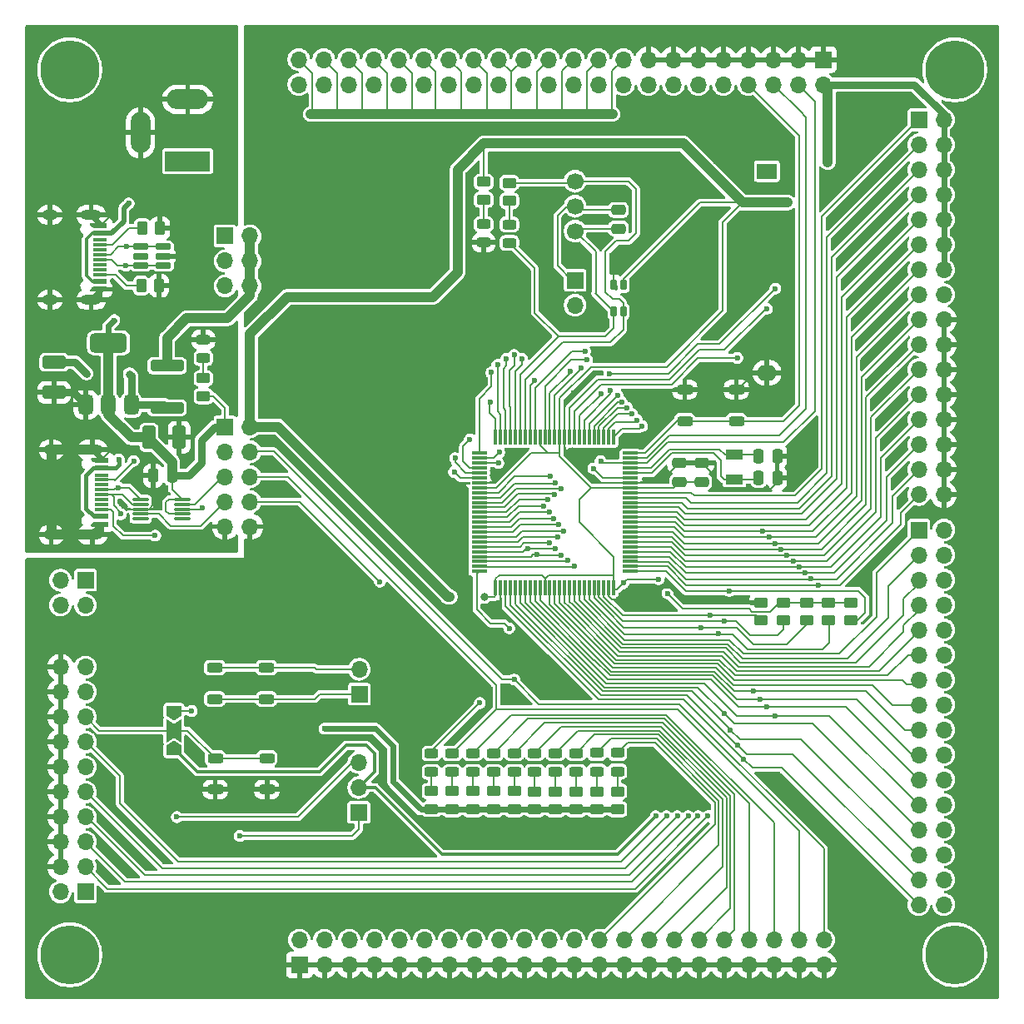
<source format=gbr>
%TF.GenerationSoftware,KiCad,Pcbnew,9.0.0*%
%TF.CreationDate,2025-05-15T14:37:16+04:00*%
%TF.ProjectId,_1921__015,1a313932-3112-4133-9031-352e6b696361,rev?*%
%TF.SameCoordinates,Original*%
%TF.FileFunction,Copper,L1,Top*%
%TF.FilePolarity,Positive*%
%FSLAX46Y46*%
G04 Gerber Fmt 4.6, Leading zero omitted, Abs format (unit mm)*
G04 Created by KiCad (PCBNEW 9.0.0) date 2025-05-15 14:37:16*
%MOMM*%
%LPD*%
G01*
G04 APERTURE LIST*
G04 Aperture macros list*
%AMRoundRect*
0 Rectangle with rounded corners*
0 $1 Rounding radius*
0 $2 $3 $4 $5 $6 $7 $8 $9 X,Y pos of 4 corners*
0 Add a 4 corners polygon primitive as box body*
4,1,4,$2,$3,$4,$5,$6,$7,$8,$9,$2,$3,0*
0 Add four circle primitives for the rounded corners*
1,1,$1+$1,$2,$3*
1,1,$1+$1,$4,$5*
1,1,$1+$1,$6,$7*
1,1,$1+$1,$8,$9*
0 Add four rect primitives between the rounded corners*
20,1,$1+$1,$2,$3,$4,$5,0*
20,1,$1+$1,$4,$5,$6,$7,0*
20,1,$1+$1,$6,$7,$8,$9,0*
20,1,$1+$1,$8,$9,$2,$3,0*%
%AMFreePoly0*
4,1,6,1.000000,0.000000,0.500000,-0.750000,-0.500000,-0.750000,-0.500000,0.750000,0.500000,0.750000,1.000000,0.000000,1.000000,0.000000,$1*%
%AMFreePoly1*
4,1,7,0.700000,0.000000,1.200000,-0.750000,-1.200000,-0.750000,-0.700000,0.000000,-1.200000,0.750000,1.200000,0.750000,0.700000,0.000000,0.700000,0.000000,$1*%
G04 Aperture macros list end*
%TA.AperFunction,SMDPad,CuDef*%
%ADD10RoundRect,0.250000X-0.525000X-0.250000X0.525000X-0.250000X0.525000X0.250000X-0.525000X0.250000X0*%
%TD*%
%TA.AperFunction,ComponentPad*%
%ADD11R,1.700000X1.700000*%
%TD*%
%TA.AperFunction,ComponentPad*%
%ADD12O,1.700000X1.700000*%
%TD*%
%TA.AperFunction,SMDPad,CuDef*%
%ADD13FreePoly0,90.000000*%
%TD*%
%TA.AperFunction,SMDPad,CuDef*%
%ADD14FreePoly1,90.000000*%
%TD*%
%TA.AperFunction,SMDPad,CuDef*%
%ADD15FreePoly0,270.000000*%
%TD*%
%TA.AperFunction,SMDPad,CuDef*%
%ADD16RoundRect,0.120000X-0.180000X0.430000X-0.180000X-0.430000X0.180000X-0.430000X0.180000X0.430000X0*%
%TD*%
%TA.AperFunction,SMDPad,CuDef*%
%ADD17RoundRect,0.250000X-0.475000X0.250000X-0.475000X-0.250000X0.475000X-0.250000X0.475000X0.250000X0*%
%TD*%
%TA.AperFunction,SMDPad,CuDef*%
%ADD18RoundRect,0.250000X-0.450000X0.262500X-0.450000X-0.262500X0.450000X-0.262500X0.450000X0.262500X0*%
%TD*%
%TA.AperFunction,SMDPad,CuDef*%
%ADD19RoundRect,0.375000X0.375000X-0.625000X0.375000X0.625000X-0.375000X0.625000X-0.375000X-0.625000X0*%
%TD*%
%TA.AperFunction,SMDPad,CuDef*%
%ADD20RoundRect,0.500000X1.400000X-0.500000X1.400000X0.500000X-1.400000X0.500000X-1.400000X-0.500000X0*%
%TD*%
%TA.AperFunction,SMDPad,CuDef*%
%ADD21RoundRect,0.243750X-0.456250X0.243750X-0.456250X-0.243750X0.456250X-0.243750X0.456250X0.243750X0*%
%TD*%
%TA.AperFunction,SMDPad,CuDef*%
%ADD22R,1.800000X1.000000*%
%TD*%
%TA.AperFunction,SMDPad,CuDef*%
%ADD23RoundRect,0.250000X-0.262500X-0.450000X0.262500X-0.450000X0.262500X0.450000X-0.262500X0.450000X0*%
%TD*%
%TA.AperFunction,SMDPad,CuDef*%
%ADD24RoundRect,0.243750X0.456250X-0.243750X0.456250X0.243750X-0.456250X0.243750X-0.456250X-0.243750X0*%
%TD*%
%TA.AperFunction,SMDPad,CuDef*%
%ADD25RoundRect,0.250000X-0.250000X-0.475000X0.250000X-0.475000X0.250000X0.475000X-0.250000X0.475000X0*%
%TD*%
%TA.AperFunction,SMDPad,CuDef*%
%ADD26R,1.450000X0.600000*%
%TD*%
%TA.AperFunction,SMDPad,CuDef*%
%ADD27R,1.450000X0.300000*%
%TD*%
%TA.AperFunction,HeatsinkPad*%
%ADD28O,2.100000X1.000000*%
%TD*%
%TA.AperFunction,HeatsinkPad*%
%ADD29O,1.600000X1.000000*%
%TD*%
%TA.AperFunction,SMDPad,CuDef*%
%ADD30RoundRect,0.075000X-0.075000X0.725000X-0.075000X-0.725000X0.075000X-0.725000X0.075000X0.725000X0*%
%TD*%
%TA.AperFunction,SMDPad,CuDef*%
%ADD31RoundRect,0.075000X-0.725000X0.075000X-0.725000X-0.075000X0.725000X-0.075000X0.725000X0.075000X0*%
%TD*%
%TA.AperFunction,SMDPad,CuDef*%
%ADD32RoundRect,0.250000X0.525000X0.250000X-0.525000X0.250000X-0.525000X-0.250000X0.525000X-0.250000X0*%
%TD*%
%TA.AperFunction,ComponentPad*%
%ADD33R,2.000000X1.600000*%
%TD*%
%TA.AperFunction,ComponentPad*%
%ADD34O,2.000000X1.600000*%
%TD*%
%TA.AperFunction,SMDPad,CuDef*%
%ADD35RoundRect,0.250000X-0.925000X0.412500X-0.925000X-0.412500X0.925000X-0.412500X0.925000X0.412500X0*%
%TD*%
%TA.AperFunction,SMDPad,CuDef*%
%ADD36RoundRect,0.250000X0.450000X-0.262500X0.450000X0.262500X-0.450000X0.262500X-0.450000X-0.262500X0*%
%TD*%
%TA.AperFunction,SMDPad,CuDef*%
%ADD37RoundRect,0.075000X-0.737500X-0.075000X0.737500X-0.075000X0.737500X0.075000X-0.737500X0.075000X0*%
%TD*%
%TA.AperFunction,SMDPad,CuDef*%
%ADD38RoundRect,0.250000X-1.450000X0.312500X-1.450000X-0.312500X1.450000X-0.312500X1.450000X0.312500X0*%
%TD*%
%TA.AperFunction,SMDPad,CuDef*%
%ADD39RoundRect,0.250000X0.250000X0.475000X-0.250000X0.475000X-0.250000X-0.475000X0.250000X-0.475000X0*%
%TD*%
%TA.AperFunction,ComponentPad*%
%ADD40C,1.700000*%
%TD*%
%TA.AperFunction,SMDPad,CuDef*%
%ADD41RoundRect,0.250000X0.475000X-0.250000X0.475000X0.250000X-0.475000X0.250000X-0.475000X-0.250000X0*%
%TD*%
%TA.AperFunction,ComponentPad*%
%ADD42R,4.600000X2.000000*%
%TD*%
%TA.AperFunction,ComponentPad*%
%ADD43O,4.200000X2.000000*%
%TD*%
%TA.AperFunction,ComponentPad*%
%ADD44O,2.000000X4.200000*%
%TD*%
%TA.AperFunction,SMDPad,CuDef*%
%ADD45RoundRect,0.150000X0.650000X0.150000X-0.650000X0.150000X-0.650000X-0.150000X0.650000X-0.150000X0*%
%TD*%
%TA.AperFunction,SMDPad,CuDef*%
%ADD46RoundRect,0.250000X-0.412500X-0.925000X0.412500X-0.925000X0.412500X0.925000X-0.412500X0.925000X0*%
%TD*%
%TA.AperFunction,ViaPad*%
%ADD47C,6.000000*%
%TD*%
%TA.AperFunction,ViaPad*%
%ADD48C,0.600000*%
%TD*%
%TA.AperFunction,ViaPad*%
%ADD49C,0.800000*%
%TD*%
%TA.AperFunction,Conductor*%
%ADD50C,0.200000*%
%TD*%
%TA.AperFunction,Conductor*%
%ADD51C,0.600000*%
%TD*%
%TA.AperFunction,Conductor*%
%ADD52C,1.000000*%
%TD*%
%TA.AperFunction,Conductor*%
%ADD53C,0.800000*%
%TD*%
%TA.AperFunction,Conductor*%
%ADD54C,0.300000*%
%TD*%
%TA.AperFunction,Conductor*%
%ADD55C,0.400000*%
%TD*%
%TA.AperFunction,Conductor*%
%ADD56C,0.500000*%
%TD*%
G04 APERTURE END LIST*
D10*
%TO.P,SW2,1,1*%
%TO.N,Net-(J1-Pin_2)*%
X118050000Y-100300000D03*
X123300000Y-100300000D03*
%TO.P,SW2,2,2*%
%TO.N,SERVEN*%
X118050000Y-103500000D03*
X123300000Y-103500000D03*
%TD*%
D11*
%TO.P,J12,1,Pin_1*%
%TO.N,Net-(J12-Pin_1)*%
X154700000Y-60895000D03*
D12*
%TO.P,J12,2,Pin_2*%
%TO.N,AREF*%
X154700000Y-63435000D03*
%TD*%
D11*
%TO.P,J3,1,Pin_1*%
%TO.N,Net-(J3-Pin_1)*%
X132700000Y-115025000D03*
D12*
%TO.P,J3,2,Pin_2*%
%TO.N,RST*%
X132700000Y-112485000D03*
%TO.P,J3,3,Pin_3*%
%TO.N,Net-(J3-Pin_3)*%
X132700000Y-109945000D03*
%TD*%
D13*
%TO.P,JP1,1,A*%
%TO.N,RST*%
X113900000Y-108700000D03*
D14*
%TO.P,JP1,2,C*%
%TO.N,SRST*%
X113900000Y-106700000D03*
D15*
%TO.P,JP1,3,B*%
%TO.N,RESETIN*%
X113900000Y-104700000D03*
%TD*%
D16*
%TO.P,FL1,1,1*%
%TO.N,VCC1*%
X159600000Y-61350000D03*
%TO.P,FL1,2,2*%
%TO.N,AVCC*%
X159600000Y-64050000D03*
%TO.P,FL1,3,3*%
%TO.N,AGND*%
X158600000Y-64050000D03*
%TO.P,FL1,4,4*%
%TO.N,GND1*%
X158600000Y-61350000D03*
%TD*%
D17*
%TO.P,C16,1*%
%TO.N,Net-(J12-Pin_1)*%
X159100000Y-53750000D03*
%TO.P,C16,2*%
%TO.N,AGND*%
X159100000Y-55650000D03*
%TD*%
D18*
%TO.P,R32,1*%
%TO.N,Net-(D13-A)*%
X152700000Y-112900000D03*
%TO.P,R32,2*%
%TO.N,VCC1*%
X152700000Y-114725000D03*
%TD*%
D19*
%TO.P,U4,1,GND*%
%TO.N,GNDL*%
X104950000Y-73577500D03*
%TO.P,U4,2,VO*%
%TO.N,3.3L*%
X107250000Y-73577500D03*
D20*
X107250000Y-67277500D03*
D19*
%TO.P,U4,3,VI*%
%TO.N,5V*%
X109550000Y-73577500D03*
%TD*%
D11*
%TO.P,J5,1,Pin_1*%
%TO.N,PA15*%
X189650000Y-44590000D03*
D12*
%TO.P,J5,2,Pin_2*%
%TO.N,VCC1*%
X192190000Y-44590000D03*
%TO.P,J5,3,Pin_3*%
%TO.N,PA14*%
X189650000Y-47130000D03*
%TO.P,J5,4,Pin_4*%
%TO.N,VCC1*%
X192190000Y-47130000D03*
%TO.P,J5,5,Pin_5*%
%TO.N,PA13*%
X189650000Y-49670000D03*
%TO.P,J5,6,Pin_6*%
%TO.N,VCC1*%
X192190000Y-49670000D03*
%TO.P,J5,7,Pin_7*%
%TO.N,PA12*%
X189650000Y-52210000D03*
%TO.P,J5,8,Pin_8*%
%TO.N,VCC1*%
X192190000Y-52210000D03*
%TO.P,J5,9,Pin_9*%
%TO.N,PA11*%
X189650000Y-54750000D03*
%TO.P,J5,10,Pin_10*%
%TO.N,VCC1*%
X192190000Y-54750000D03*
%TO.P,J5,11,Pin_11*%
%TO.N,PA10*%
X189650000Y-57290000D03*
%TO.P,J5,12,Pin_12*%
%TO.N,VCC1*%
X192190000Y-57290000D03*
%TO.P,J5,13,Pin_13*%
%TO.N,PA9*%
X189650000Y-59830000D03*
%TO.P,J5,14,Pin_14*%
%TO.N,VCC1*%
X192190000Y-59830000D03*
%TO.P,J5,15,Pin_15*%
%TO.N,PA8*%
X189650000Y-62370000D03*
%TO.P,J5,16,Pin_16*%
%TO.N,unconnected-(J5-Pin_16-Pad16)*%
X192190000Y-62370000D03*
%TO.P,J5,17,Pin_17*%
%TO.N,PA7*%
X189650000Y-64910000D03*
%TO.P,J5,18,Pin_18*%
%TO.N,GND1*%
X192190000Y-64910000D03*
%TO.P,J5,19,Pin_19*%
%TO.N,PA6*%
X189650000Y-67450000D03*
%TO.P,J5,20,Pin_20*%
%TO.N,GND1*%
X192190000Y-67450000D03*
%TO.P,J5,21,Pin_21*%
%TO.N,PA5*%
X189650000Y-69990000D03*
%TO.P,J5,22,Pin_22*%
%TO.N,GND1*%
X192190000Y-69990000D03*
%TO.P,J5,23,Pin_23*%
%TO.N,PA4*%
X189650000Y-72530000D03*
%TO.P,J5,24,Pin_24*%
%TO.N,GND1*%
X192190000Y-72530000D03*
%TO.P,J5,25,Pin_25*%
%TO.N,PA3*%
X189650000Y-75070000D03*
%TO.P,J5,26,Pin_26*%
%TO.N,GND1*%
X192190000Y-75070000D03*
%TO.P,J5,27,Pin_27*%
%TO.N,PA2*%
X189650000Y-77610000D03*
%TO.P,J5,28,Pin_28*%
%TO.N,GND1*%
X192190000Y-77610000D03*
%TO.P,J5,29,Pin_29*%
%TO.N,PA1*%
X189650000Y-80150000D03*
%TO.P,J5,30,Pin_30*%
%TO.N,GND1*%
X192190000Y-80150000D03*
%TO.P,J5,31,Pin_31*%
%TO.N,PA0*%
X189650000Y-82690000D03*
%TO.P,J5,32,Pin_32*%
%TO.N,GND1*%
X192190000Y-82690000D03*
%TD*%
D18*
%TO.P,R9,1*%
%TO.N,VCC1*%
X175900000Y-93662500D03*
%TO.P,R9,2*%
%TO.N,TDI*%
X175900000Y-95487500D03*
%TD*%
D21*
%TO.P,D12,1,K*%
%TO.N,PA7*%
X154800000Y-109000000D03*
%TO.P,D12,2,A*%
%TO.N,Net-(D12-A)*%
X154800000Y-110875000D03*
%TD*%
D18*
%TO.P,R8,1*%
%TO.N,VCC1*%
X178225000Y-93687500D03*
%TO.P,R8,2*%
%TO.N,TDO*%
X178225000Y-95512500D03*
%TD*%
D22*
%TO.P,Y2,1,1*%
%TO.N,XI_RTC*%
X170900000Y-78650000D03*
%TO.P,Y2,2,2*%
%TO.N,XO_RTC*%
X170900000Y-81150000D03*
%TD*%
D11*
%TO.P,J8,1,Pin_1*%
%TO.N,PJACK*%
X119100000Y-56395000D03*
D12*
%TO.P,J8,2,Pin_2*%
%TO.N,Net-(J8-Pin_2)*%
X121640000Y-56395000D03*
%TO.P,J8,3,Pin_3*%
%TO.N,MKUSBP*%
X119100000Y-58935000D03*
%TO.P,J8,4,Pin_4*%
%TO.N,Net-(J8-Pin_2)*%
X121640000Y-58935000D03*
%TO.P,J8,5,Pin_5*%
%TO.N,FTUSBP*%
X119100000Y-61475000D03*
%TO.P,J8,6,Pin_6*%
%TO.N,Net-(J8-Pin_2)*%
X121640000Y-61475000D03*
%TD*%
D18*
%TO.P,R39,1*%
%TO.N,VCC1*%
X145400000Y-50887500D03*
%TO.P,R39,2*%
%TO.N,Net-(D20-A)*%
X145400000Y-52712500D03*
%TD*%
D11*
%TO.P,J11,1,Pin_1*%
%TO.N,3.3L*%
X119100000Y-75795000D03*
D12*
%TO.P,J11,2,Pin_2*%
%TO.N,VCC1*%
X121640000Y-75795000D03*
%TO.P,J11,3,Pin_3*%
%TO.N,/USB/TXD*%
X119100000Y-78335000D03*
%TO.P,J11,4,Pin_4*%
%TO.N,PA0*%
X121640000Y-78335000D03*
%TO.P,J11,5,Pin_5*%
%TO.N,/USB/RXD*%
X119100000Y-80875000D03*
%TO.P,J11,6,Pin_6*%
%TO.N,PA1*%
X121640000Y-80875000D03*
%TO.P,J11,7,Pin_7*%
%TO.N,/USB/RTS*%
X119100000Y-83415000D03*
%TO.P,J11,8,Pin_8*%
%TO.N,WAKEUP2*%
X121640000Y-83415000D03*
%TO.P,J11,9,Pin_9*%
%TO.N,GNDL*%
X119100000Y-85955000D03*
%TO.P,J11,10,Pin_10*%
%TO.N,GND1*%
X121640000Y-85955000D03*
%TD*%
D23*
%TO.P,R25,1*%
%TO.N,Net-(P3-VCONN)*%
X110575000Y-61450000D03*
%TO.P,R25,2*%
%TO.N,GNDL*%
X112400000Y-61450000D03*
%TD*%
D24*
%TO.P,D20,1,K*%
%TO.N,GND1*%
X145400000Y-57075000D03*
%TO.P,D20,2,A*%
%TO.N,Net-(D20-A)*%
X145400000Y-55200000D03*
%TD*%
D25*
%TO.P,C3,1*%
%TO.N,XI_RTC*%
X173350000Y-78800000D03*
%TO.P,C3,2*%
%TO.N,GND1*%
X175250000Y-78800000D03*
%TD*%
D21*
%TO.P,D10,1,K*%
%TO.N,PA9*%
X159000000Y-108975000D03*
%TO.P,D10,2,A*%
%TO.N,Net-(D10-A)*%
X159000000Y-110850000D03*
%TD*%
D10*
%TO.P,SW1,1,1*%
%TO.N,SRST*%
X118100000Y-109500000D03*
X123350000Y-109500000D03*
%TO.P,SW1,2,2*%
%TO.N,GND1*%
X118100000Y-112700000D03*
X123350000Y-112700000D03*
%TD*%
D18*
%TO.P,R36,1*%
%TO.N,Net-(D16-A)*%
X144300000Y-112875000D03*
%TO.P,R36,2*%
%TO.N,VCC1*%
X144300000Y-114700000D03*
%TD*%
D26*
%TO.P,P3,A1,GND*%
%TO.N,GNDL*%
X106395000Y-55320000D03*
%TO.P,P3,A4,VBUS*%
%TO.N,Net-(D9-A)*%
X106395000Y-56120000D03*
D27*
%TO.P,P3,A5,CC*%
%TO.N,Net-(P3-CC)*%
X106395000Y-57320000D03*
%TO.P,P3,A6,D+*%
%TO.N,/USB/MK-DP*%
X106395000Y-58320000D03*
%TO.P,P3,A7,D-*%
%TO.N,/USB/MK-DN*%
X106395000Y-58820000D03*
%TO.P,P3,A8*%
%TO.N,N/C*%
X106395000Y-59820000D03*
D26*
%TO.P,P3,A9,VBUS*%
%TO.N,Net-(D9-A)*%
X106395000Y-61020000D03*
%TO.P,P3,A12,GND*%
%TO.N,GNDL*%
X106395000Y-61820000D03*
%TO.P,P3,B1,GND*%
X106395000Y-61820000D03*
%TO.P,P3,B4,VBUS*%
%TO.N,Net-(D9-A)*%
X106395000Y-61020000D03*
D27*
%TO.P,P3,B5,VCONN*%
%TO.N,Net-(P3-VCONN)*%
X106395000Y-60320000D03*
%TO.P,P3,B6*%
%TO.N,N/C*%
X106395000Y-59320000D03*
%TO.P,P3,B7*%
X106395000Y-57820000D03*
%TO.P,P3,B8*%
X106395000Y-56820000D03*
D26*
%TO.P,P3,B9,VBUS*%
%TO.N,Net-(D9-A)*%
X106395000Y-56120000D03*
%TO.P,P3,B12,GND*%
%TO.N,GNDL*%
X106395000Y-55320000D03*
D28*
%TO.P,P3,S1,SHIELD*%
X105480000Y-54250000D03*
D29*
X101300000Y-54250000D03*
D28*
X105480000Y-62890000D03*
D29*
X101300000Y-62890000D03*
%TD*%
D30*
%TO.P,\u041A1921\u0412\u0413015-1,1,AT_IN0*%
%TO.N,AT_IN0*%
X158625000Y-76825000D03*
%TO.P,\u041A1921\u0412\u0413015-1,2,AT_IN1*%
%TO.N,AT_IN1*%
X158125000Y-76825000D03*
%TO.P,\u041A1921\u0412\u0413015-1,3,AT_IN2*%
%TO.N,AT_IN2*%
X157625000Y-76825000D03*
%TO.P,\u041A1921\u0412\u0413015-1,4,AT_OUT*%
%TO.N,AT_OUT*%
X157125000Y-76825000D03*
%TO.P,\u041A1921\u0412\u0413015-1,5,CMP_INN0*%
%TO.N,CP_INN0*%
X156625000Y-76825000D03*
%TO.P,\u041A1921\u0412\u0413015-1,6,CMP_INP0*%
%TO.N,CP_INP0*%
X156125000Y-76825000D03*
%TO.P,\u041A1921\u0412\u0413015-1,7,CMP_INN1*%
%TO.N,CP_INN1*%
X155625000Y-76825000D03*
%TO.P,\u041A1921\u0412\u0413015-1,8,CMP_INP1*%
%TO.N,CP_INP1*%
X155125000Y-76825000D03*
%TO.P,\u041A1921\u0412\u0413015-1,9,XI_OSC*%
%TO.N,XI_OSC*%
X154625000Y-76825000D03*
%TO.P,\u041A1921\u0412\u0413015-1,10,XO_OSC*%
%TO.N,XO_OSC*%
X154125000Y-76825000D03*
%TO.P,\u041A1921\u0412\u0413015-1,11,GND1*%
%TO.N,GND1*%
X153625000Y-76825000D03*
%TO.P,\u041A1921\u0412\u0413015-1,12,VCC1*%
%TO.N,VCC1*%
X153125000Y-76825000D03*
%TO.P,\u041A1921\u0412\u0413015-1,13,VAON_CAP*%
%TO.N,VAON_CAP*%
X152625000Y-76825000D03*
%TO.P,\u041A1921\u0412\u0413015-1,14,V_BAT*%
%TO.N,V_BAT*%
X152125000Y-76825000D03*
%TO.P,\u041A1921\u0412\u0413015-1,15,VBAT_CAP*%
%TO.N,VBAT_CAP*%
X151625000Y-76825000D03*
%TO.P,\u041A1921\u0412\u0413015-1,16,VCC1*%
%TO.N,VCC1*%
X151125000Y-76825000D03*
%TO.P,\u041A1921\u0412\u0413015-1,17,VCORE_CAP*%
%TO.N,VCORE_CAP*%
X150625000Y-76825000D03*
%TO.P,\u041A1921\u0412\u0413015-1,18,AREF*%
%TO.N,AREF*%
X150125000Y-76825000D03*
%TO.P,\u041A1921\u0412\u0413015-1,19,VCC2*%
%TO.N,AVCC*%
X149625000Y-76825000D03*
%TO.P,\u041A1921\u0412\u0413015-1,20,GND2*%
%TO.N,AGND*%
X149125000Y-76825000D03*
%TO.P,\u041A1921\u0412\u0413015-1,21,ADC_CH0*%
%TO.N,ADC0*%
X148625000Y-76825000D03*
%TO.P,\u041A1921\u0412\u0413015-1,22,ADC_CH1*%
%TO.N,ADC1*%
X148125000Y-76825000D03*
%TO.P,\u041A1921\u0412\u0413015-1,23,ADC_CH2*%
%TO.N,ADC2*%
X147625000Y-76825000D03*
%TO.P,\u041A1921\u0412\u0413015-1,24,ADC_CH3*%
%TO.N,ADC3*%
X147125000Y-76825000D03*
%TO.P,\u041A1921\u0412\u0413015-1,25,SDADC_CAP*%
%TO.N,SDADC_CAP*%
X146625000Y-76825000D03*
D31*
%TO.P,\u041A1921\u0412\u0413015-1,26,ADC_CH4*%
%TO.N,ADC4*%
X144950000Y-78500000D03*
%TO.P,\u041A1921\u0412\u0413015-1,27,ADC_CH5*%
%TO.N,ADC5*%
X144950000Y-79000000D03*
%TO.P,\u041A1921\u0412\u0413015-1,28,ADC_CH6*%
%TO.N,ADC6*%
X144950000Y-79500000D03*
%TO.P,\u041A1921\u0412\u0413015-1,29,ADC_CH7*%
%TO.N,ADC7*%
X144950000Y-80000000D03*
%TO.P,\u041A1921\u0412\u0413015-1,30,USB_DP*%
%TO.N,USB_DP*%
X144950000Y-80500000D03*
%TO.P,\u041A1921\u0412\u0413015-1,31,USB_DN*%
%TO.N,USB_DN*%
X144950000Y-81000000D03*
%TO.P,\u041A1921\u0412\u0413015-1,32,GND1*%
%TO.N,GND1*%
X144950000Y-81500000D03*
%TO.P,\u041A1921\u0412\u0413015-1,33,VCC1*%
%TO.N,VCC1*%
X144950000Y-82000000D03*
%TO.P,\u041A1921\u0412\u0413015-1,34,C0*%
%TO.N,PC0*%
X144950000Y-82500000D03*
%TO.P,\u041A1921\u0412\u0413015-1,35,C1*%
%TO.N,PC1*%
X144950000Y-83000000D03*
%TO.P,\u041A1921\u0412\u0413015-1,36,C2*%
%TO.N,PC2*%
X144950000Y-83500000D03*
%TO.P,\u041A1921\u0412\u0413015-1,37,C3*%
%TO.N,PC3*%
X144950000Y-84000000D03*
%TO.P,\u041A1921\u0412\u0413015-1,38,C4*%
%TO.N,PC4*%
X144950000Y-84500000D03*
%TO.P,\u041A1921\u0412\u0413015-1,39,C5*%
%TO.N,PC5*%
X144950000Y-85000000D03*
%TO.P,\u041A1921\u0412\u0413015-1,40,C6*%
%TO.N,PC6*%
X144950000Y-85500000D03*
%TO.P,\u041A1921\u0412\u0413015-1,41,C7*%
%TO.N,PC7*%
X144950000Y-86000000D03*
%TO.P,\u041A1921\u0412\u0413015-1,42,C8*%
%TO.N,CAN0_RX*%
X144950000Y-86500000D03*
%TO.P,\u041A1921\u0412\u0413015-1,43,C9*%
%TO.N,CAN0_TX*%
X144950000Y-87000000D03*
%TO.P,\u041A1921\u0412\u0413015-1,44,C10*%
%TO.N,CAN1_RX*%
X144950000Y-87500000D03*
%TO.P,\u041A1921\u0412\u0413015-1,45,C11*%
%TO.N,CAN1_TX*%
X144950000Y-88000000D03*
%TO.P,\u041A1921\u0412\u0413015-1,46,C12*%
%TO.N,I2C_SCL*%
X144950000Y-88500000D03*
%TO.P,\u041A1921\u0412\u0413015-1,47,C13*%
%TO.N,I2C_SDA*%
X144950000Y-89000000D03*
%TO.P,\u041A1921\u0412\u0413015-1,48,C14*%
%TO.N,PC14*%
X144950000Y-89500000D03*
%TO.P,\u041A1921\u0412\u0413015-1,49,C15*%
%TO.N,PC15*%
X144950000Y-90000000D03*
%TO.P,\u041A1921\u0412\u0413015-1,50,SERVEN*%
%TO.N,SERVEN*%
X144950000Y-90500000D03*
D30*
%TO.P,\u041A1921\u0412\u0413015-1,51,VCC1*%
%TO.N,VCC1*%
X146625000Y-92175000D03*
%TO.P,\u041A1921\u0412\u0413015-1,52,GND1*%
%TO.N,GND1*%
X147125000Y-92175000D03*
%TO.P,\u041A1921\u0412\u0413015-1,53,B0*%
%TO.N,PB0*%
X147625000Y-92175000D03*
%TO.P,\u041A1921\u0412\u0413015-1,54,B1*%
%TO.N,PB1*%
X148125000Y-92175000D03*
%TO.P,\u041A1921\u0412\u0413015-1,55,B2*%
%TO.N,PB2*%
X148625000Y-92175000D03*
%TO.P,\u041A1921\u0412\u0413015-1,56,B3*%
%TO.N,PB3*%
X149125000Y-92175000D03*
%TO.P,\u041A1921\u0412\u0413015-1,57,B4*%
%TO.N,PB4*%
X149625000Y-92175000D03*
%TO.P,\u041A1921\u0412\u0413015-1,58,B5*%
%TO.N,PB5*%
X150125000Y-92175000D03*
%TO.P,\u041A1921\u0412\u0413015-1,59,B6*%
%TO.N,PB6*%
X150625000Y-92175000D03*
%TO.P,\u041A1921\u0412\u0413015-1,60,B7*%
%TO.N,PB7*%
X151125000Y-92175000D03*
%TO.P,\u041A1921\u0412\u0413015-1,61,VCC1*%
%TO.N,VCC1*%
X151625000Y-92175000D03*
%TO.P,\u041A1921\u0412\u0413015-1,62,B8*%
%TO.N,PB8*%
X152125000Y-92175000D03*
%TO.P,\u041A1921\u0412\u0413015-1,63,B9*%
%TO.N,PB9*%
X152625000Y-92175000D03*
%TO.P,\u041A1921\u0412\u0413015-1,64,B10*%
%TO.N,PB10*%
X153125000Y-92175000D03*
%TO.P,\u041A1921\u0412\u0413015-1,65,B11*%
%TO.N,PB11*%
X153625000Y-92175000D03*
%TO.P,\u041A1921\u0412\u0413015-1,66,B12*%
%TO.N,PB12*%
X154125000Y-92175000D03*
%TO.P,\u041A1921\u0412\u0413015-1,67,B13*%
%TO.N,PB13*%
X154625000Y-92175000D03*
%TO.P,\u041A1921\u0412\u0413015-1,68,B14*%
%TO.N,PB14*%
X155125000Y-92175000D03*
%TO.P,\u041A1921\u0412\u0413015-1,69,B15*%
%TO.N,PB15*%
X155625000Y-92175000D03*
%TO.P,\u041A1921\u0412\u0413015-1,70,TMS*%
%TO.N,TMS*%
X156125000Y-92175000D03*
%TO.P,\u041A1921\u0412\u0413015-1,71,TDO*%
%TO.N,TDO*%
X156625000Y-92175000D03*
%TO.P,\u041A1921\u0412\u0413015-1,72,TDI*%
%TO.N,TDI*%
X157125000Y-92175000D03*
%TO.P,\u041A1921\u0412\u0413015-1,73,TCK*%
%TO.N,TSK*%
X157625000Y-92175000D03*
%TO.P,\u041A1921\u0412\u0413015-1,74,GND1*%
%TO.N,GND1*%
X158125000Y-92175000D03*
%TO.P,\u041A1921\u0412\u0413015-1,75,VCC1*%
%TO.N,VCC1*%
X158625000Y-92175000D03*
D31*
%TO.P,\u041A1921\u0412\u0413015-1,76,TRST*%
%TO.N,TRST*%
X160300000Y-90500000D03*
%TO.P,\u041A1921\u0412\u0413015-1,77,A0*%
%TO.N,PA0*%
X160300000Y-90000000D03*
%TO.P,\u041A1921\u0412\u0413015-1,78,A1*%
%TO.N,PA1*%
X160300000Y-89500000D03*
%TO.P,\u041A1921\u0412\u0413015-1,79,A2*%
%TO.N,PA2*%
X160300000Y-89000000D03*
%TO.P,\u041A1921\u0412\u0413015-1,80,A3*%
%TO.N,PA3*%
X160300000Y-88500000D03*
%TO.P,\u041A1921\u0412\u0413015-1,81,A4*%
%TO.N,PA4*%
X160300000Y-88000000D03*
%TO.P,\u041A1921\u0412\u0413015-1,82,A5*%
%TO.N,PA5*%
X160300000Y-87500000D03*
%TO.P,\u041A1921\u0412\u0413015-1,83,A6*%
%TO.N,PA6*%
X160300000Y-87000000D03*
%TO.P,\u041A1921\u0412\u0413015-1,84,A7*%
%TO.N,PA7*%
X160300000Y-86500000D03*
%TO.P,\u041A1921\u0412\u0413015-1,85,A8*%
%TO.N,PA8*%
X160300000Y-86000000D03*
%TO.P,\u041A1921\u0412\u0413015-1,86,A9*%
%TO.N,PA9*%
X160300000Y-85500000D03*
%TO.P,\u041A1921\u0412\u0413015-1,87,A10*%
%TO.N,PA10*%
X160300000Y-85000000D03*
%TO.P,\u041A1921\u0412\u0413015-1,88,A11*%
%TO.N,PA11*%
X160300000Y-84500000D03*
%TO.P,\u041A1921\u0412\u0413015-1,89,A12*%
%TO.N,PA12*%
X160300000Y-84000000D03*
%TO.P,\u041A1921\u0412\u0413015-1,90,A13*%
%TO.N,PA13*%
X160300000Y-83500000D03*
%TO.P,\u041A1921\u0412\u0413015-1,91,A14*%
%TO.N,PA14*%
X160300000Y-83000000D03*
%TO.P,\u041A1921\u0412\u0413015-1,92,A15*%
%TO.N,PA15*%
X160300000Y-82500000D03*
%TO.P,\u041A1921\u0412\u0413015-1,93,VCC1*%
%TO.N,VCC1*%
X160300000Y-82000000D03*
%TO.P,\u041A1921\u0412\u0413015-1,94,GND1*%
%TO.N,GND1*%
X160300000Y-81500000D03*
%TO.P,\u041A1921\u0412\u0413015-1,95,RST*%
%TO.N,RST*%
X160300000Y-81000000D03*
%TO.P,\u041A1921\u0412\u0413015-1,96,XO_RTC*%
%TO.N,XO_RTC*%
X160300000Y-80500000D03*
%TO.P,\u041A1921\u0412\u0413015-1,97,XI_RTC*%
%TO.N,XI_RTC*%
X160300000Y-80000000D03*
%TO.P,\u041A1921\u0412\u0413015-1,98,WAKEUP2*%
%TO.N,WAKEUP2*%
X160300000Y-79500000D03*
%TO.P,\u041A1921\u0412\u0413015-1,99,WAKEUP1*%
%TO.N,WAKEUP1*%
X160300000Y-79000000D03*
%TO.P,\u041A1921\u0412\u0413015-1,100,WAKEUP0*%
%TO.N,WAKEUP0*%
X160300000Y-78500000D03*
%TD*%
D11*
%TO.P,J7,1,Pin_1*%
%TO.N,GND1*%
X179940000Y-38460000D03*
D12*
%TO.P,J7,2,Pin_2*%
%TO.N,VCC1*%
X179940000Y-41000000D03*
%TO.P,J7,3,Pin_3*%
%TO.N,GND1*%
X177400000Y-38460000D03*
%TO.P,J7,4,Pin_4*%
%TO.N,WAKEUP2*%
X177400000Y-41000000D03*
%TO.P,J7,5,Pin_5*%
%TO.N,GND1*%
X174860000Y-38460000D03*
%TO.P,J7,6,Pin_6*%
%TO.N,WAKEUP1*%
X174860000Y-41000000D03*
%TO.P,J7,7,Pin_7*%
%TO.N,GND1*%
X172320000Y-38460000D03*
%TO.P,J7,8,Pin_8*%
%TO.N,WAKEUP0*%
X172320000Y-41000000D03*
%TO.P,J7,9,Pin_9*%
%TO.N,GND1*%
X169780000Y-38460000D03*
%TO.P,J7,10,Pin_10*%
%TO.N,AT_IN0*%
X169780000Y-41000000D03*
%TO.P,J7,11,Pin_11*%
%TO.N,GND1*%
X167240000Y-38460000D03*
%TO.P,J7,12,Pin_12*%
%TO.N,AT_IN1*%
X167240000Y-41000000D03*
%TO.P,J7,13,Pin_13*%
%TO.N,GND1*%
X164700000Y-38460000D03*
%TO.P,J7,14,Pin_14*%
%TO.N,AT_IN2*%
X164700000Y-41000000D03*
%TO.P,J7,15,Pin_15*%
%TO.N,GND1*%
X162160000Y-38460000D03*
%TO.P,J7,16,Pin_16*%
%TO.N,AT_OUT*%
X162160000Y-41000000D03*
%TO.P,J7,17,Pin_17*%
%TO.N,AGND*%
X159620000Y-38460000D03*
%TO.P,J7,18,Pin_18*%
%TO.N,CP_INN0*%
X159620000Y-41000000D03*
%TO.P,J7,19,Pin_19*%
%TO.N,AGND*%
X157080000Y-38460000D03*
%TO.P,J7,20,Pin_20*%
%TO.N,CP_INP0*%
X157080000Y-41000000D03*
%TO.P,J7,21,Pin_21*%
%TO.N,AGND*%
X154540000Y-38460000D03*
%TO.P,J7,22,Pin_22*%
%TO.N,CP_INN1*%
X154540000Y-41000000D03*
%TO.P,J7,23,Pin_23*%
%TO.N,AGND*%
X152000000Y-38460000D03*
%TO.P,J7,24,Pin_24*%
%TO.N,CP_INP1*%
X152000000Y-41000000D03*
%TO.P,J7,25,Pin_25*%
%TO.N,AGND*%
X149460000Y-38460000D03*
%TO.P,J7,26,Pin_26*%
%TO.N,AVCC*%
X149460000Y-41000000D03*
%TO.P,J7,27,Pin_27*%
%TO.N,AGND*%
X146920000Y-38460000D03*
%TO.P,J7,28,Pin_28*%
%TO.N,AREF*%
X146920000Y-41000000D03*
%TO.P,J7,29,Pin_29*%
%TO.N,AGND*%
X144380000Y-38460000D03*
%TO.P,J7,30,Pin_30*%
%TO.N,ADC0*%
X144380000Y-41000000D03*
%TO.P,J7,31,Pin_31*%
%TO.N,AGND*%
X141840000Y-38460000D03*
%TO.P,J7,32,Pin_32*%
%TO.N,ADC1*%
X141840000Y-41000000D03*
%TO.P,J7,33,Pin_33*%
%TO.N,AGND*%
X139300000Y-38460000D03*
%TO.P,J7,34,Pin_34*%
%TO.N,ADC2*%
X139300000Y-41000000D03*
%TO.P,J7,35,Pin_35*%
%TO.N,AGND*%
X136760000Y-38460000D03*
%TO.P,J7,36,Pin_36*%
%TO.N,ADC3*%
X136760000Y-41000000D03*
%TO.P,J7,37,Pin_37*%
%TO.N,AGND*%
X134220000Y-38460000D03*
%TO.P,J7,38,Pin_38*%
%TO.N,ADC4*%
X134220000Y-41000000D03*
%TO.P,J7,39,Pin_39*%
%TO.N,AGND*%
X131680000Y-38460000D03*
%TO.P,J7,40,Pin_40*%
%TO.N,ADC5*%
X131680000Y-41000000D03*
%TO.P,J7,41,Pin_41*%
%TO.N,AGND*%
X129140000Y-38460000D03*
%TO.P,J7,42,Pin_42*%
%TO.N,ADC6*%
X129140000Y-41000000D03*
%TO.P,J7,43,Pin_43*%
%TO.N,AGND*%
X126600000Y-38460000D03*
%TO.P,J7,44,Pin_44*%
%TO.N,ADC7*%
X126600000Y-41000000D03*
%TD*%
D24*
%TO.P,D21,1,K*%
%TO.N,AGND*%
X148000000Y-57100000D03*
%TO.P,D21,2,A*%
%TO.N,Net-(D21-A)*%
X148000000Y-55225000D03*
%TD*%
D18*
%TO.P,R4,1*%
%TO.N,VCC1*%
X182775000Y-93687500D03*
%TO.P,R4,2*%
%TO.N,TRST*%
X182775000Y-95512500D03*
%TD*%
D11*
%TO.P,J2,1,VTREF*%
%TO.N,VCC1*%
X104900000Y-123100000D03*
D12*
%TO.P,J2,2,VCC/NC*%
%TO.N,unconnected-(J2-VCC{slash}NC-Pad2)*%
X102360000Y-123100000D03*
%TO.P,J2,3,~{TRST}*%
%TO.N,TRST*%
X104900000Y-120560000D03*
%TO.P,J2,4,GND*%
%TO.N,GND1*%
X102360000Y-120560000D03*
%TO.P,J2,5,TDI*%
%TO.N,TDI*%
X104900000Y-118020000D03*
%TO.P,J2,6,GND*%
%TO.N,GND1*%
X102360000Y-118020000D03*
%TO.P,J2,7,TMS/SWDIO*%
%TO.N,TMS*%
X104900000Y-115480000D03*
%TO.P,J2,8,GND*%
%TO.N,GND1*%
X102360000Y-115480000D03*
%TO.P,J2,9,TCK/SWCLK*%
%TO.N,TSK*%
X104900000Y-112940000D03*
%TO.P,J2,10,GND*%
%TO.N,GND1*%
X102360000Y-112940000D03*
%TO.P,J2,11,RTCK*%
%TO.N,unconnected-(J2-RTCK-Pad11)*%
X104900000Y-110400000D03*
%TO.P,J2,12,GND*%
%TO.N,GND1*%
X102360000Y-110400000D03*
%TO.P,J2,13,TDO/SWO*%
%TO.N,TDO*%
X104900000Y-107860000D03*
%TO.P,J2,14,GND*%
%TO.N,GND1*%
X102360000Y-107860000D03*
%TO.P,J2,15,~{SRST}*%
%TO.N,SRST*%
X104900000Y-105320000D03*
%TO.P,J2,16,GND*%
%TO.N,GND1*%
X102360000Y-105320000D03*
%TO.P,J2,17,DBGRQ/NC*%
%TO.N,unconnected-(J2-DBGRQ{slash}NC-Pad17)*%
X104900000Y-102780000D03*
%TO.P,J2,18,GND*%
%TO.N,GND1*%
X102360000Y-102780000D03*
%TO.P,J2,19,DBGACK/NC*%
%TO.N,unconnected-(J2-DBGACK{slash}NC-Pad19)*%
X104900000Y-100240000D03*
%TO.P,J2,20,GND*%
%TO.N,GND1*%
X102360000Y-100240000D03*
%TD*%
D18*
%TO.P,R37,1*%
%TO.N,Net-(D17-A)*%
X142200000Y-112875000D03*
%TO.P,R37,2*%
%TO.N,VCC1*%
X142200000Y-114700000D03*
%TD*%
D32*
%TO.P,SW3,1,1*%
%TO.N,WAKEUP0*%
X171100000Y-75200000D03*
X165850000Y-75200000D03*
%TO.P,SW3,2,2*%
%TO.N,GND1*%
X171100000Y-72000000D03*
X165850000Y-72000000D03*
%TD*%
D26*
%TO.P,P1,A1,GND*%
%TO.N,GNDL*%
X106515000Y-79205000D03*
%TO.P,P1,A4,VBUS*%
%TO.N,Net-(D8-A)*%
X106515000Y-80005000D03*
D27*
%TO.P,P1,A5,CC*%
%TO.N,Net-(P1-CC)*%
X106515000Y-81205000D03*
%TO.P,P1,A6,D+*%
%TO.N,/USB/FT-DP*%
X106515000Y-82205000D03*
%TO.P,P1,A7,D-*%
%TO.N,/USB/FT-DN*%
X106515000Y-82705000D03*
%TO.P,P1,A8*%
%TO.N,N/C*%
X106515000Y-83705000D03*
D26*
%TO.P,P1,A9,VBUS*%
%TO.N,Net-(D8-A)*%
X106515000Y-84905000D03*
%TO.P,P1,A12,GND*%
%TO.N,GNDL*%
X106515000Y-85705000D03*
%TO.P,P1,B1,GND*%
X106515000Y-85705000D03*
%TO.P,P1,B4,VBUS*%
%TO.N,Net-(D8-A)*%
X106515000Y-84905000D03*
D27*
%TO.P,P1,B5,VCONN*%
%TO.N,Net-(P1-VCONN)*%
X106515000Y-84205000D03*
%TO.P,P1,B6*%
%TO.N,N/C*%
X106515000Y-83205000D03*
%TO.P,P1,B7*%
X106515000Y-81705000D03*
%TO.P,P1,B8*%
X106515000Y-80705000D03*
D26*
%TO.P,P1,B9,VBUS*%
%TO.N,Net-(D8-A)*%
X106515000Y-80005000D03*
%TO.P,P1,B12,GND*%
%TO.N,GNDL*%
X106515000Y-79205000D03*
D28*
%TO.P,P1,S1,SHIELD*%
X105600000Y-78135000D03*
D29*
X101420000Y-78135000D03*
D28*
X105600000Y-86775000D03*
D29*
X101420000Y-86775000D03*
%TD*%
D33*
%TO.P,BT1,1,+*%
%TO.N,Net-(BT1-+)*%
X174200000Y-49800000D03*
D34*
%TO.P,BT1,2,-*%
%TO.N,GND1*%
X174200000Y-70300000D03*
%TD*%
D21*
%TO.P,D17,1,K*%
%TO.N,PA1*%
X142200000Y-109025000D03*
%TO.P,D17,2,A*%
%TO.N,Net-(D17-A)*%
X142200000Y-110900000D03*
%TD*%
D18*
%TO.P,R31,1*%
%TO.N,Net-(D12-A)*%
X154800000Y-112887500D03*
%TO.P,R31,2*%
%TO.N,VCC1*%
X154800000Y-114712500D03*
%TD*%
D35*
%TO.P,C26,1*%
%TO.N,5V*%
X101700000Y-69237500D03*
%TO.P,C26,2*%
%TO.N,GNDL*%
X101700000Y-72312500D03*
%TD*%
D36*
%TO.P,R23,1*%
%TO.N,3.3L*%
X116900000Y-72700000D03*
%TO.P,R23,2*%
%TO.N,Net-(D6-A)*%
X116900000Y-70875000D03*
%TD*%
D18*
%TO.P,R38,1*%
%TO.N,Net-(D18-A)*%
X140100000Y-112852500D03*
%TO.P,R38,2*%
%TO.N,VCC1*%
X140100000Y-114677500D03*
%TD*%
D36*
%TO.P,R5,1*%
%TO.N,TSK*%
X173600000Y-95500000D03*
%TO.P,R5,2*%
%TO.N,GND1*%
X173600000Y-93675000D03*
%TD*%
D18*
%TO.P,R29,1*%
%TO.N,Net-(D10-A)*%
X159000000Y-112887500D03*
%TO.P,R29,2*%
%TO.N,VCC1*%
X159000000Y-114712500D03*
%TD*%
D21*
%TO.P,D16,1,K*%
%TO.N,PA2*%
X144300000Y-109020000D03*
%TO.P,D16,2,A*%
%TO.N,Net-(D16-A)*%
X144300000Y-110895000D03*
%TD*%
D18*
%TO.P,R35,1*%
%TO.N,Net-(D15-A)*%
X146400000Y-112875000D03*
%TO.P,R35,2*%
%TO.N,VCC1*%
X146400000Y-114700000D03*
%TD*%
D21*
%TO.P,D14,1,K*%
%TO.N,PA5*%
X150600000Y-109000000D03*
%TO.P,D14,2,A*%
%TO.N,Net-(D14-A)*%
X150600000Y-110875000D03*
%TD*%
%TO.P,D6,1,K*%
%TO.N,GNDL*%
X116900000Y-66937500D03*
%TO.P,D6,2,A*%
%TO.N,Net-(D6-A)*%
X116900000Y-68812500D03*
%TD*%
D37*
%TO.P,U1,1,UD+*%
%TO.N,/USB/FT-DP*%
X110500000Y-83175000D03*
%TO.P,U1,2,UD-*%
%TO.N,/USB/FT-DN*%
X110500000Y-83675000D03*
%TO.P,U1,3,GND*%
%TO.N,GNDL*%
X110500000Y-84175000D03*
%TO.P,U1,4,~{RTS}*%
%TO.N,/USB/RTS*%
X110500000Y-84675000D03*
%TO.P,U1,5,~{CTS}*%
%TO.N,unconnected-(U1-~{CTS}-Pad5)*%
X110500000Y-85175000D03*
%TO.P,U1,6,TNOW/~{DTR}*%
%TO.N,unconnected-(U1-TNOW{slash}~{DTR}-Pad6)*%
X114725000Y-85175000D03*
%TO.P,U1,7,VCC*%
%TO.N,3.3L*%
X114725000Y-84675000D03*
%TO.P,U1,8,TXD*%
%TO.N,/USB/TXD*%
X114725000Y-84175000D03*
%TO.P,U1,9,RXD*%
%TO.N,/USB/RXD*%
X114725000Y-83675000D03*
%TO.P,U1,10,V3*%
%TO.N,3.3L*%
X114725000Y-83175000D03*
%TD*%
D38*
%TO.P,F1,1*%
%TO.N,Net-(J8-Pin_2)*%
X113200000Y-69600000D03*
%TO.P,F1,2*%
%TO.N,5V*%
X113200000Y-73875000D03*
%TD*%
D39*
%TO.P,C28,1*%
%TO.N,3.3L*%
X113700000Y-80775000D03*
%TO.P,C28,2*%
%TO.N,GNDL*%
X111800000Y-80775000D03*
%TD*%
D21*
%TO.P,D18,1,K*%
%TO.N,PA0*%
X140100000Y-109025000D03*
%TO.P,D18,2,A*%
%TO.N,Net-(D18-A)*%
X140100000Y-110900000D03*
%TD*%
%TO.P,D19,1,K*%
%TO.N,PA4*%
X148500000Y-109000000D03*
%TO.P,D19,2,A*%
%TO.N,Net-(D19-A)*%
X148500000Y-110875000D03*
%TD*%
%TO.P,D15,1,K*%
%TO.N,PA3*%
X146400000Y-109025000D03*
%TO.P,D15,2,A*%
%TO.N,Net-(D15-A)*%
X146400000Y-110900000D03*
%TD*%
%TO.P,D11,1,K*%
%TO.N,PA8*%
X156900000Y-108975000D03*
%TO.P,D11,2,A*%
%TO.N,Net-(D11-A)*%
X156900000Y-110850000D03*
%TD*%
D18*
%TO.P,R7,1*%
%TO.N,VCC1*%
X180475000Y-93687500D03*
%TO.P,R7,2*%
%TO.N,TMS*%
X180475000Y-95512500D03*
%TD*%
D40*
%TO.P,RV1,1,1*%
%TO.N,AVCC*%
X154700000Y-50820000D03*
%TO.P,RV1,2,2*%
%TO.N,Net-(J12-Pin_1)*%
X154700000Y-53360000D03*
%TO.P,RV1,3,3*%
%TO.N,AGND*%
X154700000Y-55900000D03*
%TD*%
D18*
%TO.P,R30,1*%
%TO.N,Net-(D11-A)*%
X156900000Y-112900000D03*
%TO.P,R30,2*%
%TO.N,VCC1*%
X156900000Y-114725000D03*
%TD*%
D41*
%TO.P,C13,1*%
%TO.N,VCC1*%
X167600000Y-81400000D03*
%TO.P,C13,2*%
%TO.N,GND1*%
X167600000Y-79500000D03*
%TD*%
D18*
%TO.P,R40,1*%
%TO.N,AVCC*%
X148000000Y-50987500D03*
%TO.P,R40,2*%
%TO.N,Net-(D21-A)*%
X148000000Y-52812500D03*
%TD*%
D11*
%TO.P,J1,1,Pin_1*%
%TO.N,SERVEN*%
X132750000Y-103000000D03*
D12*
%TO.P,J1,2,Pin_2*%
%TO.N,Net-(J1-Pin_2)*%
X132750000Y-100460000D03*
%TD*%
D42*
%TO.P,J14,1*%
%TO.N,Net-(D7-A)*%
X115300000Y-48800000D03*
D43*
%TO.P,J14,2*%
%TO.N,GNDL*%
X115300000Y-42500000D03*
D44*
%TO.P,J14,3*%
X110500000Y-45900000D03*
%TD*%
D41*
%TO.P,C12,1*%
%TO.N,VCC1*%
X165300000Y-81400000D03*
%TO.P,C12,2*%
%TO.N,GND1*%
X165300000Y-79500000D03*
%TD*%
D23*
%TO.P,R24,1*%
%TO.N,Net-(P3-CC)*%
X110675000Y-55600000D03*
%TO.P,R24,2*%
%TO.N,GNDL*%
X112500000Y-55600000D03*
%TD*%
D11*
%TO.P,J6,1,Pin_1*%
%TO.N,GND1*%
X126660000Y-130540000D03*
D12*
%TO.P,J6,2,Pin_2*%
%TO.N,VCC1*%
X126660000Y-128000000D03*
%TO.P,J6,3,Pin_3*%
%TO.N,GND1*%
X129200000Y-130540000D03*
%TO.P,J6,4,Pin_4*%
%TO.N,VCC1*%
X129200000Y-128000000D03*
%TO.P,J6,5,Pin_5*%
%TO.N,GND1*%
X131740000Y-130540000D03*
%TO.P,J6,6,Pin_6*%
%TO.N,I2C_SCL*%
X131740000Y-128000000D03*
%TO.P,J6,7,Pin_7*%
%TO.N,GND1*%
X134280000Y-130540000D03*
%TO.P,J6,8,Pin_8*%
%TO.N,I2C_SDA*%
X134280000Y-128000000D03*
%TO.P,J6,9,Pin_9*%
%TO.N,GND1*%
X136820000Y-130540000D03*
%TO.P,J6,10,Pin_10*%
%TO.N,PB3*%
X136820000Y-128000000D03*
%TO.P,J6,11,Pin_11*%
%TO.N,GND1*%
X139360000Y-130540000D03*
%TO.P,J6,12,Pin_12*%
%TO.N,PB2*%
X139360000Y-128000000D03*
%TO.P,J6,13,Pin_13*%
%TO.N,GND1*%
X141900000Y-130540000D03*
%TO.P,J6,14,Pin_14*%
%TO.N,PB1*%
X141900000Y-128000000D03*
%TO.P,J6,15,Pin_15*%
%TO.N,GND1*%
X144440000Y-130540000D03*
%TO.P,J6,16,Pin_16*%
%TO.N,PB0*%
X144440000Y-128000000D03*
%TO.P,J6,17,Pin_17*%
%TO.N,GND1*%
X146980000Y-130540000D03*
%TO.P,J6,18,Pin_18*%
%TO.N,PB7*%
X146980000Y-128000000D03*
%TO.P,J6,19,Pin_19*%
%TO.N,GND1*%
X149520000Y-130540000D03*
%TO.P,J6,20,Pin_20*%
%TO.N,PB6*%
X149520000Y-128000000D03*
%TO.P,J6,21,Pin_21*%
%TO.N,GND1*%
X152060000Y-130540000D03*
%TO.P,J6,22,Pin_22*%
%TO.N,PB5*%
X152060000Y-128000000D03*
%TO.P,J6,23,Pin_23*%
%TO.N,GND1*%
X154600000Y-130540000D03*
%TO.P,J6,24,Pin_24*%
%TO.N,PB4*%
X154600000Y-128000000D03*
%TO.P,J6,25,Pin_25*%
%TO.N,GND1*%
X157140000Y-130540000D03*
%TO.P,J6,26,Pin_26*%
%TO.N,PA9*%
X157140000Y-128000000D03*
%TO.P,J6,27,Pin_27*%
%TO.N,GND1*%
X159680000Y-130540000D03*
%TO.P,J6,28,Pin_28*%
%TO.N,PA8*%
X159680000Y-128000000D03*
%TO.P,J6,29,Pin_29*%
%TO.N,GND1*%
X162220000Y-130540000D03*
%TO.P,J6,30,Pin_30*%
%TO.N,PA7*%
X162220000Y-128000000D03*
%TO.P,J6,31,Pin_31*%
%TO.N,GND1*%
X164760000Y-130540000D03*
%TO.P,J6,32,Pin_32*%
%TO.N,PA6*%
X164760000Y-128000000D03*
%TO.P,J6,33,Pin_33*%
%TO.N,GND1*%
X167300000Y-130540000D03*
%TO.P,J6,34,Pin_34*%
%TO.N,PA5*%
X167300000Y-128000000D03*
%TO.P,J6,35,Pin_35*%
%TO.N,GND1*%
X169840000Y-130540000D03*
%TO.P,J6,36,Pin_36*%
%TO.N,PA4*%
X169840000Y-128000000D03*
%TO.P,J6,37,Pin_37*%
%TO.N,GND1*%
X172380000Y-130540000D03*
%TO.P,J6,38,Pin_38*%
%TO.N,PA3*%
X172380000Y-128000000D03*
%TO.P,J6,39,Pin_39*%
%TO.N,GND1*%
X174920000Y-130540000D03*
%TO.P,J6,40,Pin_40*%
%TO.N,PA2*%
X174920000Y-128000000D03*
%TO.P,J6,41,Pin_41*%
%TO.N,GND1*%
X177460000Y-130540000D03*
%TO.P,J6,42,Pin_42*%
%TO.N,PA1*%
X177460000Y-128000000D03*
%TO.P,J6,43,Pin_43*%
%TO.N,GND1*%
X180000000Y-130540000D03*
%TO.P,J6,44,Pin_44*%
%TO.N,PA0*%
X180000000Y-128000000D03*
%TD*%
D18*
%TO.P,R34,1*%
%TO.N,Net-(D19-A)*%
X148500000Y-112875000D03*
%TO.P,R34,2*%
%TO.N,VCC1*%
X148500000Y-114700000D03*
%TD*%
D25*
%TO.P,C4,1*%
%TO.N,XO_RTC*%
X173350000Y-81000000D03*
%TO.P,C4,2*%
%TO.N,GND1*%
X175250000Y-81000000D03*
%TD*%
D45*
%TO.P,U8,1*%
%TO.N,/USB/MK-DN*%
X112800000Y-59400000D03*
%TO.P,U8,2,GND*%
%TO.N,GNDL*%
X112800000Y-58450000D03*
%TO.P,U8,3*%
%TO.N,/USB/MK-DP*%
X112800000Y-57500000D03*
%TO.P,U8,4*%
X110500000Y-57500000D03*
%TO.P,U8,5,VCC*%
%TO.N,unconnected-(U8-VCC-Pad5)*%
X110500000Y-58450000D03*
%TO.P,U8,6*%
%TO.N,/USB/MK-DN*%
X110500000Y-59400000D03*
%TD*%
D21*
%TO.P,D13,1,K*%
%TO.N,PA6*%
X152700000Y-109000000D03*
%TO.P,D13,2,A*%
%TO.N,Net-(D13-A)*%
X152700000Y-110875000D03*
%TD*%
D11*
%TO.P,J4,1,Pin_1*%
%TO.N,5V*%
X104900000Y-91400000D03*
D12*
%TO.P,J4,2,Pin_2*%
X104900000Y-93940000D03*
%TO.P,J4,3,Pin_3*%
%TO.N,GNDL*%
X102360000Y-91400000D03*
%TO.P,J4,4,Pin_4*%
X102360000Y-93940000D03*
%TD*%
D46*
%TO.P,C27,1*%
%TO.N,3.3L*%
X111362500Y-76875000D03*
%TO.P,C27,2*%
%TO.N,GNDL*%
X114437500Y-76875000D03*
%TD*%
D18*
%TO.P,R33,1*%
%TO.N,Net-(D14-A)*%
X150600000Y-112887500D03*
%TO.P,R33,2*%
%TO.N,VCC1*%
X150600000Y-114712500D03*
%TD*%
D11*
%TO.P,J9,1,Pin_1*%
%TO.N,PB15*%
X189660000Y-86300000D03*
D12*
%TO.P,J9,2,Pin_2*%
%TO.N,PC0*%
X192200000Y-86300000D03*
%TO.P,J9,3,Pin_3*%
%TO.N,PB14*%
X189660000Y-88840000D03*
%TO.P,J9,4,Pin_4*%
%TO.N,PC1*%
X192200000Y-88840000D03*
%TO.P,J9,5,Pin_5*%
%TO.N,PB13*%
X189660000Y-91380000D03*
%TO.P,J9,6,Pin_6*%
%TO.N,PC2*%
X192200000Y-91380000D03*
%TO.P,J9,7,Pin_7*%
%TO.N,PB12*%
X189660000Y-93920000D03*
%TO.P,J9,8,Pin_8*%
%TO.N,PC3*%
X192200000Y-93920000D03*
%TO.P,J9,9,Pin_9*%
%TO.N,PB11*%
X189660000Y-96460000D03*
%TO.P,J9,10,Pin_10*%
%TO.N,PC4*%
X192200000Y-96460000D03*
%TO.P,J9,11,Pin_11*%
%TO.N,PB10*%
X189660000Y-99000000D03*
%TO.P,J9,12,Pin_12*%
%TO.N,PC5*%
X192200000Y-99000000D03*
%TO.P,J9,13,Pin_13*%
%TO.N,PB9*%
X189660000Y-101540000D03*
%TO.P,J9,14,Pin_14*%
%TO.N,PC6*%
X192200000Y-101540000D03*
%TO.P,J9,15,Pin_15*%
%TO.N,PB8*%
X189660000Y-104080000D03*
%TO.P,J9,16,Pin_16*%
%TO.N,PC7*%
X192200000Y-104080000D03*
%TO.P,J9,17,Pin_17*%
%TO.N,PB7*%
X189660000Y-106620000D03*
%TO.P,J9,18,Pin_18*%
%TO.N,CAN0_RX*%
X192200000Y-106620000D03*
%TO.P,J9,19,Pin_19*%
%TO.N,PB6*%
X189660000Y-109160000D03*
%TO.P,J9,20,Pin_20*%
%TO.N,CAN0_TX*%
X192200000Y-109160000D03*
%TO.P,J9,21,Pin_21*%
%TO.N,PB5*%
X189660000Y-111700000D03*
%TO.P,J9,22,Pin_22*%
%TO.N,CAN1_RX*%
X192200000Y-111700000D03*
%TO.P,J9,23,Pin_23*%
%TO.N,PB4*%
X189660000Y-114240000D03*
%TO.P,J9,24,Pin_24*%
%TO.N,CAN1_TX*%
X192200000Y-114240000D03*
%TO.P,J9,25,Pin_25*%
%TO.N,PB3*%
X189660000Y-116780000D03*
%TO.P,J9,26,Pin_26*%
%TO.N,I2C_SCL*%
X192200000Y-116780000D03*
%TO.P,J9,27,Pin_27*%
%TO.N,PB2*%
X189660000Y-119320000D03*
%TO.P,J9,28,Pin_28*%
%TO.N,I2C_SDA*%
X192200000Y-119320000D03*
%TO.P,J9,29,Pin_29*%
%TO.N,PB1*%
X189660000Y-121860000D03*
%TO.P,J9,30,Pin_30*%
%TO.N,PC14*%
X192200000Y-121860000D03*
%TO.P,J9,31,Pin_31*%
%TO.N,PB0*%
X189660000Y-124400000D03*
%TO.P,J9,32,Pin_32*%
%TO.N,PC15*%
X192200000Y-124400000D03*
%TD*%
D47*
%TO.N,*%
X193300000Y-39500000D03*
X103300000Y-39500000D03*
X193300000Y-129500000D03*
X103300000Y-129500000D03*
D48*
%TO.N,GND1*%
X109800000Y-119000000D03*
X107500000Y-119200000D03*
D49*
X138000000Y-111500000D03*
X108400000Y-125800000D03*
D48*
X138700000Y-79700000D03*
D49*
X172300000Y-55200000D03*
D48*
X116500000Y-109600000D03*
D49*
X142000000Y-117800000D03*
D48*
X145600000Y-45700000D03*
X163100000Y-42900000D03*
X133900000Y-54700000D03*
X160900000Y-42900000D03*
X151300000Y-99200000D03*
X187500000Y-76300000D03*
X187500000Y-73700000D03*
X187500000Y-63400000D03*
X131400000Y-54700000D03*
X127100000Y-87600000D03*
X159081187Y-93332220D03*
X153700000Y-57500000D03*
X147400000Y-103800000D03*
X135500000Y-81900000D03*
X106900000Y-111600000D03*
X131400000Y-68500000D03*
X143100000Y-46300000D03*
D49*
X170000000Y-47400000D03*
D48*
X156500000Y-54700000D03*
D49*
X133000000Y-124500000D03*
D48*
X180800000Y-51500000D03*
X136800000Y-54700000D03*
X156700000Y-56500000D03*
X149800000Y-56700000D03*
X149420000Y-62720000D03*
X149300000Y-96900000D03*
X142000000Y-94600000D03*
X187500000Y-78600000D03*
D49*
X178700000Y-76200000D03*
X144500000Y-96800000D03*
D48*
X128600000Y-54700000D03*
D49*
X136600000Y-101400000D03*
D48*
X151700000Y-101400000D03*
X148400000Y-79400000D03*
X136800000Y-68500000D03*
X149600000Y-101300000D03*
X153900000Y-78500000D03*
X141100000Y-82400000D03*
X164200000Y-93900000D03*
X124100000Y-79800000D03*
X126200000Y-118700000D03*
D49*
X160900000Y-109300000D03*
D48*
X187800000Y-83000000D03*
X118000000Y-117700000D03*
X134500000Y-47700000D03*
X134000000Y-94500000D03*
X127900000Y-45500000D03*
D49*
X110300000Y-112700000D03*
X136600000Y-104900000D03*
X123500000Y-42800000D03*
D48*
X149550000Y-65680000D03*
X128600000Y-68500000D03*
D49*
X134900000Y-114800000D03*
D48*
X154550000Y-72350000D03*
X107500000Y-121900000D03*
X187500000Y-81100000D03*
X187500000Y-58500000D03*
X168900000Y-52130000D03*
X155800000Y-45400000D03*
X146700000Y-94300000D03*
D49*
X120500000Y-125800000D03*
D48*
X142200000Y-47700000D03*
D49*
X110300000Y-102000000D03*
D48*
X124100000Y-82300000D03*
X160800000Y-45000000D03*
X183100000Y-43900000D03*
X187000000Y-48500000D03*
D49*
X136600000Y-94600000D03*
D48*
X187000000Y-53600000D03*
X134238899Y-68500000D03*
X157000000Y-64300000D03*
X187000000Y-56100000D03*
X130400000Y-107600000D03*
X187500000Y-66100000D03*
X136000000Y-117200000D03*
X139700000Y-47700000D03*
D49*
X126200000Y-106500000D03*
D48*
X159000000Y-49600000D03*
X187000000Y-51000000D03*
X168000000Y-93300000D03*
X166000000Y-43500000D03*
X187500000Y-60800000D03*
X142700000Y-91600000D03*
X174000000Y-65900000D03*
X115000000Y-111100000D03*
D49*
X124000000Y-36600000D03*
D48*
X163000000Y-76100000D03*
X187500000Y-68400000D03*
X159000000Y-57900000D03*
D49*
X138100000Y-118400000D03*
X141300000Y-86000000D03*
X169000000Y-54100000D03*
X160800000Y-93600000D03*
X155000000Y-102900000D03*
X136600000Y-98200000D03*
D48*
X187500000Y-71000000D03*
X164400000Y-48500000D03*
D49*
X175300000Y-73000000D03*
D48*
X152900000Y-49300000D03*
X137200000Y-47700000D03*
%TO.N,XO_OSC*%
X174200000Y-63800000D03*
%TO.N,XI_OSC*%
X171200000Y-68800000D03*
%TO.N,RESETIN*%
X115700000Y-104700000D03*
%TO.N,VCC1*%
X164094476Y-92743006D03*
D49*
X145500000Y-93100000D03*
D48*
X163200000Y-91300000D03*
X141960000Y-93100000D03*
X129200000Y-106500000D03*
X180400000Y-48900000D03*
X176300000Y-53000000D03*
X159595000Y-91705000D03*
%TO.N,TMS*%
X169300000Y-96800000D03*
X166200000Y-115400000D03*
%TO.N,TRST*%
X170400000Y-92500000D03*
X168200000Y-115400000D03*
%TO.N,TDO*%
X164000000Y-115400000D03*
X167500000Y-96200000D03*
%TO.N,TDI*%
X167200000Y-115400000D03*
X169900000Y-95600000D03*
%TO.N,TSK*%
X165100000Y-115400000D03*
X168400000Y-95000000D03*
%TO.N,Net-(J3-Pin_1)*%
X120600000Y-117400000D03*
%TO.N,RST*%
X156550000Y-80050000D03*
X162900000Y-115400000D03*
%TO.N,Net-(J3-Pin_3)*%
X114200000Y-115500000D03*
%TO.N,SERVEN*%
X148000000Y-96300000D03*
%TO.N,V_BAT*%
X175050000Y-61750000D03*
X154175735Y-70200000D03*
X158200000Y-70400000D03*
%TO.N,WAKEUP2*%
X157300000Y-79300000D03*
X134850000Y-91550000D03*
%TO.N,ADC3*%
X146800000Y-69500000D03*
%TO.N,AT_IN1*%
X161012149Y-75114579D03*
%TO.N,ADC5*%
X147000000Y-78400000D03*
%TO.N,AT_OUT*%
X159987851Y-73885421D03*
%TO.N,AREF*%
X150543853Y-71107617D03*
%TO.N,AT_IN2*%
X160500000Y-74500000D03*
%TO.N,CP_INP0*%
X159000000Y-72600000D03*
%TO.N,CP_INP1*%
X157305522Y-72405522D03*
%TO.N,ADC2*%
X147700000Y-68900000D03*
%TO.N,AGND*%
X148700000Y-44000000D03*
%TO.N,AT_IN0*%
X161511525Y-75739581D03*
%TO.N,ADC1*%
X148500000Y-68500000D03*
%TO.N,ADC0*%
X149300000Y-68900000D03*
%TO.N,CP_INN0*%
X159420388Y-73285421D03*
%TO.N,CP_INN1*%
X158300000Y-72100000D03*
%TO.N,ADC4*%
X146175735Y-70275735D03*
%TO.N,ADC6*%
X146900000Y-79500000D03*
%TO.N,ADC7*%
X144000000Y-77100000D03*
%TO.N,SDADC_CAP*%
X146074714Y-73277594D03*
%TO.N,VCORE_CAP*%
X155700000Y-68100000D03*
%TO.N,VBAT_CAP*%
X155900000Y-69000000D03*
%TO.N,VAON_CAP*%
X155325735Y-69800000D03*
%TO.N,I2C_SDA*%
X150800000Y-88800000D03*
X153307136Y-88900000D03*
%TO.N,I2C_SCL*%
X152679005Y-88200000D03*
X149848528Y-88200000D03*
%TO.N,Net-(D8-A)*%
X108300000Y-79115000D03*
%TO.N,Net-(D9-A)*%
X109300000Y-53100000D03*
%TO.N,PB0*%
X171824264Y-109604829D03*
%TO.N,PB2*%
X170500000Y-106625735D03*
D49*
%TO.N,5V*%
X105000000Y-70375000D03*
X109400000Y-70475000D03*
D48*
%TO.N,Net-(P1-VCONN)*%
X112000000Y-86875000D03*
%TO.N,Net-(P1-CC)*%
X109800000Y-79275000D03*
%TO.N,USB_DP*%
X142500000Y-79000000D03*
%TO.N,USB_DN*%
X142400000Y-80400000D03*
%TO.N,CAN1_RX*%
X152900000Y-87000000D03*
%TO.N,PB3*%
X169900000Y-105000000D03*
%TO.N,PB1*%
X171224265Y-108175735D03*
%TO.N,CAN0_TX*%
X153540002Y-86400000D03*
%TO.N,PC1*%
X152668522Y-81500000D03*
%TO.N,CAN1_TX*%
X152127483Y-87600000D03*
%TO.N,CAN0_RX*%
X153040242Y-85775304D03*
%TO.N,PB7*%
X172800000Y-102700000D03*
%TO.N,PC14*%
X153989061Y-89400000D03*
%TO.N,PC2*%
X153286442Y-82100000D03*
%TO.N,PC0*%
X152193877Y-80856015D03*
%TO.N,PC5*%
X151498315Y-83875303D03*
%TO.N,PC6*%
X152100242Y-84475303D03*
%TO.N,PC4*%
X151956300Y-83200000D03*
%TO.N,PC15*%
X154625735Y-90000000D03*
%TO.N,PC3*%
X152600699Y-82700000D03*
%TO.N,PB4*%
X175000000Y-105200000D03*
%TO.N,PB6*%
X173500000Y-103500000D03*
%TO.N,PB5*%
X174200000Y-104300000D03*
%TO.N,PC7*%
X152554069Y-85139978D03*
%TO.N,/USB/TXD*%
X116784265Y-84039265D03*
%TO.N,/USB/FT-DN*%
X108500000Y-84675000D03*
%TO.N,/USB/FT-DP*%
X108260000Y-82006962D03*
%TO.N,/USB/MK-DN*%
X109000000Y-59400000D03*
%TO.N,/USB/MK-DP*%
X109100000Y-57500000D03*
%TO.N,GNDL*%
X103600000Y-84975000D03*
X109800000Y-64575000D03*
X107600000Y-49900000D03*
X116300000Y-60200000D03*
X115800000Y-63300000D03*
X114300000Y-58450000D03*
D49*
X116300000Y-87500000D03*
X116200000Y-74675000D03*
X103200000Y-60900000D03*
D48*
X108538305Y-83636695D03*
D49*
X103200000Y-55800000D03*
D48*
%TO.N,3.3L*%
X107810000Y-64960000D03*
%TO.N,PA9*%
X173800000Y-86450000D03*
%TO.N,PA8*%
X174400000Y-87050000D03*
%TO.N,PA7*%
X175000000Y-87650000D03*
%TO.N,PA6*%
X175600000Y-88275000D03*
%TO.N,PA5*%
X176200000Y-88876000D03*
%TO.N,PA3*%
X177500000Y-90077000D03*
%TO.N,PA2*%
X178100000Y-90691579D03*
%TO.N,PA1*%
X178700000Y-91278950D03*
%TO.N,PA0*%
X179400000Y-91900000D03*
X148500000Y-101500000D03*
X145000000Y-103900000D03*
%TO.N,PA4*%
X176900000Y-89476000D03*
%TD*%
D50*
%TO.N,GND1*%
X159081187Y-93142579D02*
X160086284Y-92137482D01*
X160086284Y-92137482D02*
X164337482Y-92137482D01*
X146700000Y-94300000D02*
X147125000Y-93875000D01*
X165900000Y-93700000D02*
X173575000Y-93700000D01*
X169499000Y-82099000D02*
X174601000Y-82099000D01*
X153900000Y-78500000D02*
X158600000Y-78500000D01*
X158174000Y-92224000D02*
X158125000Y-92175000D01*
X171200000Y-72000000D02*
X172900000Y-70300000D01*
X156750000Y-81500000D02*
X153625000Y-78375000D01*
X160300000Y-81500000D02*
X163300000Y-81500000D01*
X147125000Y-93875000D02*
X147125000Y-92175000D01*
X158125000Y-93008824D02*
X158125000Y-92175000D01*
X153625000Y-78375000D02*
X153625000Y-76825000D01*
X165850000Y-72000000D02*
X171100000Y-72000000D01*
X165300000Y-79500000D02*
X167600000Y-79500000D01*
X175250000Y-81000000D02*
X175250000Y-78800000D01*
X168800000Y-81400000D02*
X168800000Y-80700000D01*
X168800000Y-81400000D02*
X169499000Y-82099000D01*
X171100000Y-72000000D02*
X171200000Y-72000000D01*
X159081187Y-93331187D02*
X159075000Y-93325000D01*
X159900000Y-77200000D02*
X161900000Y-77200000D01*
X158600000Y-61350000D02*
X158600000Y-58300000D01*
X164337482Y-92137482D02*
X165900000Y-93700000D01*
X175250000Y-81450000D02*
X175250000Y-81000000D01*
X153625000Y-73275000D02*
X153625000Y-76825000D01*
X158600000Y-58300000D02*
X159000000Y-57900000D01*
X159075000Y-93325000D02*
X158441176Y-93325000D01*
X158600000Y-78500000D02*
X159900000Y-77200000D01*
X148400000Y-79400000D02*
X146300000Y-81500000D01*
X154550000Y-72350000D02*
X153625000Y-73275000D01*
X158441176Y-93325000D02*
X158125000Y-93008824D01*
X172900000Y-70300000D02*
X174200000Y-70300000D01*
X146300000Y-81500000D02*
X144950000Y-81500000D01*
X174601000Y-82099000D02*
X175250000Y-81450000D01*
X163300000Y-81500000D02*
X165300000Y-79500000D01*
X160300000Y-81500000D02*
X156750000Y-81500000D01*
X159081187Y-93332220D02*
X159081187Y-93331187D01*
X161900000Y-77200000D02*
X163000000Y-76100000D01*
X173575000Y-93700000D02*
X173600000Y-93675000D01*
X162900000Y-76000000D02*
X163000000Y-76100000D01*
X168800000Y-80700000D02*
X167600000Y-79500000D01*
X159081187Y-93332220D02*
X159081187Y-93142579D01*
%TO.N,XO_OSC*%
X174200000Y-63800000D02*
X174100000Y-63800000D01*
X157000000Y-71000000D02*
X154125000Y-73875000D01*
X167300000Y-68000000D02*
X164300000Y-71000000D01*
X169900000Y-68000000D02*
X167300000Y-68000000D01*
X174100000Y-63800000D02*
X169900000Y-68000000D01*
X164300000Y-71000000D02*
X157000000Y-71000000D01*
X154125000Y-73875000D02*
X154125000Y-76825000D01*
X154125000Y-76825000D02*
X154174000Y-76776000D01*
%TO.N,XI_OSC*%
X171200000Y-68800000D02*
X167200000Y-68800000D01*
X157362514Y-71500000D02*
X154625000Y-74237514D01*
X154625000Y-74237514D02*
X154625000Y-76825000D01*
X164500000Y-71500000D02*
X157362514Y-71500000D01*
X167200000Y-68800000D02*
X164500000Y-71500000D01*
%TO.N,XI_RTC*%
X173700000Y-78850000D02*
X173750000Y-78800000D01*
X169400000Y-78100000D02*
X169950000Y-78650000D01*
X173200000Y-78650000D02*
X173350000Y-78800000D01*
X170900000Y-78650000D02*
X173200000Y-78650000D01*
X164300000Y-78100000D02*
X169400000Y-78100000D01*
X162400000Y-80000000D02*
X164300000Y-78100000D01*
X169950000Y-78650000D02*
X170900000Y-78650000D01*
X160300000Y-80000000D02*
X162400000Y-80000000D01*
%TO.N,XO_RTC*%
X173200000Y-81150000D02*
X173350000Y-81000000D01*
X169500000Y-80800000D02*
X169850000Y-81150000D01*
X169500000Y-79200000D02*
X169500000Y-80800000D01*
X162500000Y-80500000D02*
X164500000Y-78500000D01*
X170900000Y-81150000D02*
X173200000Y-81150000D01*
X168800000Y-78500000D02*
X169500000Y-79200000D01*
X169850000Y-81150000D02*
X170900000Y-81150000D01*
X160300000Y-80500000D02*
X162500000Y-80500000D01*
X164500000Y-78500000D02*
X168800000Y-78500000D01*
%TO.N,RESETIN*%
X113900000Y-104700000D02*
X115700000Y-104700000D01*
%TO.N,VCC1*%
X164094476Y-92743006D02*
X164094476Y-92794476D01*
X146625000Y-92175000D02*
X146625000Y-91275000D01*
X151300000Y-90900000D02*
X151625000Y-91225000D01*
X172700000Y-94600000D02*
X174500000Y-94600000D01*
D51*
X139012500Y-114712500D02*
X159000000Y-114712500D01*
D50*
X182775000Y-93687500D02*
X180475000Y-93687500D01*
X153125000Y-76825000D02*
X153100000Y-76800000D01*
D52*
X180400000Y-48900000D02*
X180400000Y-41460000D01*
D51*
X134400000Y-106500000D02*
X136200000Y-108300000D01*
D52*
X165700000Y-47000000D02*
X171700000Y-53000000D01*
D50*
X144950000Y-82000000D02*
X146700000Y-82000000D01*
X172400000Y-94300000D02*
X172700000Y-94600000D01*
D52*
X121640000Y-75795000D02*
X124495000Y-75795000D01*
D50*
X158625000Y-89025000D02*
X158625000Y-91000000D01*
X192200000Y-59840000D02*
X192200000Y-44600000D01*
X159950000Y-91350000D02*
X163150000Y-91350000D01*
X146500000Y-93100000D02*
X146625000Y-92975000D01*
X164000000Y-69700000D02*
X169700000Y-64000000D01*
D52*
X176300000Y-53000000D02*
X171700000Y-53000000D01*
D50*
X158625000Y-91000000D02*
X158625000Y-92175000D01*
D52*
X142750000Y-60050000D02*
X140200000Y-62600000D01*
D50*
X151933088Y-78466912D02*
X151966176Y-78500000D01*
D52*
X140200000Y-62600000D02*
X125400000Y-62600000D01*
D50*
X145500000Y-93100000D02*
X146500000Y-93100000D01*
D53*
X189200000Y-41000000D02*
X179940000Y-41000000D01*
D50*
X150200000Y-78500000D02*
X152100000Y-78500000D01*
X151625000Y-91225000D02*
X151625000Y-92175000D01*
D51*
X136200000Y-108300000D02*
X136200000Y-111900000D01*
D50*
X169700000Y-55000000D02*
X171700000Y-53000000D01*
D51*
X136200000Y-111900000D02*
X139012500Y-114712500D01*
D52*
X180400000Y-41460000D02*
X179940000Y-41000000D01*
D50*
X165300000Y-81400000D02*
X167600000Y-81400000D01*
X159600000Y-60800000D02*
X167400000Y-53000000D01*
X160300000Y-82000000D02*
X164700000Y-82000000D01*
D53*
X192200000Y-44000000D02*
X189200000Y-41000000D01*
D50*
X153100000Y-72900000D02*
X156300000Y-69700000D01*
X156632900Y-82000000D02*
X160300000Y-82000000D01*
X153100000Y-76800000D02*
X153100000Y-72900000D01*
X165600000Y-94300000D02*
X172400000Y-94300000D01*
X146700000Y-82000000D02*
X150200000Y-78500000D01*
X146625000Y-91275000D02*
X147000000Y-90900000D01*
X155100000Y-83200000D02*
X155100000Y-85500000D01*
D52*
X142750000Y-49650000D02*
X142750000Y-60050000D01*
D50*
X175437500Y-93662500D02*
X175900000Y-93662500D01*
X153125000Y-76825000D02*
X153125000Y-78492100D01*
X151125000Y-77658824D02*
X151933088Y-78466912D01*
X156300000Y-69700000D02*
X160000000Y-69700000D01*
X156300000Y-82000000D02*
X155100000Y-83200000D01*
X146625000Y-92975000D02*
X146625000Y-92175000D01*
X169700000Y-64000000D02*
X169700000Y-55000000D01*
D52*
X141960000Y-93100000D02*
X141800000Y-93100000D01*
D50*
X159595000Y-91705000D02*
X159950000Y-91350000D01*
X147000000Y-90900000D02*
X151300000Y-90900000D01*
X159600000Y-61350000D02*
X159600000Y-60800000D01*
X174500000Y-94600000D02*
X175437500Y-93662500D01*
X151625000Y-91275000D02*
X152000000Y-90900000D01*
X152000000Y-90900000D02*
X158525000Y-90900000D01*
D51*
X192200000Y-44600000D02*
X192200000Y-44000000D01*
D52*
X124495000Y-75795000D02*
X141800000Y-93100000D01*
X121640000Y-66360000D02*
X121640000Y-75795000D01*
D50*
X158800000Y-92350000D02*
X158950000Y-92350000D01*
X156300000Y-82000000D02*
X156632900Y-82000000D01*
X167400000Y-53000000D02*
X171700000Y-53000000D01*
D52*
X125400000Y-62600000D02*
X121640000Y-66360000D01*
D50*
X153125000Y-78492100D02*
X153125000Y-78825000D01*
X145400000Y-50887500D02*
X145400000Y-47000000D01*
X153117100Y-78500000D02*
X153125000Y-78492100D01*
X151625000Y-92175000D02*
X151625000Y-91275000D01*
X158950000Y-92350000D02*
X159595000Y-91705000D01*
X164094476Y-92794476D02*
X165600000Y-94300000D01*
D52*
X145400000Y-47000000D02*
X165700000Y-47000000D01*
D51*
X192200000Y-44300000D02*
X192200000Y-59840000D01*
D50*
X180450000Y-93662500D02*
X180475000Y-93687500D01*
X163150000Y-91350000D02*
X163200000Y-91300000D01*
X175900000Y-93662500D02*
X180450000Y-93662500D01*
X153125000Y-78825000D02*
X156300000Y-82000000D01*
D51*
X129200000Y-106500000D02*
X134400000Y-106500000D01*
D50*
X155100000Y-85500000D02*
X158625000Y-89025000D01*
X158525000Y-90900000D02*
X158625000Y-91000000D01*
D52*
X145400000Y-47000000D02*
X142750000Y-49650000D01*
D50*
X164700000Y-82000000D02*
X165300000Y-81400000D01*
X151966176Y-78500000D02*
X153117100Y-78500000D01*
X151125000Y-76825000D02*
X151125000Y-77658824D01*
X158625000Y-92175000D02*
X158800000Y-92350000D01*
X160000000Y-69700000D02*
X164000000Y-69700000D01*
%TO.N,TMS*%
X169200000Y-96900000D02*
X159700000Y-96900000D01*
X169300000Y-96800000D02*
X169200000Y-96900000D01*
X160200000Y-121400000D02*
X110900000Y-121400000D01*
X179900000Y-98400000D02*
X180500000Y-97800000D01*
X169400000Y-96900000D02*
X170700000Y-96900000D01*
X170700000Y-96900000D02*
X172200000Y-98400000D01*
X180500000Y-97800000D02*
X180500000Y-95537500D01*
X169300000Y-96800000D02*
X169400000Y-96900000D01*
X166200000Y-115400000D02*
X160200000Y-121400000D01*
X180500000Y-95537500D02*
X180475000Y-95512500D01*
X156125000Y-93325000D02*
X156125000Y-92175000D01*
X104980000Y-115480000D02*
X104900000Y-115480000D01*
X159700000Y-96900000D02*
X156125000Y-93325000D01*
X172200000Y-98400000D02*
X179900000Y-98400000D01*
X110900000Y-121400000D02*
X104980000Y-115480000D01*
%TO.N,TRST*%
X184200000Y-94700000D02*
X183387500Y-95512500D01*
X165950000Y-92500000D02*
X163950000Y-90500000D01*
X163950000Y-90500000D02*
X160300000Y-90500000D01*
X170400000Y-92500000D02*
X165950000Y-92500000D01*
X107140000Y-122800000D02*
X104900000Y-120560000D01*
X160800000Y-122800000D02*
X107140000Y-122800000D01*
X168200000Y-115400000D02*
X160800000Y-122800000D01*
X170400000Y-92500000D02*
X183500000Y-92500000D01*
X183500000Y-92500000D02*
X184200000Y-93200000D01*
X183387500Y-95512500D02*
X182775000Y-95512500D01*
X184200000Y-93200000D02*
X184200000Y-94700000D01*
%TO.N,TDO*%
X167500000Y-96200000D02*
X171100000Y-96200000D01*
X172800000Y-97900000D02*
X176200000Y-97900000D01*
X108400000Y-114100000D02*
X108400000Y-111300000D01*
X114300000Y-120000000D02*
X108400000Y-114100000D01*
X171100000Y-96200000D02*
X172800000Y-97900000D01*
X157900000Y-94500000D02*
X156625000Y-93225000D01*
X159400000Y-120000000D02*
X114300000Y-120000000D01*
X104960000Y-107860000D02*
X104900000Y-107860000D01*
X156625000Y-93225000D02*
X156625000Y-92175000D01*
X167500000Y-96200000D02*
X159614876Y-96200000D01*
X164000000Y-115400000D02*
X159400000Y-120000000D01*
X159614876Y-96200000D02*
X157914876Y-94500000D01*
X178225000Y-95875000D02*
X178225000Y-95512500D01*
X176200000Y-97900000D02*
X178225000Y-95875000D01*
X108400000Y-111300000D02*
X104960000Y-107860000D01*
X157914876Y-94500000D02*
X157900000Y-94500000D01*
%TO.N,TDI*%
X160500000Y-122100000D02*
X108940000Y-122100000D01*
X159581976Y-95600000D02*
X157125000Y-93143024D01*
X171067100Y-95600000D02*
X172467100Y-97000000D01*
X172467100Y-97000000D02*
X175300000Y-97000000D01*
X167200000Y-115400000D02*
X160500000Y-122100000D01*
X169900000Y-95600000D02*
X159581976Y-95600000D01*
X175900000Y-96400000D02*
X175900000Y-95487500D01*
X175300000Y-97000000D02*
X175900000Y-96400000D01*
X104900000Y-118060000D02*
X104900000Y-118020000D01*
X108940000Y-122100000D02*
X104900000Y-118060000D01*
X169900000Y-95600000D02*
X171067100Y-95600000D01*
X157125000Y-93143024D02*
X157125000Y-92175000D01*
%TO.N,TSK*%
X104940000Y-112940000D02*
X104900000Y-112940000D01*
X112700000Y-120700000D02*
X104940000Y-112940000D01*
X159549076Y-95000000D02*
X157625000Y-93075924D01*
X157625000Y-93075924D02*
X157625000Y-92175000D01*
X157625000Y-92175000D02*
X157674000Y-92175000D01*
X159800000Y-120700000D02*
X112700000Y-120700000D01*
X168400000Y-95000000D02*
X159549076Y-95000000D01*
X168400000Y-95000000D02*
X173100000Y-95000000D01*
X165100000Y-115400000D02*
X159800000Y-120700000D01*
X173100000Y-95000000D02*
X173600000Y-95500000D01*
%TO.N,SRST*%
X118100000Y-109500000D02*
X115300000Y-106700000D01*
X118100000Y-109500000D02*
X123350000Y-109500000D01*
X106280000Y-106700000D02*
X104900000Y-105320000D01*
X115300000Y-106700000D02*
X106280000Y-106700000D01*
%TO.N,Net-(J3-Pin_1)*%
X132025000Y-117400000D02*
X132700000Y-116725000D01*
X132025000Y-117400000D02*
X120600000Y-117400000D01*
X132700000Y-116725000D02*
X132700000Y-115025000D01*
D54*
%TO.N,RST*%
X133500000Y-108200000D02*
X131400000Y-108200000D01*
X116300000Y-110900000D02*
X114100000Y-108700000D01*
X159000000Y-119300000D02*
X141200000Y-119300000D01*
X128700000Y-110900000D02*
X116300000Y-110900000D01*
X134300000Y-110885000D02*
X134300000Y-109000000D01*
X134385000Y-112485000D02*
X132700000Y-112485000D01*
X114100000Y-108700000D02*
X113900000Y-108700000D01*
X162900000Y-115400000D02*
X159000000Y-119300000D01*
X141200000Y-119300000D02*
X134385000Y-112485000D01*
D50*
X157500000Y-81000000D02*
X160300000Y-81000000D01*
D54*
X134300000Y-109000000D02*
X133500000Y-108200000D01*
X131400000Y-108200000D02*
X128700000Y-110900000D01*
X132700000Y-112485000D02*
X134300000Y-110885000D01*
D50*
X156550000Y-80050000D02*
X157500000Y-81000000D01*
%TO.N,Net-(J3-Pin_3)*%
X132700000Y-109945000D02*
X132055000Y-109945000D01*
X126500000Y-115500000D02*
X114200000Y-115500000D01*
X132055000Y-109945000D02*
X126500000Y-115500000D01*
%TO.N,Net-(J1-Pin_2)*%
X118050000Y-100300000D02*
X123300000Y-100300000D01*
X122550000Y-100300000D02*
X128200000Y-100300000D01*
X128360000Y-100460000D02*
X132750000Y-100460000D01*
X128200000Y-100300000D02*
X128360000Y-100460000D01*
%TO.N,SERVEN*%
X144950000Y-90500000D02*
X144700000Y-90750000D01*
X147500000Y-95800000D02*
X148000000Y-96300000D01*
X146095138Y-95800000D02*
X147500000Y-95800000D01*
X144700000Y-94404862D02*
X146095138Y-95800000D01*
X128200000Y-103500000D02*
X128700000Y-103000000D01*
X128700000Y-103000000D02*
X132750000Y-103000000D01*
X122550000Y-103500000D02*
X128200000Y-103500000D01*
X144700000Y-90750000D02*
X144700000Y-94404862D01*
X118050000Y-103500000D02*
X123300000Y-103500000D01*
%TO.N,V_BAT*%
X154124265Y-70375735D02*
X152125000Y-72375000D01*
X154175735Y-70200000D02*
X154124265Y-70251470D01*
X164200000Y-70400000D02*
X158200000Y-70400000D01*
X175050000Y-61750000D02*
X169400000Y-67400000D01*
X152125000Y-72375000D02*
X152125000Y-76825000D01*
X154124265Y-70251470D02*
X154124265Y-70375735D01*
X167200000Y-67400000D02*
X164200000Y-70400000D01*
X169400000Y-67400000D02*
X167200000Y-67400000D01*
%TO.N,WAKEUP1*%
X175500000Y-76700000D02*
X178200000Y-74000000D01*
X177560000Y-43700000D02*
X174860000Y-41000000D01*
X160300000Y-79000000D02*
X161965800Y-79000000D01*
X161965800Y-79000000D02*
X164265800Y-76700000D01*
X178200000Y-74000000D02*
X178200000Y-44300000D01*
X177600000Y-43700000D02*
X177560000Y-43700000D01*
X178200000Y-44300000D02*
X177600000Y-43700000D01*
X164265800Y-76700000D02*
X175500000Y-76700000D01*
%TO.N,WAKEUP2*%
X162032900Y-79500000D02*
X164133900Y-77399000D01*
X175901000Y-77399000D02*
X179100000Y-74200000D01*
X179100000Y-74200000D02*
X179100000Y-42700000D01*
X134850000Y-91550000D02*
X126715000Y-83415000D01*
X157300000Y-79300000D02*
X157500000Y-79500000D01*
X126715000Y-83415000D02*
X121640000Y-83415000D01*
X157500000Y-79500000D02*
X160300000Y-79500000D01*
X179100000Y-42700000D02*
X177400000Y-41000000D01*
X160300000Y-79500000D02*
X162032900Y-79500000D01*
X164133900Y-77399000D02*
X175901000Y-77399000D01*
%TO.N,WAKEUP0*%
X171100000Y-75200000D02*
X175900000Y-75200000D01*
X177500000Y-46180000D02*
X172320000Y-41000000D01*
X175900000Y-75200000D02*
X177500000Y-73600000D01*
X160300000Y-78500000D02*
X161800000Y-78500000D01*
X177500000Y-73600000D02*
X177500000Y-46180000D01*
X165850000Y-75200000D02*
X171100000Y-75200000D01*
X161800000Y-78500000D02*
X165200000Y-75100000D01*
%TO.N,ADC3*%
X146800000Y-74200000D02*
X147125000Y-74525000D01*
X146800000Y-69500000D02*
X146800000Y-74200000D01*
X147125000Y-74525000D02*
X147125000Y-76825000D01*
%TO.N,AT_IN1*%
X160826728Y-75300000D02*
X158816176Y-75300000D01*
X158125000Y-75991176D02*
X158125000Y-76825000D01*
X158816176Y-75300000D02*
X158125000Y-75991176D01*
X161012149Y-75114579D02*
X160826728Y-75300000D01*
%TO.N,ADC5*%
X146400000Y-79000000D02*
X144950000Y-79000000D01*
X144950000Y-79000000D02*
X144901000Y-78951000D01*
X147000000Y-78400000D02*
X146400000Y-79000000D01*
%TO.N,AT_OUT*%
X157125000Y-76825000D02*
X157125000Y-75775000D01*
X157125000Y-75775000D02*
X159014579Y-73885421D01*
X159014579Y-73885421D02*
X159987851Y-73885421D01*
%TO.N,AREF*%
X150543853Y-71107617D02*
X150543853Y-71192725D01*
X150543853Y-71192725D02*
X150125000Y-71611578D01*
X150125000Y-71611578D02*
X150125000Y-76825000D01*
%TO.N,AT_IN2*%
X157625000Y-75924076D02*
X159049076Y-74500000D01*
X157625000Y-76825000D02*
X157625000Y-75924076D01*
X159049076Y-74500000D02*
X160500000Y-74500000D01*
%TO.N,CP_INP0*%
X156125000Y-75475000D02*
X159000000Y-72600000D01*
X156125000Y-76825000D02*
X156125000Y-75475000D01*
%TO.N,CP_INP1*%
X157305522Y-72494478D02*
X155125000Y-74675000D01*
X157305522Y-72405522D02*
X157305522Y-72494478D01*
X155125000Y-74675000D02*
X155125000Y-76825000D01*
%TO.N,ADC2*%
X147400000Y-69900000D02*
X147400000Y-73900000D01*
X147625000Y-74125000D02*
X147625000Y-76825000D01*
X147400000Y-73900000D02*
X147625000Y-74125000D01*
X147700000Y-68900000D02*
X147700000Y-69600000D01*
X147700000Y-69600000D02*
X147400000Y-69900000D01*
%TO.N,AGND*%
X150600000Y-64200000D02*
X153000000Y-66600000D01*
D52*
X138000000Y-44000000D02*
X135600000Y-44000000D01*
D50*
X140500000Y-39660000D02*
X140500000Y-44000000D01*
X131680000Y-38460000D02*
X133069000Y-39849000D01*
X158600000Y-64050000D02*
X156920000Y-62370000D01*
D52*
X133000000Y-44000000D02*
X131100000Y-44000000D01*
D50*
X150800000Y-39660000D02*
X150800000Y-44000000D01*
X158469000Y-43969000D02*
X158500000Y-44000000D01*
X148200000Y-39720000D02*
X149460000Y-38460000D01*
D52*
X130500000Y-44000000D02*
X127800000Y-44000000D01*
X131100000Y-44000000D02*
X130500000Y-44000000D01*
D50*
X148700000Y-44000000D02*
X148200000Y-43500000D01*
D52*
X145700000Y-44000000D02*
X143100000Y-44000000D01*
D50*
X157800000Y-66600000D02*
X158600000Y-65800000D01*
X159100000Y-55650000D02*
X154950000Y-55650000D01*
X129140000Y-38460000D02*
X130529000Y-39849000D01*
X126600000Y-38460000D02*
X127989000Y-39849000D01*
X148200000Y-39720000D02*
X148180000Y-39720000D01*
X154540000Y-38460000D02*
X153389000Y-39611000D01*
X156920000Y-62370000D02*
X156800000Y-62250000D01*
D52*
X140500000Y-44000000D02*
X138000000Y-44000000D01*
D50*
X153389000Y-43989000D02*
X153400000Y-44000000D01*
D52*
X143100000Y-44000000D02*
X140500000Y-44000000D01*
D50*
X154950000Y-55650000D02*
X154700000Y-55900000D01*
X148200000Y-43500000D02*
X148200000Y-39720000D01*
X127989000Y-43811000D02*
X127800000Y-44000000D01*
X158600000Y-65800000D02*
X158600000Y-64050000D01*
D52*
X148700000Y-44000000D02*
X150800000Y-44000000D01*
D50*
X143100000Y-39720000D02*
X143100000Y-44000000D01*
X145769000Y-39849000D02*
X145769000Y-43931000D01*
X138149000Y-39849000D02*
X138149000Y-43851000D01*
D52*
X135600000Y-44000000D02*
X133000000Y-44000000D01*
D50*
X152000000Y-38460000D02*
X150800000Y-39660000D01*
X149125000Y-76825000D02*
X149125000Y-70475000D01*
X139300000Y-38460000D02*
X140500000Y-39660000D01*
X133069000Y-43931000D02*
X133000000Y-44000000D01*
X148180000Y-39720000D02*
X146920000Y-38460000D01*
X155900000Y-39640000D02*
X155900000Y-44000000D01*
D52*
X153400000Y-44000000D02*
X155900000Y-44000000D01*
D50*
X149125000Y-70475000D02*
X153000000Y-66600000D01*
X148000000Y-57100000D02*
X150600000Y-59700000D01*
D52*
X148700000Y-44000000D02*
X145700000Y-44000000D01*
X155900000Y-44000000D02*
X158500000Y-44000000D01*
X150800000Y-44000000D02*
X153400000Y-44000000D01*
D50*
X156750000Y-62200000D02*
X156920000Y-62370000D01*
X127989000Y-39849000D02*
X127989000Y-43811000D01*
X141840000Y-38460000D02*
X143100000Y-39720000D01*
X153389000Y-39611000D02*
X153389000Y-43989000D01*
X150600000Y-59700000D02*
X150600000Y-64200000D01*
X157080000Y-38460000D02*
X155900000Y-39640000D01*
X145769000Y-43931000D02*
X145700000Y-44000000D01*
X135609000Y-43991000D02*
X135600000Y-44000000D01*
X134220000Y-38460000D02*
X135609000Y-39849000D01*
X156800000Y-62250000D02*
X156800000Y-58000000D01*
X156800000Y-58000000D02*
X154700000Y-55900000D01*
X136760000Y-38460000D02*
X138149000Y-39849000D01*
X135609000Y-39849000D02*
X135609000Y-43991000D01*
X130529000Y-39849000D02*
X130529000Y-43971000D01*
X133069000Y-39849000D02*
X133069000Y-43931000D01*
X138149000Y-43851000D02*
X138000000Y-44000000D01*
X153000000Y-66600000D02*
X157800000Y-66600000D01*
X159620000Y-38460000D02*
X158469000Y-39611000D01*
X144380000Y-38460000D02*
X145769000Y-39849000D01*
X158469000Y-39611000D02*
X158469000Y-43969000D01*
X130529000Y-43971000D02*
X130500000Y-44000000D01*
%TO.N,AT_IN0*%
X161251106Y-76000000D02*
X159450000Y-76000000D01*
X161511525Y-75739581D02*
X161251106Y-76000000D01*
X159450000Y-76000000D02*
X158625000Y-76825000D01*
%TO.N,ADC1*%
X148000000Y-70100000D02*
X148000000Y-73700000D01*
X148125000Y-73825000D02*
X148125000Y-76825000D01*
X148500000Y-69600000D02*
X148000000Y-70100000D01*
X148500000Y-68500000D02*
X148500000Y-69600000D01*
X148000000Y-73700000D02*
X148125000Y-73825000D01*
%TO.N,ADC0*%
X149300000Y-68900000D02*
X149300000Y-69500000D01*
X149300000Y-69500000D02*
X148625000Y-70175000D01*
X148625000Y-70175000D02*
X148625000Y-76825000D01*
%TO.N,CP_INN0*%
X159047479Y-73285421D02*
X159420388Y-73285421D01*
X156625000Y-76825000D02*
X156625000Y-75707900D01*
X156625000Y-75707900D02*
X159047479Y-73285421D01*
%TO.N,CP_INN1*%
X158300000Y-72451471D02*
X155625000Y-75126471D01*
X158300000Y-72100000D02*
X158300000Y-72451471D01*
X155625000Y-75126471D02*
X155625000Y-76825000D01*
%TO.N,ADC4*%
X146200000Y-71721216D02*
X144950000Y-72971216D01*
X144950000Y-72971216D02*
X144950000Y-78500000D01*
X146200000Y-70300000D02*
X146200000Y-71721216D01*
X146175735Y-70275735D02*
X146200000Y-70300000D01*
%TO.N,ADC6*%
X144950000Y-79500000D02*
X144950000Y-79451000D01*
X146900000Y-79500000D02*
X144950000Y-79500000D01*
%TO.N,ADC7*%
X143300000Y-79300000D02*
X144000000Y-80000000D01*
X144000000Y-77100000D02*
X143300000Y-77800000D01*
X144950000Y-80000000D02*
X144950000Y-79951000D01*
X144000000Y-80000000D02*
X144950000Y-80000000D01*
X143300000Y-77800000D02*
X143300000Y-79300000D01*
%TO.N,AVCC*%
X157800000Y-58000000D02*
X158900000Y-56900000D01*
X157800000Y-62100000D02*
X157800000Y-58000000D01*
X158900000Y-56900000D02*
X160100000Y-56900000D01*
X148000000Y-50987500D02*
X154532500Y-50987500D01*
X159600000Y-65900000D02*
X159600000Y-64050000D01*
X158500000Y-62800000D02*
X157800000Y-62100000D01*
X160120000Y-50820000D02*
X154700000Y-50820000D01*
X160100000Y-56900000D02*
X160900000Y-56100000D01*
X160900000Y-51600000D02*
X160120000Y-50820000D01*
X159600000Y-63200000D02*
X159200000Y-62800000D01*
X149625000Y-71047879D02*
X153472879Y-67200000D01*
X158300000Y-67200000D02*
X159600000Y-65900000D01*
X159200000Y-62800000D02*
X158500000Y-62800000D01*
X153472879Y-67200000D02*
X158300000Y-67200000D01*
X160900000Y-56100000D02*
X160900000Y-51600000D01*
X159600000Y-64050000D02*
X159600000Y-63200000D01*
X149625000Y-76825000D02*
X149625000Y-71047879D01*
X154532500Y-50987500D02*
X154700000Y-50820000D01*
%TO.N,SDADC_CAP*%
X146625000Y-75025000D02*
X146625000Y-76825000D01*
X146000000Y-74400000D02*
X146625000Y-75025000D01*
X146000000Y-73352308D02*
X146000000Y-74400000D01*
X146074714Y-73277594D02*
X146000000Y-73352308D01*
%TO.N,VCORE_CAP*%
X150625000Y-71875000D02*
X150625000Y-76825000D01*
X154400000Y-68100000D02*
X155700000Y-68100000D01*
X154400000Y-68100000D02*
X150625000Y-71875000D01*
%TO.N,VBAT_CAP*%
X154299998Y-69000000D02*
X151625000Y-71674998D01*
X151625000Y-71674998D02*
X151625000Y-76825000D01*
X155900000Y-69000000D02*
X154299998Y-69000000D01*
%TO.N,VAON_CAP*%
X155325735Y-69949265D02*
X152625000Y-72650000D01*
X152625000Y-72650000D02*
X152625000Y-76825000D01*
X155325735Y-69800000D02*
X155325735Y-69949265D01*
%TO.N,Net-(J12-Pin_1)*%
X153840000Y-53360000D02*
X154700000Y-53360000D01*
X152900000Y-54300000D02*
X153840000Y-53360000D01*
X159100000Y-53750000D02*
X155090000Y-53750000D01*
X155090000Y-53750000D02*
X154700000Y-53360000D01*
X154700000Y-60895000D02*
X154395000Y-60895000D01*
X152900000Y-59400000D02*
X152900000Y-54300000D01*
X154395000Y-60895000D02*
X152900000Y-59400000D01*
%TO.N,I2C_SDA*%
X150400000Y-88800000D02*
X150200000Y-89000000D01*
X150800000Y-88800000D02*
X150400000Y-88800000D01*
X153307136Y-88900000D02*
X150900000Y-88900000D01*
X150900000Y-88900000D02*
X150800000Y-88800000D01*
X150200000Y-89000000D02*
X144950000Y-89000000D01*
%TO.N,I2C_SCL*%
X152679005Y-88200000D02*
X149700000Y-88200000D01*
X149700000Y-88200000D02*
X149400000Y-88500000D01*
X149400000Y-88500000D02*
X144950000Y-88500000D01*
D55*
%TO.N,Net-(D8-A)*%
X105727430Y-80005000D02*
X106515000Y-80005000D01*
X104960000Y-80772430D02*
X105727430Y-80005000D01*
X107970000Y-80005000D02*
X108300000Y-79675000D01*
X106515000Y-80005000D02*
X107970000Y-80005000D01*
X105750000Y-84905000D02*
X104960000Y-84115000D01*
X104960000Y-84115000D02*
X104960000Y-80772430D01*
X106515000Y-84905000D02*
X105750000Y-84905000D01*
X108300000Y-79675000D02*
X108300000Y-79115000D01*
D56*
%TO.N,Net-(D9-A)*%
X108800000Y-54900000D02*
X107580000Y-56120000D01*
X108800000Y-53600000D02*
X108800000Y-54900000D01*
D54*
X105570000Y-56120000D02*
X105000000Y-56690000D01*
D56*
X107580000Y-56120000D02*
X106395000Y-56120000D01*
D54*
X105570000Y-61020000D02*
X106395000Y-61020000D01*
X105000000Y-56690000D02*
X105000000Y-60450000D01*
X105000000Y-60450000D02*
X105570000Y-61020000D01*
D56*
X109300000Y-53100000D02*
X108800000Y-53600000D01*
D54*
X106395000Y-56120000D02*
X105570000Y-56120000D01*
D52*
%TO.N,Net-(J8-Pin_2)*%
X121640000Y-61475000D02*
X121640000Y-62460000D01*
X121640000Y-56395000D02*
X121640000Y-61475000D01*
X119325000Y-64775000D02*
X115200000Y-64775000D01*
X113200000Y-66775000D02*
X113200000Y-69600000D01*
X121640000Y-62460000D02*
X119325000Y-64775000D01*
X115200000Y-64775000D02*
X113200000Y-66775000D01*
D50*
%TO.N,Net-(P3-CC)*%
X106395000Y-57320000D02*
X107630000Y-57320000D01*
X109350000Y-55600000D02*
X110675000Y-55600000D01*
X107630000Y-57320000D02*
X109350000Y-55600000D01*
%TO.N,PB0*%
X147625000Y-94025000D02*
X147625000Y-92175000D01*
X171824264Y-109604829D02*
X172719435Y-110500000D01*
X175700000Y-110500000D02*
X189660000Y-124460000D01*
X157100000Y-103500000D02*
X147625000Y-94025000D01*
X171824264Y-109604829D02*
X171804829Y-109604829D01*
X165700000Y-103500000D02*
X157100000Y-103500000D01*
X172719435Y-110500000D02*
X175700000Y-110500000D01*
X171804829Y-109604829D02*
X165700000Y-103500000D01*
%TO.N,PB2*%
X189480000Y-119380000D02*
X189660000Y-119380000D01*
X170500000Y-106625735D02*
X170500000Y-106600000D01*
X166600000Y-102700000D02*
X157498700Y-102700000D01*
X157498700Y-102700000D02*
X148724000Y-93925300D01*
X171474265Y-107600000D02*
X177700000Y-107600000D01*
X148724000Y-93925300D02*
X148724000Y-93924000D01*
X148625000Y-93825000D02*
X148625000Y-92175000D01*
X177700000Y-107600000D02*
X189480000Y-119380000D01*
X148724000Y-93924000D02*
X148625000Y-93825000D01*
X170500000Y-106600000D02*
X166600000Y-102700000D01*
X170500000Y-106625735D02*
X171474265Y-107600000D01*
%TO.N,Net-(P3-VCONN)*%
X106395000Y-60320000D02*
X107970000Y-60320000D01*
X109100000Y-61450000D02*
X110575000Y-61450000D01*
X107970000Y-60320000D02*
X109100000Y-61450000D01*
D53*
%TO.N,5V*%
X109550000Y-70625000D02*
X109550000Y-73577500D01*
X103862500Y-69237500D02*
X105000000Y-70375000D01*
X109550000Y-73577500D02*
X112902500Y-73577500D01*
X112902500Y-73577500D02*
X113200000Y-73875000D01*
X109400000Y-70475000D02*
X109550000Y-70625000D01*
X101700000Y-69237500D02*
X103862500Y-69237500D01*
D50*
%TO.N,Net-(D10-A)*%
X159000000Y-110850000D02*
X159000000Y-112887500D01*
%TO.N,Net-(P1-VCONN)*%
X107440000Y-84205000D02*
X106515000Y-84205000D01*
X108700000Y-86875000D02*
X107700000Y-85875000D01*
X107700000Y-85875000D02*
X107700000Y-84465000D01*
X107700000Y-84465000D02*
X107440000Y-84205000D01*
X112000000Y-86875000D02*
X108700000Y-86875000D01*
%TO.N,Net-(P1-CC)*%
X109800000Y-79275000D02*
X107860000Y-81215000D01*
X106515000Y-81205000D02*
X106546000Y-81236000D01*
X107850000Y-81205000D02*
X106515000Y-81205000D01*
X107860000Y-81215000D02*
X107850000Y-81205000D01*
%TO.N,Net-(D11-A)*%
X156500000Y-110850000D02*
X156900000Y-110850000D01*
X156900000Y-112900000D02*
X156500000Y-112900000D01*
X156900000Y-110850000D02*
X156900000Y-112900000D01*
%TO.N,Net-(D12-A)*%
X154800000Y-112887500D02*
X154800000Y-110875000D01*
%TO.N,Net-(D13-A)*%
X152700000Y-110875000D02*
X152700000Y-112900000D01*
%TO.N,Net-(D14-A)*%
X150600000Y-110875000D02*
X150600000Y-112887500D01*
%TO.N,USB_DP*%
X143551000Y-80451000D02*
X144950000Y-80451000D01*
X142500000Y-79400000D02*
X143551000Y-80451000D01*
X144950000Y-80451000D02*
X144950000Y-80500000D01*
X142500000Y-79000000D02*
X142500000Y-79400000D01*
%TO.N,Net-(D15-A)*%
X146400000Y-112875000D02*
X146400000Y-110900000D01*
%TO.N,USB_DN*%
X144950000Y-81000000D02*
X143000000Y-81000000D01*
X143000000Y-81000000D02*
X142400000Y-80400000D01*
%TO.N,Net-(D16-A)*%
X144300000Y-112875000D02*
X144300000Y-110895000D01*
%TO.N,Net-(D17-A)*%
X142200000Y-112875000D02*
X142200000Y-110900000D01*
%TO.N,Net-(D18-A)*%
X140100000Y-112852500D02*
X140100000Y-110900000D01*
%TO.N,Net-(D19-A)*%
X148500000Y-112875000D02*
X148500000Y-110875000D01*
%TO.N,CAN1_RX*%
X152900000Y-87000000D02*
X149400000Y-87000000D01*
X149400000Y-87000000D02*
X148900000Y-87500000D01*
X148900000Y-87500000D02*
X144950000Y-87500000D01*
%TO.N,PB3*%
X170900000Y-106000000D02*
X178820000Y-106000000D01*
X169900000Y-105000000D02*
X167200000Y-102300000D01*
X178820000Y-106000000D02*
X189660000Y-116840000D01*
X169900000Y-105000000D02*
X170900000Y-106000000D01*
X149125000Y-93728900D02*
X149125000Y-92175000D01*
X167200000Y-102300000D02*
X157696100Y-102300000D01*
X157696100Y-102300000D02*
X149125000Y-93728900D01*
%TO.N,PB1*%
X176840000Y-109100000D02*
X189660000Y-121920000D01*
X171175735Y-108175735D02*
X166100000Y-103100000D01*
X171224265Y-108175735D02*
X172148530Y-109100000D01*
X166100000Y-103100000D02*
X157300000Y-103100000D01*
X171224265Y-108175735D02*
X171175735Y-108175735D01*
X172148530Y-109100000D02*
X176840000Y-109100000D01*
X157300000Y-103100000D02*
X148130000Y-93930000D01*
X148130000Y-92180000D02*
X148125000Y-92175000D01*
X148130000Y-93930000D02*
X148130000Y-92180000D01*
%TO.N,CAN0_TX*%
X153540002Y-86400000D02*
X149300000Y-86400000D01*
X149300000Y-86400000D02*
X148700000Y-87000000D01*
X148700000Y-87000000D02*
X144950000Y-87000000D01*
%TO.N,Net-(D6-A)*%
X116900000Y-70875000D02*
X116900000Y-68812500D01*
%TO.N,PC1*%
X147100000Y-83000000D02*
X144950000Y-83000000D01*
X152568522Y-81600000D02*
X148500000Y-81600000D01*
X152668522Y-81500000D02*
X152568522Y-81600000D01*
X148500000Y-81600000D02*
X147100000Y-83000000D01*
%TO.N,PB10*%
X153125000Y-92175000D02*
X153174000Y-92175000D01*
X153620000Y-94221300D02*
X153620000Y-94222600D01*
X169400000Y-99500000D02*
X171000000Y-101100000D01*
X153125000Y-92175000D02*
X153125000Y-93726300D01*
X188540000Y-99060000D02*
X189660000Y-99060000D01*
X171000000Y-101100000D02*
X186500000Y-101100000D01*
X153125000Y-93726300D02*
X153620000Y-94221300D01*
X158897400Y-99500000D02*
X169400000Y-99500000D01*
X186500000Y-101100000D02*
X188540000Y-99060000D01*
X153620000Y-94222600D02*
X158897400Y-99500000D01*
%TO.N,PB9*%
X153219000Y-94388700D02*
X158730300Y-99900000D01*
X153219000Y-94387400D02*
X153219000Y-94388700D01*
X169202600Y-99900000D02*
X170902600Y-101600000D01*
X152625000Y-93793400D02*
X153219000Y-94387400D01*
X188400000Y-102000000D02*
X189260000Y-102000000D01*
X152625000Y-92175000D02*
X152674000Y-92175000D01*
X152625000Y-92175000D02*
X152625000Y-93793400D01*
X188000000Y-101600000D02*
X188400000Y-102000000D01*
X158730300Y-99900000D02*
X169202600Y-99900000D01*
X189260000Y-102000000D02*
X189660000Y-101600000D01*
X170902600Y-101600000D02*
X188000000Y-101600000D01*
%TO.N,CAN1_TX*%
X149100000Y-88000000D02*
X144950000Y-88000000D01*
X152127483Y-87600000D02*
X149500000Y-87600000D01*
X149500000Y-87600000D02*
X149100000Y-88000000D01*
%TO.N,CAN0_RX*%
X148400000Y-86500000D02*
X144950000Y-86500000D01*
X153040242Y-85775304D02*
X149124696Y-85775304D01*
X149124696Y-85775304D02*
X148400000Y-86500000D01*
%TO.N,Net-(D20-A)*%
X145400000Y-55200000D02*
X145400000Y-52712500D01*
%TO.N,Net-(D21-A)*%
X148000000Y-52812500D02*
X148000000Y-55225000D01*
%TO.N,PB14*%
X182390000Y-99400000D02*
X171700000Y-99400000D01*
X186590000Y-95200000D02*
X182390000Y-99400000D01*
X155224000Y-93558200D02*
X155224000Y-93556900D01*
X155224000Y-93556900D02*
X155125000Y-93457900D01*
X171700000Y-99400000D02*
X170200000Y-97900000D01*
X186590000Y-91970000D02*
X186590000Y-95200000D01*
X155125000Y-93457900D02*
X155125000Y-92175000D01*
X170200000Y-97900000D02*
X159565800Y-97900000D01*
X159565800Y-97900000D02*
X155224000Y-93558200D01*
X189660000Y-88900000D02*
X186590000Y-91970000D01*
%TO.N,PB15*%
X155625000Y-92175000D02*
X155625000Y-93392100D01*
X170400000Y-97500000D02*
X171800000Y-98900000D01*
X171800000Y-98900000D02*
X181560000Y-98900000D01*
X185350000Y-90670000D02*
X189660000Y-86360000D01*
X159732900Y-97500000D02*
X170400000Y-97500000D01*
X181560000Y-98900000D02*
X185350000Y-95110000D01*
X185350000Y-95110000D02*
X185350000Y-90670000D01*
X155625000Y-93392100D02*
X159732900Y-97500000D01*
%TO.N,PB12*%
X154422000Y-93890400D02*
X159231600Y-98700000D01*
X154125000Y-92175000D02*
X154174000Y-92175000D01*
X188100000Y-96000000D02*
X189660000Y-94440000D01*
X188100000Y-96700000D02*
X188100000Y-96000000D01*
X169800000Y-98700000D02*
X171300000Y-100200000D01*
X184600000Y-100200000D02*
X188100000Y-96700000D01*
X171300000Y-100200000D02*
X184600000Y-100200000D01*
X154125000Y-93592100D02*
X154422000Y-93889100D01*
X189660000Y-94440000D02*
X189660000Y-93980000D01*
X159231600Y-98700000D02*
X169800000Y-98700000D01*
X154125000Y-92175000D02*
X154125000Y-93592100D01*
X154422000Y-93889100D02*
X154422000Y-93890400D01*
X189660000Y-93980000D02*
X189660000Y-94040000D01*
%TO.N,PB7*%
X151125000Y-93428900D02*
X158396100Y-100700000D01*
X188210000Y-106680000D02*
X184230000Y-102700000D01*
X189660000Y-106680000D02*
X188210000Y-106680000D01*
X170868400Y-102700000D02*
X172800000Y-102700000D01*
X158396100Y-100700000D02*
X168868400Y-100700000D01*
X168868400Y-100700000D02*
X170868400Y-102700000D01*
X184230000Y-102700000D02*
X172800000Y-102700000D01*
X151125000Y-92175000D02*
X151125000Y-93428900D01*
%TO.N,PC14*%
X151150000Y-89500000D02*
X144950000Y-89500000D01*
X153901652Y-89400000D02*
X153801652Y-89500000D01*
X153801652Y-89500000D02*
X151150000Y-89500000D01*
X153989061Y-89400000D02*
X153901652Y-89400000D01*
%TO.N,PC2*%
X148700000Y-82100000D02*
X147300000Y-83500000D01*
X153286442Y-82100000D02*
X148700000Y-82100000D01*
X147300000Y-83500000D02*
X144950000Y-83500000D01*
%TO.N,PC0*%
X146900000Y-82500000D02*
X144950000Y-82500000D01*
X152193877Y-80856015D02*
X148543985Y-80856015D01*
X148543985Y-80856015D02*
X146900000Y-82500000D01*
%TO.N,PB11*%
X154021000Y-94056500D02*
X159064500Y-99100000D01*
X154021000Y-94055200D02*
X154021000Y-94056500D01*
X189660000Y-96540000D02*
X189660000Y-96520000D01*
X153625000Y-92175000D02*
X153625000Y-93659200D01*
X159064500Y-99100000D02*
X169600000Y-99100000D01*
X171100000Y-100600000D02*
X185600000Y-100600000D01*
X185600000Y-100600000D02*
X189660000Y-96540000D01*
X153625000Y-93659200D02*
X154021000Y-94055200D01*
X169600000Y-99100000D02*
X171100000Y-100600000D01*
X153625000Y-92175000D02*
X153674000Y-92175000D01*
%TO.N,PC5*%
X148924697Y-83875303D02*
X147800000Y-85000000D01*
X147800000Y-85000000D02*
X144950000Y-85000000D01*
X151498315Y-83875303D02*
X148924697Y-83875303D01*
%TO.N,PC6*%
X148000000Y-85500000D02*
X144950000Y-85500000D01*
X149024697Y-84475303D02*
X148000000Y-85500000D01*
X152100242Y-84475303D02*
X149024697Y-84475303D01*
%TO.N,PC4*%
X151956300Y-83200000D02*
X149000000Y-83200000D01*
X147700000Y-84500000D02*
X144950000Y-84500000D01*
X149000000Y-83200000D02*
X147700000Y-84500000D01*
%TO.N,PC15*%
X144999000Y-90049000D02*
X144950000Y-90000000D01*
X154625735Y-90000000D02*
X154576735Y-90049000D01*
X154576735Y-90049000D02*
X144999000Y-90049000D01*
%TO.N,PC3*%
X152600699Y-82700000D02*
X152500699Y-82600000D01*
X147500000Y-84000000D02*
X144950000Y-84000000D01*
X152500699Y-82600000D02*
X148900000Y-82600000D01*
X148900000Y-82600000D02*
X147500000Y-84000000D01*
%TO.N,PB13*%
X154823000Y-93723000D02*
X154823000Y-93724300D01*
X154625000Y-92175000D02*
X154625000Y-93525000D01*
X154625000Y-93525000D02*
X154823000Y-93723000D01*
X159398700Y-98300000D02*
X170000000Y-98300000D01*
X171500000Y-99800000D02*
X183283550Y-99800000D01*
X188100000Y-93300000D02*
X189660000Y-91740000D01*
X189660000Y-91740000D02*
X189660000Y-91440000D01*
X183283550Y-99800000D02*
X188100000Y-94983550D01*
X188100000Y-94983550D02*
X188100000Y-93300000D01*
X170000000Y-98300000D02*
X171500000Y-99800000D01*
X154823000Y-93724300D02*
X159398700Y-98300000D01*
%TO.N,PB4*%
X180540000Y-105200000D02*
X175000000Y-105200000D01*
X172000000Y-105200000D02*
X175000000Y-105200000D01*
X189640000Y-114300000D02*
X180540000Y-105200000D01*
X149625000Y-92175000D02*
X149625000Y-93661800D01*
X149625000Y-93661800D02*
X157863200Y-101900000D01*
X167800000Y-101900000D02*
X171100000Y-105200000D01*
X157863200Y-101900000D02*
X167800000Y-101900000D01*
X189660000Y-114300000D02*
X189640000Y-114300000D01*
X171100000Y-105200000D02*
X172000000Y-105200000D01*
%TO.N,PB6*%
X150625000Y-93527600D02*
X156597400Y-99500000D01*
X150625000Y-92175000D02*
X150625000Y-93527600D01*
X158229000Y-101100000D02*
X168701300Y-101100000D01*
X183320000Y-103500000D02*
X173500000Y-103500000D01*
X156597400Y-99500000D02*
X156629000Y-99500000D01*
X189040000Y-109220000D02*
X183320000Y-103500000D01*
X168701300Y-101100000D02*
X171101300Y-103500000D01*
X156629000Y-99500000D02*
X158229000Y-101100000D01*
X171101300Y-103500000D02*
X173500000Y-103500000D01*
X189660000Y-109220000D02*
X189040000Y-109220000D01*
%TO.N,PB5*%
X174200000Y-104300000D02*
X171334200Y-104300000D01*
X171334200Y-104300000D02*
X168534200Y-101500000D01*
X158030300Y-101500000D02*
X150125000Y-93594700D01*
X150125000Y-93594700D02*
X150125000Y-92175000D01*
X189660000Y-111760000D02*
X189650000Y-111760000D01*
X168534200Y-101500000D02*
X158030300Y-101500000D01*
X189650000Y-111760000D02*
X182190000Y-104300000D01*
X182190000Y-104300000D02*
X174200000Y-104300000D01*
%TO.N,PB8*%
X152125000Y-93861800D02*
X158563200Y-100300000D01*
X170835500Y-102100000D02*
X184950000Y-102100000D01*
X186990000Y-104140000D02*
X189660000Y-104140000D01*
X152125000Y-92175000D02*
X152125000Y-93861800D01*
X152125000Y-92175000D02*
X152174000Y-92175000D01*
X184950000Y-102100000D02*
X186990000Y-104140000D01*
X169035500Y-100300000D02*
X170835500Y-102100000D01*
X158563200Y-100300000D02*
X169035500Y-100300000D01*
%TO.N,PC7*%
X152554069Y-85139978D02*
X152518743Y-85175304D01*
X148200000Y-86000000D02*
X144950000Y-86000000D01*
X149024696Y-85175304D02*
X148200000Y-86000000D01*
X152518743Y-85175304D02*
X149024696Y-85175304D01*
%TO.N,/USB/TXD*%
X114725000Y-84175000D02*
X116648530Y-84175000D01*
X116648530Y-84175000D02*
X116784265Y-84039265D01*
%TO.N,/USB/RXD*%
X116000000Y-83675000D02*
X118800000Y-80875000D01*
X114725000Y-83675000D02*
X116000000Y-83675000D01*
X118800000Y-80875000D02*
X119100000Y-80875000D01*
%TO.N,/USB/RTS*%
X110500000Y-84675000D02*
X112400000Y-84675000D01*
X112400000Y-84675000D02*
X113600000Y-85875000D01*
X113600000Y-85875000D02*
X116640000Y-85875000D01*
X116640000Y-85875000D02*
X119100000Y-83415000D01*
%TO.N,/USB/FT-DN*%
X110500000Y-83675000D02*
X109635652Y-83675000D01*
X107768074Y-83793074D02*
X107768074Y-82923074D01*
X107550000Y-82705000D02*
X106515000Y-82705000D01*
X107768074Y-82923074D02*
X107550000Y-82705000D01*
X108665652Y-82705000D02*
X106515000Y-82705000D01*
X109635652Y-83675000D02*
X108665652Y-82705000D01*
X108500000Y-84525000D02*
X107768074Y-83793074D01*
X108500000Y-84675000D02*
X108500000Y-84525000D01*
%TO.N,/USB/FT-DP*%
X108268038Y-82015000D02*
X108260000Y-82006962D01*
X108260000Y-82006962D02*
X107973137Y-82006962D01*
X110500000Y-83175000D02*
X109331962Y-82006962D01*
X107973137Y-82006962D02*
X107775099Y-82205000D01*
X109331962Y-82006962D02*
X108260000Y-82006962D01*
X107775099Y-82205000D02*
X106515000Y-82205000D01*
%TO.N,/USB/MK-DN*%
X108150000Y-59400000D02*
X107570000Y-58820000D01*
X110500000Y-59400000D02*
X112800000Y-59400000D01*
X109000000Y-59400000D02*
X108150000Y-59400000D01*
X107570000Y-58820000D02*
X106395000Y-58820000D01*
X110500000Y-59400000D02*
X109000000Y-59400000D01*
X109000000Y-59400000D02*
X109100000Y-59400000D01*
%TO.N,/USB/MK-DP*%
X112800000Y-57500000D02*
X110500000Y-57500000D01*
X107430000Y-58320000D02*
X108250000Y-57500000D01*
X106395000Y-58320000D02*
X107430000Y-58320000D01*
X108250000Y-57500000D02*
X109100000Y-57500000D01*
X109100000Y-57500000D02*
X110500000Y-57500000D01*
D51*
%TO.N,GNDL*%
X106395000Y-61975000D02*
X105480000Y-62890000D01*
X106395000Y-55165000D02*
X105480000Y-54250000D01*
D52*
X105600000Y-78135000D02*
X101420000Y-78135000D01*
D50*
X108538305Y-83636695D02*
X109076610Y-84175000D01*
X106515000Y-79205000D02*
X106515000Y-79050000D01*
D53*
X101700000Y-72312500D02*
X103685000Y-72312500D01*
D50*
X105600000Y-86775000D02*
X105600000Y-86620000D01*
X111364348Y-84175000D02*
X111800000Y-83739348D01*
X106395000Y-55320000D02*
X106395000Y-55165000D01*
X112800000Y-58450000D02*
X114300000Y-58450000D01*
X106470000Y-55320000D02*
X107550000Y-54240000D01*
D53*
X103685000Y-72312500D02*
X104950000Y-73577500D01*
D50*
X106395000Y-55320000D02*
X106470000Y-55320000D01*
D56*
X106515000Y-79050000D02*
X105600000Y-78135000D01*
D50*
X110500000Y-84175000D02*
X111364348Y-84175000D01*
X106515000Y-79160000D02*
X107500000Y-78175000D01*
X106395000Y-61820000D02*
X106395000Y-61975000D01*
X109076610Y-84175000D02*
X110500000Y-84175000D01*
D52*
X101420000Y-78135000D02*
X101420000Y-86775000D01*
D50*
X106515000Y-79205000D02*
X106580000Y-79205000D01*
D52*
X105600000Y-86775000D02*
X101420000Y-86775000D01*
D56*
X105600000Y-86620000D02*
X106515000Y-85705000D01*
D50*
X111800000Y-83739348D02*
X111800000Y-80775000D01*
%TO.N,3.3L*%
X117925000Y-72700000D02*
X119100000Y-73875000D01*
X107470000Y-67055000D02*
X107250000Y-67275000D01*
D52*
X109547500Y-76875000D02*
X111362500Y-76875000D01*
D53*
X118080000Y-75795000D02*
X119100000Y-75795000D01*
D51*
X107250000Y-65520000D02*
X107810000Y-64960000D01*
D50*
X114725000Y-84675000D02*
X113400000Y-84675000D01*
D53*
X113700000Y-80775000D02*
X115410000Y-80775000D01*
D52*
X107250000Y-74577500D02*
X109547500Y-76875000D01*
D50*
X113400000Y-84675000D02*
X113100000Y-84375000D01*
X113412167Y-83175000D02*
X114725000Y-83175000D01*
D53*
X115410000Y-80775000D02*
X116700000Y-79485000D01*
D52*
X107250000Y-67277500D02*
X107250000Y-73577500D01*
X111362500Y-76875000D02*
X111362500Y-77037500D01*
D50*
X116900000Y-72700000D02*
X117925000Y-72700000D01*
D53*
X116700000Y-79485000D02*
X116700000Y-77175000D01*
D52*
X107250000Y-73577500D02*
X107250000Y-74577500D01*
X111362500Y-77037500D02*
X113700000Y-79375000D01*
D50*
X113100000Y-83487167D02*
X113412167Y-83175000D01*
X119100000Y-73875000D02*
X119100000Y-75795000D01*
D53*
X116700000Y-77175000D02*
X118080000Y-75795000D01*
D50*
X113700000Y-80775000D02*
X113700000Y-82150000D01*
D51*
X107250000Y-67277500D02*
X107250000Y-65520000D01*
D50*
X107810000Y-64960000D02*
X107800000Y-64970000D01*
X113700000Y-82150000D02*
X114725000Y-83175000D01*
X113100000Y-84375000D02*
X113100000Y-83487167D01*
D52*
X113700000Y-79375000D02*
X113700000Y-80775000D01*
D50*
%TO.N,PA9*%
X160068000Y-107907000D02*
X159000000Y-108975000D01*
X182800000Y-82500000D02*
X182800000Y-66710000D01*
X165800000Y-86450000D02*
X168075000Y-86450000D01*
X168075000Y-86450000D02*
X173800000Y-86450000D01*
X157140000Y-128000000D02*
X168900000Y-116240000D01*
X160300000Y-85500000D02*
X164850000Y-85500000D01*
X189660000Y-59850000D02*
X189660000Y-59840000D01*
X160300000Y-85500000D02*
X160349000Y-85549000D01*
X162807000Y-107907000D02*
X160068000Y-107907000D01*
X168075000Y-86450000D02*
X178850000Y-86450000D01*
X182800000Y-66710000D02*
X189660000Y-59850000D01*
X168900000Y-114000000D02*
X162807000Y-107907000D01*
X168900000Y-116240000D02*
X168900000Y-114000000D01*
X164850000Y-85500000D02*
X165800000Y-86450000D01*
X178850000Y-86450000D02*
X182800000Y-82500000D01*
%TO.N,PA8*%
X162973100Y-107506000D02*
X158369000Y-107506000D01*
X174400000Y-87050000D02*
X165825000Y-87050000D01*
X179150000Y-87050000D02*
X183300000Y-82900000D01*
X169301000Y-113833900D02*
X162973100Y-107506000D01*
X158369000Y-107506000D02*
X156900000Y-108975000D01*
X160300000Y-86000000D02*
X160349000Y-86049000D01*
X159680000Y-128000000D02*
X169301000Y-118379000D01*
X165825000Y-87050000D02*
X164775000Y-86000000D01*
X183300000Y-68740000D02*
X189660000Y-62380000D01*
X174400000Y-87050000D02*
X179150000Y-87050000D01*
X169301000Y-118379000D02*
X169301000Y-113833900D01*
X164775000Y-86000000D02*
X160300000Y-86000000D01*
X183300000Y-82900000D02*
X183300000Y-68740000D01*
%TO.N,PA7*%
X169600000Y-87650000D02*
X174150057Y-87650000D01*
X174649943Y-87650000D02*
X179450000Y-87650000D01*
X183800000Y-83300000D02*
X183800000Y-70770000D01*
X160300000Y-86500000D02*
X160349000Y-86549000D01*
X179450000Y-87650000D02*
X183800000Y-83300000D01*
X164650000Y-86500000D02*
X165800000Y-87650000D01*
X174150057Y-87650000D02*
X174151057Y-87651000D01*
X169702000Y-113667800D02*
X163139200Y-107105000D01*
X165800000Y-87650000D02*
X169600000Y-87650000D01*
X189650000Y-64920000D02*
X189660000Y-64920000D01*
X160300000Y-86500000D02*
X164650000Y-86500000D01*
X169702000Y-120518000D02*
X169702000Y-113667800D01*
X169600000Y-87650000D02*
X175000000Y-87650000D01*
X162220000Y-128000000D02*
X169702000Y-120518000D01*
X156695000Y-107105000D02*
X154800000Y-109000000D01*
X174648943Y-87651000D02*
X174649943Y-87650000D01*
X163139200Y-107105000D02*
X156695000Y-107105000D01*
X174151057Y-87651000D02*
X174648943Y-87651000D01*
X183800000Y-70770000D02*
X189650000Y-64920000D01*
%TO.N,PA6*%
X175575000Y-88250000D02*
X175600000Y-88275000D01*
X170100000Y-88250000D02*
X175575000Y-88250000D01*
X154996000Y-106704000D02*
X152700000Y-109000000D01*
X179800000Y-88250000D02*
X170100000Y-88250000D01*
X189640000Y-67460000D02*
X184300000Y-72800000D01*
X163305300Y-106704000D02*
X154996000Y-106704000D01*
X184300000Y-83750000D02*
X179800000Y-88250000D01*
X160300000Y-87000000D02*
X160349000Y-87049000D01*
X170103000Y-122657000D02*
X170103000Y-113501700D01*
X165825000Y-88250000D02*
X164575000Y-87000000D01*
X184300000Y-72800000D02*
X184300000Y-83750000D01*
X164575000Y-87000000D02*
X160300000Y-87000000D01*
X189660000Y-67460000D02*
X189640000Y-67460000D01*
X170103000Y-113501700D02*
X163305300Y-106704000D01*
X170100000Y-88250000D02*
X165825000Y-88250000D01*
X164760000Y-128000000D02*
X170103000Y-122657000D01*
%TO.N,PA5*%
X180025000Y-88875000D02*
X184800000Y-84100000D01*
X153297000Y-106303000D02*
X150600000Y-109000000D01*
X176199000Y-88875000D02*
X165875000Y-88875000D01*
X160300000Y-87500000D02*
X160349000Y-87549000D01*
X176200000Y-88876000D02*
X176201000Y-88875000D01*
X176200000Y-88876000D02*
X176199000Y-88875000D01*
X163471400Y-106303000D02*
X153297000Y-106303000D01*
X170504000Y-124796000D02*
X170504000Y-113335600D01*
X176201000Y-88875000D02*
X180025000Y-88875000D01*
X170504000Y-113335600D02*
X163471400Y-106303000D01*
X165875000Y-88875000D02*
X164500000Y-87500000D01*
X184800000Y-74860000D02*
X189660000Y-70000000D01*
X167300000Y-128000000D02*
X170504000Y-124796000D01*
X184800000Y-84100000D02*
X184800000Y-74860000D01*
X164500000Y-87500000D02*
X160300000Y-87500000D01*
%TO.N,PA3*%
X149924000Y-105501000D02*
X146400000Y-109025000D01*
X163803600Y-105501000D02*
X149924000Y-105501000D01*
X185800000Y-78940000D02*
X189660000Y-75080000D01*
X172380000Y-128000000D02*
X172380000Y-114077400D01*
X160300000Y-88500000D02*
X164365800Y-88500000D01*
X180673000Y-90077000D02*
X185800000Y-84950000D01*
X172380000Y-114077400D02*
X163803600Y-105501000D01*
X185800000Y-84950000D02*
X185800000Y-78940000D01*
X164365800Y-88500000D02*
X165942800Y-90077000D01*
X165942800Y-90077000D02*
X180673000Y-90077000D01*
X160300000Y-88500000D02*
X160349000Y-88549000D01*
%TO.N,PA2*%
X178100000Y-90691579D02*
X178085421Y-90677000D01*
X160300000Y-89000000D02*
X164298700Y-89000000D01*
X172750000Y-90678950D02*
X181021050Y-90678950D01*
X148220000Y-105100000D02*
X144300000Y-109020000D01*
X181021050Y-90678950D02*
X186400000Y-85300000D01*
X160300000Y-89000000D02*
X160349000Y-89049000D01*
X178085421Y-90677000D02*
X173425000Y-90677000D01*
X173425000Y-90677000D02*
X173423050Y-90678950D01*
X174920000Y-128000000D02*
X174920000Y-116050300D01*
X164298700Y-89000000D02*
X165977650Y-90678950D01*
X173423050Y-90678950D02*
X172750000Y-90678950D01*
X163969700Y-105100000D02*
X148220000Y-105100000D01*
X186400000Y-85300000D02*
X186400000Y-80880000D01*
X186400000Y-80880000D02*
X189660000Y-77620000D01*
X165977650Y-90678950D02*
X172750000Y-90678950D01*
X174920000Y-116050300D02*
X163969700Y-105100000D01*
%TO.N,PA1*%
X146700000Y-102100000D02*
X125475000Y-80875000D01*
X189660000Y-80190000D02*
X189660000Y-80160000D01*
X181300000Y-91300000D02*
X187000000Y-85600000D01*
X164200000Y-89525000D02*
X165975000Y-91300000D01*
X146700000Y-104500000D02*
X142200000Y-109000000D01*
X146700000Y-104500000D02*
X146700000Y-102100000D01*
X148500000Y-104500000D02*
X146700000Y-104500000D01*
X165975000Y-91300000D02*
X181300000Y-91300000D01*
X177460000Y-128000000D02*
X177460000Y-116860000D01*
X142200000Y-109000000D02*
X142200000Y-109025000D01*
X125475000Y-80875000D02*
X121640000Y-80875000D01*
X177460000Y-116860000D02*
X165100000Y-104500000D01*
X160300000Y-89500000D02*
X160325000Y-89525000D01*
X187000000Y-82850000D02*
X189660000Y-80190000D01*
X160325000Y-89525000D02*
X164200000Y-89525000D01*
X187000000Y-85600000D02*
X187000000Y-82850000D01*
X165100000Y-104500000D02*
X148500000Y-104500000D01*
%TO.N,PA0*%
X140100000Y-108800000D02*
X140100000Y-109025000D01*
X147300000Y-101500000D02*
X124100000Y-78300000D01*
X165300000Y-104000000D02*
X180000000Y-118700000D01*
X179400000Y-91900000D02*
X166000000Y-91900000D01*
X181600000Y-91900000D02*
X187800000Y-85700000D01*
X148500000Y-101500000D02*
X147300000Y-101500000D01*
X164100000Y-90000000D02*
X160300000Y-90000000D01*
X179400000Y-91900000D02*
X181600000Y-91900000D01*
X151000000Y-104000000D02*
X165300000Y-104000000D01*
X187800000Y-84560000D02*
X189660000Y-82700000D01*
X124100000Y-78300000D02*
X121675000Y-78300000D01*
X166000000Y-91900000D02*
X164100000Y-90000000D01*
X180000000Y-118700000D02*
X180000000Y-128000000D01*
X145000000Y-103900000D02*
X140100000Y-108800000D01*
X121675000Y-78300000D02*
X121640000Y-78335000D01*
X187800000Y-85700000D02*
X187800000Y-84560000D01*
X148500000Y-101500000D02*
X151000000Y-104000000D01*
%TO.N,PA4*%
X169840000Y-128000000D02*
X170905000Y-126935000D01*
X163637500Y-105902000D02*
X151598000Y-105902000D01*
X185300000Y-76900000D02*
X189660000Y-72540000D01*
X160300000Y-88000000D02*
X160349000Y-88049000D01*
X176900000Y-89476000D02*
X165908900Y-89476000D01*
X176900000Y-89476000D02*
X180324000Y-89476000D01*
X180324000Y-89476000D02*
X185300000Y-84500000D01*
X151598000Y-105902000D02*
X148500000Y-109000000D01*
X170905000Y-126935000D02*
X170905000Y-113169500D01*
X170905000Y-113169500D02*
X163637500Y-105902000D01*
X165908900Y-89476000D02*
X164432900Y-88000000D01*
X185300000Y-84500000D02*
X185300000Y-76900000D01*
X164432900Y-88000000D02*
X160300000Y-88000000D01*
%TO.N,PA14*%
X180300000Y-56500000D02*
X189660000Y-47140000D01*
X166000000Y-83000000D02*
X166500000Y-83500000D01*
X177300000Y-83500000D02*
X180300000Y-80500000D01*
X160300000Y-83000000D02*
X166000000Y-83000000D01*
X180300000Y-80500000D02*
X180300000Y-56500000D01*
X166500000Y-83500000D02*
X177300000Y-83500000D01*
%TO.N,PA11*%
X189660000Y-54770000D02*
X189660000Y-54760000D01*
X160300000Y-84500000D02*
X160349000Y-84549000D01*
X181800000Y-81600000D02*
X181800000Y-62630000D01*
X165075000Y-84500000D02*
X165825000Y-85250000D01*
X181800000Y-62630000D02*
X189660000Y-54770000D01*
X160300000Y-84500000D02*
X165075000Y-84500000D01*
X165825000Y-85250000D02*
X178150000Y-85250000D01*
X178150000Y-85250000D02*
X181800000Y-81600000D01*
%TO.N,PA12*%
X181300000Y-60610000D02*
X189660000Y-52250000D01*
X181300000Y-81100000D02*
X181300000Y-60610000D01*
X189660000Y-52250000D02*
X189660000Y-52220000D01*
X160300000Y-84000000D02*
X165200000Y-84000000D01*
X165200000Y-84000000D02*
X165850000Y-84650000D01*
X177750000Y-84650000D02*
X181300000Y-81100000D01*
X165850000Y-84650000D02*
X177750000Y-84650000D01*
X160300000Y-84000000D02*
X160349000Y-84049000D01*
%TO.N,PA13*%
X189660000Y-49690000D02*
X189660000Y-49680000D01*
X165555292Y-83500000D02*
X166155292Y-84100000D01*
X177500000Y-84100000D02*
X180800000Y-80800000D01*
X180800000Y-58550000D02*
X189660000Y-49690000D01*
X166155292Y-84100000D02*
X177500000Y-84100000D01*
X160300000Y-83500000D02*
X160349000Y-83549000D01*
X160300000Y-83500000D02*
X165555292Y-83500000D01*
X180800000Y-80800000D02*
X180800000Y-58550000D01*
%TO.N,PA15*%
X179800000Y-54400000D02*
X189600000Y-44600000D01*
X179800000Y-80100000D02*
X179800000Y-54400000D01*
X160300000Y-82500000D02*
X166500000Y-82500000D01*
X177100000Y-82800000D02*
X179800000Y-80100000D01*
X189600000Y-44600000D02*
X189660000Y-44600000D01*
X166500000Y-82500000D02*
X166800000Y-82800000D01*
X166800000Y-82800000D02*
X177100000Y-82800000D01*
%TO.N,PA10*%
X165000000Y-85000000D02*
X165800000Y-85800000D01*
X178500000Y-85800000D02*
X182300000Y-82000000D01*
X160300000Y-85000000D02*
X160349000Y-85049000D01*
X160300000Y-85000000D02*
X165000000Y-85000000D01*
X182300000Y-64660000D02*
X189660000Y-57300000D01*
X165800000Y-85800000D02*
X178500000Y-85800000D01*
X182300000Y-82000000D02*
X182300000Y-64660000D01*
%TD*%
%TA.AperFunction,Conductor*%
%TO.N,GNDL*%
G36*
X106338039Y-55089685D02*
G01*
X106383794Y-55142489D01*
X106395000Y-55194000D01*
X106395000Y-55330126D01*
X106416304Y-55369142D01*
X106411320Y-55438834D01*
X106369448Y-55494767D01*
X106303984Y-55519184D01*
X106295138Y-55519500D01*
X105625143Y-55519500D01*
X105625132Y-55519501D01*
X105609279Y-55521340D01*
X105595500Y-55518972D01*
X105581741Y-55521455D01*
X105561746Y-55513172D01*
X105540419Y-55509508D01*
X105528801Y-55499525D01*
X105517190Y-55494716D01*
X105500457Y-55475172D01*
X105493140Y-55468885D01*
X105486778Y-55459723D01*
X105486281Y-55457865D01*
X105410515Y-55326635D01*
X105357713Y-55273833D01*
X105351386Y-55264720D01*
X105343715Y-55241674D01*
X105332076Y-55220358D01*
X105332879Y-55209118D01*
X105329321Y-55198426D01*
X105335327Y-55174892D01*
X105337060Y-55150666D01*
X105343813Y-55141645D01*
X105346600Y-55130726D01*
X105364377Y-55114174D01*
X105378932Y-55094733D01*
X105389489Y-55090795D01*
X105397738Y-55083116D01*
X105421640Y-55078803D01*
X105444396Y-55070316D01*
X105453242Y-55070000D01*
X106271000Y-55070000D01*
X106338039Y-55089685D01*
G37*
%TD.AperFunction*%
%TA.AperFunction,Conductor*%
G36*
X120343039Y-34980185D02*
G01*
X120388794Y-35032989D01*
X120400000Y-35084500D01*
X120400000Y-55270667D01*
X120380315Y-55337706D01*
X120327511Y-55383461D01*
X120258353Y-55393405D01*
X120194797Y-55364380D01*
X120188319Y-55358348D01*
X120122765Y-55292794D01*
X120019992Y-55247415D01*
X119994865Y-55244500D01*
X118205143Y-55244500D01*
X118205117Y-55244502D01*
X118180012Y-55247413D01*
X118180008Y-55247415D01*
X118077235Y-55292793D01*
X117997794Y-55372234D01*
X117952415Y-55475006D01*
X117952415Y-55475008D01*
X117949500Y-55500131D01*
X117949500Y-57289856D01*
X117949502Y-57289882D01*
X117952413Y-57314987D01*
X117952415Y-57314991D01*
X117997793Y-57417764D01*
X117997794Y-57417765D01*
X118077235Y-57497206D01*
X118180009Y-57542585D01*
X118205135Y-57545500D01*
X118942873Y-57545499D01*
X119009910Y-57565183D01*
X119055665Y-57617987D01*
X119065609Y-57687146D01*
X119036584Y-57750702D01*
X118977806Y-57788476D01*
X118962270Y-57791972D01*
X118830589Y-57812829D01*
X118658363Y-57868787D01*
X118658360Y-57868788D01*
X118497002Y-57951006D01*
X118350505Y-58057441D01*
X118350500Y-58057445D01*
X118222445Y-58185500D01*
X118222441Y-58185505D01*
X118116006Y-58332002D01*
X118033788Y-58493360D01*
X118033787Y-58493363D01*
X117977829Y-58665589D01*
X117949500Y-58844448D01*
X117949500Y-59025551D01*
X117977829Y-59204410D01*
X118033787Y-59376636D01*
X118033788Y-59376639D01*
X118116006Y-59537997D01*
X118222441Y-59684494D01*
X118222445Y-59684499D01*
X118350500Y-59812554D01*
X118350505Y-59812558D01*
X118463429Y-59894601D01*
X118497006Y-59918996D01*
X118602484Y-59972740D01*
X118658360Y-60001211D01*
X118658363Y-60001212D01*
X118744476Y-60029191D01*
X118830591Y-60057171D01*
X118903639Y-60068740D01*
X118990678Y-60082527D01*
X119053813Y-60112456D01*
X119090744Y-60171768D01*
X119089746Y-60241631D01*
X119051136Y-60299863D01*
X118990678Y-60327473D01*
X118830589Y-60352829D01*
X118658363Y-60408787D01*
X118658360Y-60408788D01*
X118497002Y-60491006D01*
X118350505Y-60597441D01*
X118350500Y-60597445D01*
X118222445Y-60725500D01*
X118222441Y-60725505D01*
X118116006Y-60872002D01*
X118033788Y-61033360D01*
X118033787Y-61033363D01*
X117977829Y-61205589D01*
X117949500Y-61384448D01*
X117949500Y-61565551D01*
X117977829Y-61744410D01*
X118033787Y-61916636D01*
X118033788Y-61916639D01*
X118078207Y-62003814D01*
X118103114Y-62052697D01*
X118116006Y-62077997D01*
X118222441Y-62224494D01*
X118222445Y-62224499D01*
X118350500Y-62352554D01*
X118350505Y-62352558D01*
X118394279Y-62384361D01*
X118497006Y-62458996D01*
X118602484Y-62512740D01*
X118658360Y-62541211D01*
X118658363Y-62541212D01*
X118726499Y-62563350D01*
X118830591Y-62597171D01*
X118913429Y-62610291D01*
X119009449Y-62625500D01*
X119009454Y-62625500D01*
X119190551Y-62625500D01*
X119285606Y-62610444D01*
X119369409Y-62597171D01*
X119541639Y-62541211D01*
X119702994Y-62458996D01*
X119849501Y-62352553D01*
X119977553Y-62224501D01*
X120083996Y-62077994D01*
X120165515Y-61918005D01*
X120213490Y-61867209D01*
X120281311Y-61850414D01*
X120347446Y-61872952D01*
X120390897Y-61927667D01*
X120400000Y-61974300D01*
X120400000Y-62516559D01*
X120380315Y-62583598D01*
X120363681Y-62604240D01*
X119029741Y-63938181D01*
X118968418Y-63971666D01*
X118942060Y-63974500D01*
X115121155Y-63974500D01*
X114966510Y-64005261D01*
X114966498Y-64005264D01*
X114820827Y-64065602D01*
X114820814Y-64065609D01*
X114689711Y-64153210D01*
X114689707Y-64153213D01*
X113110506Y-65732416D01*
X112689711Y-66153211D01*
X112633960Y-66208962D01*
X112578209Y-66264712D01*
X112490609Y-66395814D01*
X112490602Y-66395827D01*
X112430264Y-66541498D01*
X112430261Y-66541510D01*
X112399500Y-66696153D01*
X112399500Y-68613000D01*
X112379815Y-68680039D01*
X112327011Y-68725794D01*
X112275500Y-68737000D01*
X111706898Y-68737000D01*
X111667853Y-68741688D01*
X111618438Y-68747622D01*
X111477656Y-68803139D01*
X111357077Y-68894577D01*
X111265639Y-69015156D01*
X111210122Y-69155938D01*
X111206474Y-69186321D01*
X111199500Y-69244398D01*
X111199500Y-69955602D01*
X111205126Y-70002454D01*
X111210122Y-70044061D01*
X111210122Y-70044063D01*
X111210123Y-70044064D01*
X111221385Y-70072623D01*
X111265639Y-70184843D01*
X111357077Y-70305422D01*
X111477656Y-70396860D01*
X111477657Y-70396860D01*
X111477658Y-70396861D01*
X111618436Y-70452377D01*
X111706898Y-70463000D01*
X111706903Y-70463000D01*
X114693097Y-70463000D01*
X114693102Y-70463000D01*
X114781564Y-70452377D01*
X114922342Y-70396861D01*
X115042922Y-70305422D01*
X115134361Y-70184842D01*
X115189877Y-70044064D01*
X115200500Y-69955602D01*
X115200500Y-69244398D01*
X115189877Y-69155936D01*
X115134361Y-69015158D01*
X115134360Y-69015157D01*
X115134360Y-69015156D01*
X115042922Y-68894577D01*
X114922343Y-68803139D01*
X114781561Y-68747622D01*
X114735926Y-68742142D01*
X114693102Y-68737000D01*
X114693097Y-68737000D01*
X114124500Y-68737000D01*
X114057461Y-68717315D01*
X114011706Y-68664511D01*
X114000500Y-68613000D01*
X114000500Y-67157940D01*
X114020185Y-67090901D01*
X114036819Y-67070259D01*
X114462894Y-66644184D01*
X115700000Y-66644184D01*
X115700000Y-66687500D01*
X116650000Y-66687500D01*
X117150000Y-66687500D01*
X118100000Y-66687500D01*
X118100000Y-66644197D01*
X118099999Y-66644184D01*
X118089592Y-66542326D01*
X118034905Y-66377290D01*
X118034903Y-66377285D01*
X117943629Y-66229308D01*
X117820691Y-66106370D01*
X117672714Y-66015096D01*
X117672709Y-66015094D01*
X117507673Y-65960407D01*
X117405815Y-65950000D01*
X117150000Y-65950000D01*
X117150000Y-66687500D01*
X116650000Y-66687500D01*
X116650000Y-65950000D01*
X116394184Y-65950000D01*
X116292326Y-65960407D01*
X116127290Y-66015094D01*
X116127285Y-66015096D01*
X115979308Y-66106370D01*
X115856370Y-66229308D01*
X115765096Y-66377285D01*
X115765094Y-66377290D01*
X115710407Y-66542326D01*
X115700000Y-66644184D01*
X114462894Y-66644184D01*
X115495259Y-65611819D01*
X115556582Y-65578334D01*
X115582940Y-65575500D01*
X119403844Y-65575500D01*
X119403845Y-65575499D01*
X119558497Y-65544737D01*
X119704179Y-65484394D01*
X119835289Y-65396789D01*
X120188319Y-65043759D01*
X120249642Y-65010274D01*
X120319333Y-65015258D01*
X120375267Y-65057129D01*
X120399684Y-65122594D01*
X120400000Y-65131440D01*
X120400000Y-74670667D01*
X120380315Y-74737706D01*
X120327511Y-74783461D01*
X120258353Y-74793405D01*
X120194797Y-74764380D01*
X120188319Y-74758348D01*
X120122765Y-74692794D01*
X120019992Y-74647415D01*
X119994868Y-74644500D01*
X119994865Y-74644500D01*
X119624500Y-74644500D01*
X119557461Y-74624815D01*
X119511706Y-74572011D01*
X119500500Y-74520500D01*
X119500500Y-73822275D01*
X119500500Y-73822273D01*
X119473207Y-73720413D01*
X119473207Y-73720412D01*
X119420480Y-73629087D01*
X118170913Y-72379520D01*
X118110406Y-72344586D01*
X118079589Y-72326793D01*
X118001754Y-72305938D01*
X117977727Y-72299500D01*
X117977726Y-72299500D01*
X117971733Y-72299500D01*
X117904694Y-72279815D01*
X117858939Y-72227011D01*
X117856378Y-72220990D01*
X117834360Y-72165156D01*
X117742922Y-72044577D01*
X117622343Y-71953139D01*
X117584339Y-71938152D01*
X117494826Y-71902853D01*
X117439685Y-71859949D01*
X117416492Y-71794041D01*
X117432612Y-71726057D01*
X117482929Y-71677580D01*
X117494814Y-71672151D01*
X117622342Y-71621861D01*
X117742922Y-71530422D01*
X117834361Y-71409842D01*
X117889877Y-71269064D01*
X117900500Y-71180602D01*
X117900500Y-70569398D01*
X117889877Y-70480936D01*
X117834361Y-70340158D01*
X117834360Y-70340157D01*
X117834360Y-70340156D01*
X117742922Y-70219577D01*
X117622343Y-70128139D01*
X117549336Y-70099349D01*
X117481564Y-70072623D01*
X117481562Y-70072622D01*
X117481558Y-70072621D01*
X117409715Y-70063994D01*
X117408337Y-70063403D01*
X117406853Y-70063617D01*
X117376323Y-70049674D01*
X117345501Y-70036457D01*
X117344661Y-70035215D01*
X117343297Y-70034592D01*
X117325158Y-70006367D01*
X117306368Y-69978574D01*
X117306071Y-69976666D01*
X117305523Y-69975814D01*
X117300500Y-69940879D01*
X117300500Y-69722311D01*
X117320185Y-69655272D01*
X117372989Y-69609517D01*
X117409709Y-69599197D01*
X117486321Y-69589997D01*
X117625500Y-69535111D01*
X117744711Y-69444711D01*
X117835111Y-69325500D01*
X117889997Y-69186321D01*
X117900500Y-69098860D01*
X117900500Y-68526140D01*
X117889997Y-68438679D01*
X117835111Y-68299500D01*
X117816153Y-68274500D01*
X117744711Y-68180288D01*
X117618742Y-68084764D01*
X117620446Y-68082516D01*
X117581447Y-68042527D01*
X117567453Y-67974073D01*
X117592688Y-67908920D01*
X117649142Y-67867753D01*
X117652015Y-67866762D01*
X117672710Y-67859904D01*
X117672714Y-67859903D01*
X117820691Y-67768629D01*
X117943629Y-67645691D01*
X118034903Y-67497714D01*
X118034905Y-67497709D01*
X118089592Y-67332673D01*
X118099999Y-67230815D01*
X118100000Y-67230802D01*
X118100000Y-67187500D01*
X115700000Y-67187500D01*
X115700000Y-67230815D01*
X115710407Y-67332673D01*
X115765094Y-67497709D01*
X115765096Y-67497714D01*
X115856370Y-67645691D01*
X115979308Y-67768629D01*
X116127286Y-67859903D01*
X116147985Y-67866762D01*
X116205431Y-67906534D01*
X116232255Y-67971049D01*
X116219941Y-68039825D01*
X116179889Y-68082959D01*
X116181258Y-68084764D01*
X116055288Y-68180288D01*
X115964888Y-68299500D01*
X115964887Y-68299502D01*
X115910003Y-68438677D01*
X115910003Y-68438679D01*
X115899500Y-68526140D01*
X115899500Y-69098860D01*
X115908690Y-69175388D01*
X115910003Y-69186322D01*
X115964887Y-69325497D01*
X115964888Y-69325499D01*
X116055288Y-69444711D01*
X116174500Y-69535111D01*
X116174502Y-69535112D01*
X116244089Y-69562554D01*
X116313679Y-69589997D01*
X116390286Y-69599196D01*
X116391662Y-69599786D01*
X116393147Y-69599573D01*
X116423671Y-69613513D01*
X116454497Y-69626732D01*
X116455336Y-69627974D01*
X116456703Y-69628598D01*
X116474850Y-69656835D01*
X116493631Y-69684614D01*
X116493928Y-69686521D01*
X116494477Y-69687376D01*
X116499500Y-69722311D01*
X116499500Y-69940879D01*
X116479815Y-70007918D01*
X116427011Y-70053673D01*
X116390285Y-70063994D01*
X116318441Y-70072621D01*
X116177656Y-70128139D01*
X116057077Y-70219577D01*
X115965639Y-70340156D01*
X115910122Y-70480938D01*
X115904188Y-70530353D01*
X115899500Y-70569398D01*
X115899500Y-71180602D01*
X115903708Y-71215641D01*
X115910122Y-71269061D01*
X115965639Y-71409843D01*
X116057077Y-71530422D01*
X116177656Y-71621860D01*
X116177657Y-71621860D01*
X116177658Y-71621861D01*
X116305171Y-71672146D01*
X116360314Y-71715051D01*
X116383507Y-71780959D01*
X116367386Y-71848944D01*
X116317070Y-71897420D01*
X116305178Y-71902851D01*
X116253663Y-71923165D01*
X116177656Y-71953139D01*
X116057077Y-72044577D01*
X115965639Y-72165156D01*
X115910122Y-72305938D01*
X115907618Y-72326793D01*
X115899500Y-72394398D01*
X115899500Y-73005602D01*
X115901544Y-73022622D01*
X115910122Y-73094061D01*
X115965639Y-73234843D01*
X116057077Y-73355422D01*
X116177656Y-73446860D01*
X116177657Y-73446860D01*
X116177658Y-73446861D01*
X116318436Y-73502377D01*
X116406898Y-73513000D01*
X116406903Y-73513000D01*
X117393097Y-73513000D01*
X117393102Y-73513000D01*
X117481564Y-73502377D01*
X117622342Y-73446861D01*
X117742922Y-73355422D01*
X117773916Y-73314550D01*
X117830107Y-73273027D01*
X117899829Y-73268475D01*
X117960401Y-73301794D01*
X118663181Y-74004574D01*
X118696666Y-74065897D01*
X118699500Y-74092255D01*
X118699500Y-74520500D01*
X118679815Y-74587539D01*
X118627011Y-74633294D01*
X118575500Y-74644500D01*
X118205143Y-74644500D01*
X118205117Y-74644502D01*
X118180012Y-74647413D01*
X118180008Y-74647415D01*
X118077235Y-74692793D01*
X117997794Y-74772234D01*
X117952415Y-74875006D01*
X117952415Y-74875008D01*
X117949500Y-74900131D01*
X117949500Y-75007985D01*
X117929815Y-75075024D01*
X117877011Y-75120779D01*
X117872953Y-75122546D01*
X117748190Y-75174224D01*
X117633454Y-75250887D01*
X116155887Y-76728454D01*
X116110651Y-76796157D01*
X116110650Y-76796158D01*
X116079223Y-76843191D01*
X116026421Y-76970667D01*
X116026418Y-76970677D01*
X115999500Y-77106004D01*
X115999500Y-79143481D01*
X115979815Y-79210520D01*
X115963181Y-79231162D01*
X115156162Y-80038181D01*
X115094839Y-80071666D01*
X115068481Y-80074500D01*
X114624500Y-80074500D01*
X114557461Y-80054815D01*
X114511706Y-80002011D01*
X114500500Y-79950500D01*
X114500500Y-79296162D01*
X114500500Y-79296158D01*
X114499053Y-79288886D01*
X114469737Y-79141503D01*
X114467043Y-79134999D01*
X114446126Y-79084500D01*
X114429025Y-79043216D01*
X114409394Y-78995821D01*
X114409392Y-78995819D01*
X114409392Y-78995817D01*
X114321790Y-78864712D01*
X114291378Y-78834300D01*
X114210289Y-78753211D01*
X114184969Y-78727891D01*
X114151484Y-78666568D01*
X114156468Y-78596876D01*
X114184970Y-78552528D01*
X114187499Y-78549999D01*
X114687500Y-78549999D01*
X114899972Y-78549999D01*
X114899986Y-78549998D01*
X115002697Y-78539505D01*
X115169119Y-78484358D01*
X115169124Y-78484356D01*
X115318345Y-78392315D01*
X115442315Y-78268345D01*
X115534356Y-78119124D01*
X115534358Y-78119119D01*
X115589505Y-77952697D01*
X115589506Y-77952690D01*
X115599999Y-77849986D01*
X115600000Y-77849973D01*
X115600000Y-77125000D01*
X114687500Y-77125000D01*
X114687500Y-78549999D01*
X114187499Y-78549999D01*
X114187500Y-78549998D01*
X114187500Y-77125000D01*
X113275000Y-77125000D01*
X113275000Y-77518560D01*
X113255315Y-77585600D01*
X113202511Y-77631354D01*
X113133353Y-77641298D01*
X113069797Y-77612273D01*
X113063319Y-77606241D01*
X112361819Y-76904741D01*
X112328334Y-76843418D01*
X112325500Y-76817060D01*
X112325500Y-75906903D01*
X112325500Y-75906898D01*
X112324673Y-75900013D01*
X113275000Y-75900013D01*
X113275000Y-76625000D01*
X114187500Y-76625000D01*
X114687500Y-76625000D01*
X115599999Y-76625000D01*
X115599999Y-75900028D01*
X115599998Y-75900013D01*
X115589505Y-75797302D01*
X115534358Y-75630880D01*
X115534356Y-75630875D01*
X115442315Y-75481654D01*
X115318345Y-75357684D01*
X115169124Y-75265643D01*
X115169119Y-75265641D01*
X115002697Y-75210494D01*
X115002690Y-75210493D01*
X114899986Y-75200000D01*
X114687500Y-75200000D01*
X114687500Y-76625000D01*
X114187500Y-76625000D01*
X114187500Y-75200000D01*
X113975029Y-75200000D01*
X113975012Y-75200001D01*
X113872302Y-75210494D01*
X113705880Y-75265641D01*
X113705875Y-75265643D01*
X113556654Y-75357684D01*
X113432684Y-75481654D01*
X113340643Y-75630875D01*
X113340641Y-75630880D01*
X113285494Y-75797302D01*
X113285493Y-75797309D01*
X113275000Y-75900013D01*
X112324673Y-75900013D01*
X112314877Y-75818436D01*
X112259361Y-75677658D01*
X112259360Y-75677657D01*
X112259360Y-75677656D01*
X112167922Y-75557077D01*
X112047343Y-75465639D01*
X111906561Y-75410122D01*
X111860926Y-75404642D01*
X111818102Y-75399500D01*
X110906898Y-75399500D01*
X110867853Y-75404188D01*
X110818438Y-75410122D01*
X110677656Y-75465639D01*
X110557077Y-75557077D01*
X110465639Y-75677656D01*
X110410122Y-75818438D01*
X110404188Y-75867853D01*
X110399500Y-75906898D01*
X110399500Y-75906903D01*
X110399500Y-75950500D01*
X110379815Y-76017539D01*
X110327011Y-76063294D01*
X110275500Y-76074500D01*
X109930440Y-76074500D01*
X109863401Y-76054815D01*
X109842759Y-76038181D01*
X108861947Y-75057369D01*
X108828462Y-74996046D01*
X108833446Y-74926354D01*
X108875318Y-74870421D01*
X108940782Y-74846004D01*
X108986517Y-74851302D01*
X109052343Y-74871815D01*
X109120406Y-74878000D01*
X109120409Y-74878000D01*
X109979591Y-74878000D01*
X109979594Y-74878000D01*
X110047657Y-74871815D01*
X110204270Y-74823012D01*
X110224146Y-74810997D01*
X110344648Y-74738151D01*
X110344647Y-74738151D01*
X110344653Y-74738148D01*
X110460648Y-74622153D01*
X110501764Y-74554139D01*
X110545511Y-74481772D01*
X110545511Y-74481771D01*
X110545512Y-74481770D01*
X110581865Y-74365107D01*
X110620602Y-74306962D01*
X110684627Y-74278988D01*
X110700250Y-74278000D01*
X111109535Y-74278000D01*
X111176574Y-74297685D01*
X111222329Y-74350489D01*
X111224889Y-74356510D01*
X111265637Y-74459839D01*
X111265638Y-74459841D01*
X111357077Y-74580422D01*
X111477656Y-74671860D01*
X111477657Y-74671860D01*
X111477658Y-74671861D01*
X111618436Y-74727377D01*
X111706898Y-74738000D01*
X111706903Y-74738000D01*
X114693097Y-74738000D01*
X114693102Y-74738000D01*
X114781564Y-74727377D01*
X114922342Y-74671861D01*
X115042922Y-74580422D01*
X115134361Y-74459842D01*
X115189877Y-74319064D01*
X115200500Y-74230602D01*
X115200500Y-73519398D01*
X115189877Y-73430936D01*
X115134361Y-73290158D01*
X115134360Y-73290157D01*
X115134360Y-73290156D01*
X115042922Y-73169577D01*
X114922343Y-73078139D01*
X114781561Y-73022622D01*
X114735926Y-73017142D01*
X114693102Y-73012000D01*
X114693097Y-73012000D01*
X113354651Y-73012000D01*
X113287612Y-72992315D01*
X113285760Y-72991102D01*
X113234316Y-72956728D01*
X113234304Y-72956721D01*
X113106832Y-72903921D01*
X113106822Y-72903918D01*
X112971496Y-72877000D01*
X112971494Y-72877000D01*
X112971493Y-72877000D01*
X110700250Y-72877000D01*
X110633211Y-72857315D01*
X110587456Y-72804511D01*
X110581869Y-72789904D01*
X110545512Y-72673230D01*
X110545511Y-72673228D01*
X110545511Y-72673227D01*
X110460651Y-72532851D01*
X110460649Y-72532849D01*
X110460648Y-72532847D01*
X110344653Y-72416852D01*
X110312964Y-72397695D01*
X110310349Y-72396114D01*
X110263162Y-72344586D01*
X110250500Y-72289998D01*
X110250500Y-70556006D01*
X110248110Y-70543994D01*
X110223580Y-70420672D01*
X110213717Y-70396860D01*
X110170777Y-70293192D01*
X110094112Y-70178454D01*
X109846545Y-69930887D01*
X109731807Y-69854222D01*
X109604332Y-69801421D01*
X109604322Y-69801418D01*
X109468996Y-69774500D01*
X109468994Y-69774500D01*
X109331006Y-69774500D01*
X109331004Y-69774500D01*
X109195677Y-69801418D01*
X109195667Y-69801421D01*
X109068192Y-69854222D01*
X108953454Y-69930887D01*
X108855887Y-70028454D01*
X108779222Y-70143192D01*
X108726421Y-70270667D01*
X108726418Y-70270677D01*
X108699500Y-70406003D01*
X108699500Y-70543994D01*
X108726418Y-70679322D01*
X108726421Y-70679332D01*
X108779221Y-70806804D01*
X108779228Y-70806816D01*
X108828602Y-70880709D01*
X108849480Y-70947386D01*
X108849500Y-70949600D01*
X108849500Y-72289998D01*
X108829815Y-72357037D01*
X108789651Y-72396114D01*
X108755346Y-72416852D01*
X108639348Y-72532851D01*
X108554488Y-72673227D01*
X108554485Y-72673236D01*
X108518385Y-72789086D01*
X108479648Y-72847234D01*
X108415622Y-72875208D01*
X108346637Y-72864126D01*
X108294594Y-72817508D01*
X108281615Y-72789086D01*
X108245514Y-72673236D01*
X108245511Y-72673227D01*
X108160651Y-72532851D01*
X108160648Y-72532847D01*
X108086819Y-72459018D01*
X108053334Y-72397695D01*
X108050500Y-72371337D01*
X108050500Y-68702000D01*
X108070185Y-68634961D01*
X108122989Y-68589206D01*
X108174500Y-68578000D01*
X108694957Y-68578000D01*
X108694958Y-68577999D01*
X108762104Y-68570434D01*
X108829249Y-68562869D01*
X108829252Y-68562868D01*
X108829255Y-68562868D01*
X108999522Y-68503289D01*
X109152262Y-68407316D01*
X109279816Y-68279762D01*
X109375789Y-68127022D01*
X109435368Y-67956755D01*
X109450500Y-67822454D01*
X109450500Y-66732546D01*
X109435368Y-66598245D01*
X109375789Y-66427978D01*
X109355583Y-66395821D01*
X109279815Y-66275237D01*
X109152262Y-66147684D01*
X108999523Y-66051711D01*
X108829254Y-65992131D01*
X108829249Y-65992130D01*
X108694960Y-65977000D01*
X108694954Y-65977000D01*
X107974500Y-65977000D01*
X107965814Y-65974449D01*
X107956853Y-65975738D01*
X107932812Y-65964759D01*
X107907461Y-65957315D01*
X107901533Y-65950474D01*
X107893297Y-65946713D01*
X107879007Y-65924478D01*
X107861706Y-65904511D01*
X107859418Y-65893996D01*
X107855523Y-65887935D01*
X107850500Y-65853000D01*
X107850500Y-65820097D01*
X107870185Y-65753058D01*
X107886819Y-65732416D01*
X108043736Y-65575499D01*
X108290520Y-65328716D01*
X108369577Y-65191784D01*
X108410501Y-65039057D01*
X108410501Y-64880942D01*
X108369577Y-64728215D01*
X108290520Y-64591284D01*
X108178716Y-64479480D01*
X108041785Y-64400423D01*
X107889058Y-64359499D01*
X107730943Y-64359499D01*
X107654579Y-64379961D01*
X107578214Y-64400423D01*
X107578209Y-64400426D01*
X107441290Y-64479475D01*
X107441282Y-64479481D01*
X106874217Y-65046546D01*
X106874214Y-65046548D01*
X106874215Y-65046549D01*
X106769480Y-65151284D01*
X106732167Y-65215913D01*
X106690423Y-65288215D01*
X106649499Y-65440943D01*
X106649499Y-65440945D01*
X106649499Y-65609046D01*
X106649500Y-65609059D01*
X106649500Y-65853000D01*
X106629815Y-65920039D01*
X106577011Y-65965794D01*
X106525500Y-65977000D01*
X105805039Y-65977000D01*
X105670750Y-65992130D01*
X105670745Y-65992131D01*
X105500476Y-66051711D01*
X105347737Y-66147684D01*
X105220184Y-66275237D01*
X105124211Y-66427976D01*
X105064631Y-66598245D01*
X105064630Y-66598250D01*
X105049500Y-66732539D01*
X105049500Y-67822460D01*
X105064630Y-67956749D01*
X105064631Y-67956754D01*
X105124211Y-68127023D01*
X105216878Y-68274500D01*
X105220184Y-68279762D01*
X105347738Y-68407316D01*
X105500478Y-68503289D01*
X105670745Y-68562868D01*
X105670750Y-68562869D01*
X105761246Y-68573065D01*
X105805040Y-68577999D01*
X105805043Y-68578000D01*
X105805046Y-68578000D01*
X106325500Y-68578000D01*
X106392539Y-68597685D01*
X106438294Y-68650489D01*
X106449500Y-68702000D01*
X106449500Y-72371337D01*
X106442052Y-72396699D01*
X106438287Y-72422865D01*
X106431499Y-72432638D01*
X106429815Y-72438376D01*
X106419201Y-72452553D01*
X106416306Y-72455892D01*
X106339352Y-72532847D01*
X106315714Y-72571947D01*
X106308772Y-72579958D01*
X106287927Y-72593349D01*
X106269658Y-72610080D01*
X106259047Y-72611904D01*
X106249989Y-72617724D01*
X106225215Y-72617720D01*
X106200799Y-72621918D01*
X106190885Y-72617715D01*
X106180119Y-72617714D01*
X106159279Y-72604316D01*
X106136471Y-72594648D01*
X106128328Y-72584420D01*
X106121346Y-72579931D01*
X106116762Y-72569890D01*
X106103982Y-72553836D01*
X106066605Y-72478472D01*
X105947367Y-72330133D01*
X105947366Y-72330132D01*
X105799025Y-72210892D01*
X105799022Y-72210890D01*
X105628523Y-72126331D01*
X105443824Y-72080397D01*
X105401097Y-72077500D01*
X105200000Y-72077500D01*
X105200000Y-75077500D01*
X105401097Y-75077500D01*
X105443824Y-75074602D01*
X105628523Y-75028668D01*
X105799022Y-74944109D01*
X105799025Y-74944107D01*
X105947366Y-74824867D01*
X105947367Y-74824866D01*
X106066607Y-74676525D01*
X106103982Y-74601164D01*
X106151403Y-74549850D01*
X106219038Y-74532320D01*
X106285413Y-74554139D01*
X106307645Y-74573758D01*
X106315266Y-74582309D01*
X106339352Y-74622153D01*
X106444289Y-74727090D01*
X106446656Y-74729746D01*
X106460145Y-74758229D01*
X106475248Y-74785887D01*
X106475699Y-74788054D01*
X106480261Y-74810990D01*
X106480264Y-74811001D01*
X106540602Y-74956672D01*
X106540609Y-74956685D01*
X106628210Y-75087788D01*
X106628213Y-75087792D01*
X109037207Y-77496786D01*
X109037211Y-77496789D01*
X109168314Y-77584390D01*
X109168318Y-77584392D01*
X109168321Y-77584394D01*
X109314003Y-77644738D01*
X109468653Y-77675499D01*
X109468657Y-77675500D01*
X109468658Y-77675500D01*
X109626343Y-77675500D01*
X110275500Y-77675500D01*
X110342539Y-77695185D01*
X110388294Y-77747989D01*
X110399500Y-77799500D01*
X110399500Y-77843102D01*
X110404531Y-77885000D01*
X110410122Y-77931561D01*
X110465639Y-78072343D01*
X110557077Y-78192922D01*
X110677656Y-78284360D01*
X110677657Y-78284360D01*
X110677658Y-78284361D01*
X110818436Y-78339877D01*
X110906898Y-78350500D01*
X111492060Y-78350500D01*
X111559099Y-78370185D01*
X111579741Y-78386819D01*
X112863181Y-79670259D01*
X112896666Y-79731582D01*
X112899500Y-79757940D01*
X112899500Y-79811377D01*
X112879815Y-79878416D01*
X112827011Y-79924171D01*
X112757853Y-79934115D01*
X112694297Y-79905090D01*
X112669962Y-79876475D01*
X112642317Y-79831656D01*
X112518345Y-79707684D01*
X112369124Y-79615643D01*
X112369119Y-79615641D01*
X112202697Y-79560494D01*
X112202690Y-79560493D01*
X112099986Y-79550000D01*
X112050000Y-79550000D01*
X112050000Y-81999999D01*
X112099972Y-81999999D01*
X112099986Y-81999998D01*
X112202697Y-81989505D01*
X112369119Y-81934358D01*
X112369124Y-81934356D01*
X112518345Y-81842315D01*
X112642315Y-81718345D01*
X112734356Y-81569124D01*
X112734357Y-81569120D01*
X112741606Y-81547245D01*
X112781377Y-81489799D01*
X112845892Y-81462974D01*
X112914668Y-81475287D01*
X112959167Y-81516605D01*
X112960514Y-81515584D01*
X113057077Y-81642922D01*
X113177655Y-81734359D01*
X113177658Y-81734361D01*
X113220990Y-81751448D01*
X113276134Y-81794354D01*
X113299327Y-81860261D01*
X113299500Y-81866803D01*
X113299500Y-82202726D01*
X113326793Y-82304589D01*
X113352312Y-82348787D01*
X113379520Y-82395913D01*
X113379522Y-82395915D01*
X113546426Y-82562819D01*
X113579911Y-82624142D01*
X113574927Y-82693834D01*
X113533055Y-82749767D01*
X113467591Y-82774184D01*
X113458745Y-82774500D01*
X113359440Y-82774500D01*
X113257577Y-82801793D01*
X113166254Y-82854520D01*
X113166251Y-82854522D01*
X112779522Y-83241251D01*
X112779520Y-83241254D01*
X112726793Y-83332579D01*
X112702032Y-83424991D01*
X112699500Y-83434440D01*
X112699500Y-83434441D01*
X112699500Y-84179022D01*
X112679815Y-84246061D01*
X112627011Y-84291816D01*
X112557853Y-84301760D01*
X112543408Y-84298797D01*
X112452728Y-84274500D01*
X112452727Y-84274500D01*
X111543400Y-84274500D01*
X111522154Y-84268261D01*
X111500066Y-84266682D01*
X111489282Y-84258609D01*
X111476361Y-84254815D01*
X111461861Y-84238081D01*
X111444133Y-84224810D01*
X111439425Y-84212189D01*
X111430606Y-84202011D01*
X111427454Y-84180093D01*
X111419716Y-84159346D01*
X111422578Y-84146185D01*
X111420662Y-84132853D01*
X111429861Y-84112709D01*
X111434568Y-84091073D01*
X111447836Y-84073347D01*
X111449687Y-84069297D01*
X111455719Y-84062819D01*
X111457219Y-84061319D01*
X111518542Y-84027834D01*
X111544900Y-84025000D01*
X111807588Y-84025000D01*
X111807588Y-84024999D01*
X111797699Y-83949896D01*
X111797698Y-83949891D01*
X111739763Y-83810021D01*
X111642647Y-83683458D01*
X111644202Y-83682264D01*
X111615831Y-83630290D01*
X111614603Y-83623823D01*
X111613000Y-83613951D01*
X111613000Y-83564364D01*
X111602366Y-83491375D01*
X111588483Y-83462978D01*
X111585544Y-83444876D01*
X111587698Y-83427677D01*
X111584781Y-83410592D01*
X111593602Y-83380546D01*
X111594229Y-83375548D01*
X111595526Y-83373994D01*
X111596540Y-83370541D01*
X111602366Y-83358625D01*
X111613000Y-83285636D01*
X111613000Y-83064364D01*
X111602366Y-82991375D01*
X111598144Y-82982738D01*
X111547327Y-82878789D01*
X111458710Y-82790172D01*
X111346128Y-82735135D01*
X111346126Y-82735134D01*
X111346125Y-82735134D01*
X111273136Y-82724500D01*
X111273130Y-82724500D01*
X110667255Y-82724500D01*
X110600216Y-82704815D01*
X110579574Y-82688181D01*
X109577877Y-81686484D01*
X109577875Y-81686482D01*
X109494329Y-81638246D01*
X109486551Y-81633755D01*
X109435619Y-81620108D01*
X109384689Y-81606462D01*
X109384688Y-81606462D01*
X108760098Y-81606462D01*
X108693059Y-81586777D01*
X108672417Y-81570143D01*
X108628717Y-81526443D01*
X108628709Y-81526437D01*
X108491790Y-81447388D01*
X108491786Y-81447386D01*
X108491784Y-81447385D01*
X108491782Y-81447384D01*
X108491779Y-81447383D01*
X108464389Y-81440044D01*
X108404729Y-81403679D01*
X108374201Y-81340832D01*
X108379085Y-81299986D01*
X110800001Y-81299986D01*
X110810494Y-81402697D01*
X110865641Y-81569119D01*
X110865643Y-81569124D01*
X110957684Y-81718345D01*
X111081654Y-81842315D01*
X111230875Y-81934356D01*
X111230880Y-81934358D01*
X111397302Y-81989505D01*
X111397309Y-81989506D01*
X111500019Y-81999999D01*
X111549999Y-81999998D01*
X111550000Y-81999998D01*
X111550000Y-81025000D01*
X110800001Y-81025000D01*
X110800001Y-81299986D01*
X108379085Y-81299986D01*
X108382496Y-81271456D01*
X108408800Y-81232592D01*
X109391380Y-80250013D01*
X110800000Y-80250013D01*
X110800000Y-80525000D01*
X111550000Y-80525000D01*
X111550000Y-79550000D01*
X111549999Y-79549999D01*
X111500029Y-79550000D01*
X111500011Y-79550001D01*
X111397302Y-79560494D01*
X111230880Y-79615641D01*
X111230875Y-79615643D01*
X111081654Y-79707684D01*
X110957684Y-79831654D01*
X110865643Y-79980875D01*
X110865641Y-79980880D01*
X110810494Y-80147302D01*
X110810493Y-80147309D01*
X110800000Y-80250013D01*
X109391380Y-80250013D01*
X109729574Y-79911819D01*
X109790897Y-79878334D01*
X109817255Y-79875500D01*
X109879055Y-79875500D01*
X109879057Y-79875500D01*
X110031784Y-79834577D01*
X110168716Y-79755520D01*
X110280520Y-79643716D01*
X110359577Y-79506784D01*
X110400500Y-79354057D01*
X110400500Y-79195943D01*
X110359577Y-79043216D01*
X110332213Y-78995820D01*
X110280524Y-78906290D01*
X110280518Y-78906282D01*
X110168717Y-78794481D01*
X110168709Y-78794475D01*
X110031790Y-78715426D01*
X110031786Y-78715424D01*
X110031784Y-78715423D01*
X109879057Y-78674500D01*
X109720943Y-78674500D01*
X109568216Y-78715423D01*
X109568209Y-78715426D01*
X109431290Y-78794475D01*
X109431282Y-78794481D01*
X109319481Y-78906282D01*
X109319475Y-78906290D01*
X109240426Y-79043209D01*
X109240423Y-79043216D01*
X109199500Y-79195943D01*
X109199500Y-79257745D01*
X109190855Y-79287184D01*
X109184332Y-79317172D01*
X109180577Y-79322187D01*
X109179815Y-79324784D01*
X109163185Y-79345421D01*
X109114099Y-79394508D01*
X109076177Y-79432430D01*
X109014853Y-79465914D01*
X108945162Y-79460930D01*
X108889228Y-79419058D01*
X108864812Y-79353593D01*
X108868720Y-79312660D01*
X108900500Y-79194057D01*
X108900500Y-79035943D01*
X108859577Y-78883216D01*
X108831336Y-78834300D01*
X108780524Y-78746290D01*
X108780518Y-78746282D01*
X108668717Y-78634481D01*
X108668709Y-78634475D01*
X108531790Y-78555426D01*
X108531786Y-78555424D01*
X108531784Y-78555423D01*
X108379057Y-78514500D01*
X108220943Y-78514500D01*
X108068216Y-78555423D01*
X108068209Y-78555426D01*
X107931290Y-78634475D01*
X107931282Y-78634481D01*
X107878005Y-78687758D01*
X107816682Y-78721242D01*
X107746990Y-78716257D01*
X107691057Y-78674386D01*
X107685672Y-78666008D01*
X107597190Y-78547812D01*
X107597187Y-78547809D01*
X107482093Y-78461649D01*
X107482086Y-78461645D01*
X107347379Y-78411403D01*
X107347372Y-78411401D01*
X107287844Y-78405000D01*
X107194924Y-78405000D01*
X107127885Y-78385315D01*
X107127531Y-78385000D01*
X106316988Y-78385000D01*
X106334205Y-78375060D01*
X106390060Y-78319205D01*
X106429556Y-78250796D01*
X106450000Y-78174496D01*
X106450000Y-78095504D01*
X106429556Y-78019204D01*
X106390060Y-77950795D01*
X106334205Y-77894940D01*
X106316988Y-77885000D01*
X107119862Y-77885000D01*
X107111569Y-77843309D01*
X107111569Y-77843307D01*
X107036192Y-77661328D01*
X107036185Y-77661315D01*
X106926751Y-77497537D01*
X106926748Y-77497533D01*
X106787466Y-77358251D01*
X106787462Y-77358248D01*
X106623684Y-77248814D01*
X106623671Y-77248807D01*
X106441693Y-77173430D01*
X106441681Y-77173427D01*
X106248495Y-77135000D01*
X105850000Y-77135000D01*
X105850000Y-77835000D01*
X105350000Y-77835000D01*
X105350000Y-77135000D01*
X104951504Y-77135000D01*
X104758318Y-77173427D01*
X104758306Y-77173430D01*
X104576328Y-77248807D01*
X104576315Y-77248814D01*
X104412537Y-77358248D01*
X104412533Y-77358251D01*
X104273251Y-77497533D01*
X104273248Y-77497537D01*
X104163814Y-77661315D01*
X104163807Y-77661328D01*
X104088430Y-77843307D01*
X104088430Y-77843309D01*
X104080138Y-77885000D01*
X104883012Y-77885000D01*
X104865795Y-77894940D01*
X104809940Y-77950795D01*
X104770444Y-78019204D01*
X104750000Y-78095504D01*
X104750000Y-78174496D01*
X104770444Y-78250796D01*
X104809940Y-78319205D01*
X104865795Y-78375060D01*
X104883012Y-78385000D01*
X104080138Y-78385000D01*
X104088430Y-78426690D01*
X104088430Y-78426692D01*
X104163807Y-78608671D01*
X104163814Y-78608684D01*
X104273248Y-78772462D01*
X104273251Y-78772466D01*
X104412533Y-78911748D01*
X104412537Y-78911751D01*
X104581387Y-79024574D01*
X104580430Y-79026005D01*
X104624425Y-79069211D01*
X104639895Y-79137346D01*
X104616072Y-79203029D01*
X104614309Y-79205094D01*
X104614432Y-79205189D01*
X104609485Y-79211635D01*
X104533719Y-79342863D01*
X104494500Y-79489234D01*
X104494500Y-79640766D01*
X104510335Y-79699863D01*
X104533719Y-79787136D01*
X104559422Y-79831654D01*
X104609485Y-79918365D01*
X104716635Y-80025515D01*
X104755761Y-80048105D01*
X104773012Y-80066197D01*
X104793028Y-80081180D01*
X104796708Y-80091048D01*
X104803976Y-80098670D01*
X104808707Y-80123218D01*
X104817445Y-80146644D01*
X104815206Y-80156934D01*
X104817200Y-80167277D01*
X104807908Y-80190487D01*
X104802594Y-80214917D01*
X104792993Y-80227742D01*
X104791232Y-80232142D01*
X104781443Y-80243172D01*
X104738841Y-80285773D01*
X104652686Y-80371930D01*
X104652685Y-80371930D01*
X104652684Y-80371931D01*
X104559502Y-80465113D01*
X104559500Y-80465116D01*
X104493608Y-80579242D01*
X104459500Y-80706538D01*
X104459500Y-84180891D01*
X104493608Y-84308187D01*
X104507386Y-84332050D01*
X104559500Y-84422314D01*
X104559502Y-84422316D01*
X104795751Y-84658565D01*
X104829236Y-84719888D01*
X104824252Y-84789580D01*
X104782380Y-84845513D01*
X104770072Y-84853632D01*
X104716638Y-84884483D01*
X104716632Y-84884487D01*
X104609487Y-84991632D01*
X104609485Y-84991635D01*
X104533719Y-85122863D01*
X104505563Y-85227947D01*
X104494500Y-85269234D01*
X104494500Y-85420766D01*
X104508898Y-85474500D01*
X104533719Y-85567136D01*
X104567343Y-85625373D01*
X104609485Y-85698365D01*
X104609488Y-85698368D01*
X104614432Y-85704811D01*
X104611612Y-85706974D01*
X104637302Y-85754020D01*
X104632318Y-85823712D01*
X104590446Y-85879645D01*
X104581379Y-85885416D01*
X104581387Y-85885427D01*
X104412536Y-85998248D01*
X104273251Y-86137533D01*
X104273248Y-86137537D01*
X104163814Y-86301315D01*
X104163807Y-86301328D01*
X104088430Y-86483307D01*
X104088430Y-86483309D01*
X104080138Y-86525000D01*
X104883012Y-86525000D01*
X104865795Y-86534940D01*
X104809940Y-86590795D01*
X104770444Y-86659204D01*
X104750000Y-86735504D01*
X104750000Y-86814496D01*
X104770444Y-86890796D01*
X104809940Y-86959205D01*
X104865795Y-87015060D01*
X104883012Y-87025000D01*
X104080138Y-87025000D01*
X104088430Y-87066690D01*
X104088430Y-87066692D01*
X104163807Y-87248671D01*
X104163814Y-87248684D01*
X104273248Y-87412462D01*
X104273251Y-87412466D01*
X104412533Y-87551748D01*
X104412537Y-87551751D01*
X104576315Y-87661185D01*
X104576328Y-87661192D01*
X104758306Y-87736569D01*
X104758318Y-87736572D01*
X104951504Y-87774999D01*
X104951508Y-87775000D01*
X105350000Y-87775000D01*
X105350000Y-87075000D01*
X105850000Y-87075000D01*
X105850000Y-87775000D01*
X106248492Y-87775000D01*
X106248495Y-87774999D01*
X106441681Y-87736572D01*
X106441693Y-87736569D01*
X106623671Y-87661192D01*
X106623684Y-87661185D01*
X106787462Y-87551751D01*
X106787466Y-87551748D01*
X106926748Y-87412466D01*
X106926751Y-87412462D01*
X107036185Y-87248684D01*
X107036192Y-87248671D01*
X107111569Y-87066692D01*
X107111569Y-87066690D01*
X107119862Y-87025000D01*
X106316988Y-87025000D01*
X106334205Y-87015060D01*
X106390060Y-86959205D01*
X106429556Y-86890796D01*
X106450000Y-86814496D01*
X106450000Y-86735504D01*
X106429556Y-86659204D01*
X106390060Y-86590795D01*
X106334205Y-86534940D01*
X106265796Y-86495444D01*
X106265000Y-86495230D01*
X106265000Y-85955000D01*
X105573242Y-85955000D01*
X105506203Y-85935315D01*
X105460448Y-85882511D01*
X105450504Y-85813353D01*
X105471386Y-85760280D01*
X105477713Y-85751166D01*
X105530515Y-85698365D01*
X105606281Y-85567135D01*
X105606779Y-85565274D01*
X105613139Y-85556115D01*
X105636482Y-85537303D01*
X105658175Y-85516620D01*
X105663398Y-85515613D01*
X105667542Y-85512274D01*
X105697348Y-85509069D01*
X105726782Y-85503396D01*
X105729248Y-85503656D01*
X105745135Y-85505500D01*
X106391001Y-85505499D01*
X106458039Y-85525183D01*
X106503794Y-85577987D01*
X106515000Y-85629499D01*
X106515000Y-85705000D01*
X106641000Y-85705000D01*
X106708039Y-85724685D01*
X106753794Y-85777489D01*
X106765000Y-85829000D01*
X106765000Y-86525000D01*
X107136265Y-86525000D01*
X107156818Y-86511000D01*
X107194924Y-86505000D01*
X107287828Y-86505000D01*
X107287844Y-86504999D01*
X107347372Y-86498598D01*
X107347379Y-86498596D01*
X107482086Y-86448354D01*
X107482089Y-86448352D01*
X107524673Y-86416474D01*
X107590137Y-86392056D01*
X107658410Y-86406907D01*
X107686666Y-86428059D01*
X108029816Y-86771208D01*
X108379518Y-87120910D01*
X108379520Y-87120913D01*
X108454087Y-87195480D01*
X108523385Y-87235489D01*
X108545411Y-87248206D01*
X108545412Y-87248206D01*
X108545413Y-87248207D01*
X108647273Y-87275501D01*
X108647275Y-87275501D01*
X108760323Y-87275501D01*
X108760339Y-87275500D01*
X111499902Y-87275500D01*
X111566941Y-87295185D01*
X111587583Y-87311819D01*
X111631284Y-87355520D01*
X111631286Y-87355521D01*
X111631290Y-87355524D01*
X111729911Y-87412462D01*
X111768216Y-87434577D01*
X111920943Y-87475500D01*
X111920945Y-87475500D01*
X112079055Y-87475500D01*
X112079057Y-87475500D01*
X112231784Y-87434577D01*
X112368716Y-87355520D01*
X112480520Y-87243716D01*
X112559577Y-87106784D01*
X112600500Y-86954057D01*
X112600500Y-86795943D01*
X112559577Y-86643216D01*
X112510375Y-86557994D01*
X112480524Y-86506290D01*
X112480518Y-86506282D01*
X112368717Y-86394481D01*
X112368709Y-86394475D01*
X112231790Y-86315426D01*
X112231786Y-86315424D01*
X112231784Y-86315423D01*
X112079057Y-86274500D01*
X111920943Y-86274500D01*
X111768216Y-86315423D01*
X111768209Y-86315426D01*
X111631290Y-86394475D01*
X111631282Y-86394481D01*
X111587583Y-86438181D01*
X111526260Y-86471666D01*
X111499902Y-86474500D01*
X108917254Y-86474500D01*
X108850215Y-86454815D01*
X108829573Y-86438181D01*
X108136819Y-85745426D01*
X108103334Y-85684103D01*
X108100500Y-85657745D01*
X108100500Y-85350685D01*
X108120185Y-85283646D01*
X108172989Y-85237891D01*
X108242147Y-85227947D01*
X108260246Y-85232913D01*
X108260365Y-85232473D01*
X108268214Y-85234576D01*
X108268216Y-85234577D01*
X108420943Y-85275500D01*
X108420945Y-85275500D01*
X108579055Y-85275500D01*
X108579057Y-85275500D01*
X108731784Y-85234577D01*
X108868716Y-85155520D01*
X108980520Y-85043716D01*
X109059577Y-84906784D01*
X109100500Y-84754057D01*
X109100500Y-84697098D01*
X109108745Y-84669018D01*
X109114283Y-84640281D01*
X109118474Y-84635885D01*
X109120185Y-84630059D01*
X109142299Y-84610896D01*
X109162497Y-84589713D01*
X109168399Y-84588280D01*
X109172989Y-84584304D01*
X109201954Y-84580139D01*
X109230397Y-84573238D01*
X109236136Y-84575224D01*
X109242147Y-84574360D01*
X109268770Y-84586518D01*
X109296424Y-84596089D01*
X109302442Y-84601895D01*
X109305703Y-84603385D01*
X109321969Y-84620444D01*
X109360469Y-84669398D01*
X109370817Y-84695246D01*
X109384163Y-84719679D01*
X109385472Y-84731849D01*
X109386438Y-84734262D01*
X109385984Y-84736614D01*
X109387000Y-84746052D01*
X109387000Y-84785636D01*
X109393876Y-84832829D01*
X109397634Y-84858625D01*
X109403460Y-84870542D01*
X109415217Y-84939416D01*
X109403460Y-84979458D01*
X109397634Y-84991374D01*
X109397596Y-84991635D01*
X109387000Y-85064364D01*
X109387000Y-85285636D01*
X109397634Y-85358625D01*
X109397634Y-85358626D01*
X109397635Y-85358628D01*
X109452672Y-85471210D01*
X109541289Y-85559827D01*
X109649072Y-85612518D01*
X109653875Y-85614866D01*
X109726864Y-85625500D01*
X109726870Y-85625500D01*
X111273130Y-85625500D01*
X111273136Y-85625500D01*
X111346125Y-85614866D01*
X111421562Y-85577987D01*
X111458710Y-85559827D01*
X111547327Y-85471210D01*
X111581156Y-85402011D01*
X111602366Y-85358625D01*
X111613000Y-85285636D01*
X111613000Y-85199500D01*
X111632685Y-85132461D01*
X111685489Y-85086706D01*
X111737000Y-85075500D01*
X112182745Y-85075500D01*
X112249784Y-85095185D01*
X112270426Y-85111819D01*
X113354087Y-86195480D01*
X113445412Y-86248207D01*
X113547273Y-86275500D01*
X113547275Y-86275500D01*
X116692725Y-86275500D01*
X116692727Y-86275500D01*
X116794588Y-86248207D01*
X116885913Y-86195480D01*
X117582016Y-85499376D01*
X117643338Y-85465892D01*
X117713029Y-85470876D01*
X117768963Y-85512747D01*
X117793380Y-85578212D01*
X117787628Y-85625373D01*
X117783243Y-85638869D01*
X117783242Y-85638873D01*
X117772769Y-85705000D01*
X118666988Y-85705000D01*
X118634075Y-85762007D01*
X118600000Y-85889174D01*
X118600000Y-86020826D01*
X118634075Y-86147993D01*
X118666988Y-86205000D01*
X117772769Y-86205000D01*
X117783242Y-86271126D01*
X117783242Y-86271129D01*
X117848904Y-86473217D01*
X117945379Y-86662557D01*
X118070272Y-86834459D01*
X118070276Y-86834464D01*
X118220535Y-86984723D01*
X118220540Y-86984727D01*
X118392442Y-87109620D01*
X118581782Y-87206095D01*
X118783871Y-87271757D01*
X118850000Y-87282231D01*
X118850000Y-86388012D01*
X118907007Y-86420925D01*
X119034174Y-86455000D01*
X119165826Y-86455000D01*
X119292993Y-86420925D01*
X119350000Y-86388012D01*
X119350000Y-87282230D01*
X119416126Y-87271757D01*
X119416129Y-87271757D01*
X119618217Y-87206095D01*
X119807557Y-87109620D01*
X119979459Y-86984727D01*
X119979464Y-86984723D01*
X120129721Y-86834466D01*
X120175681Y-86771208D01*
X120231011Y-86728542D01*
X120300624Y-86722563D01*
X120362420Y-86755168D01*
X120396777Y-86816007D01*
X120400000Y-86844093D01*
X120400000Y-88476000D01*
X120380315Y-88543039D01*
X120327511Y-88588794D01*
X120276000Y-88600000D01*
X98914500Y-88600000D01*
X98847461Y-88580315D01*
X98801706Y-88527511D01*
X98790500Y-88476000D01*
X98790500Y-86525000D01*
X100150138Y-86525000D01*
X100953012Y-86525000D01*
X100935795Y-86534940D01*
X100879940Y-86590795D01*
X100840444Y-86659204D01*
X100820000Y-86735504D01*
X100820000Y-86814496D01*
X100840444Y-86890796D01*
X100879940Y-86959205D01*
X100935795Y-87015060D01*
X100953012Y-87025000D01*
X100150138Y-87025000D01*
X100158430Y-87066690D01*
X100158430Y-87066692D01*
X100233807Y-87248671D01*
X100233814Y-87248684D01*
X100343248Y-87412462D01*
X100343251Y-87412466D01*
X100482533Y-87551748D01*
X100482537Y-87551751D01*
X100646315Y-87661185D01*
X100646328Y-87661192D01*
X100828306Y-87736569D01*
X100828318Y-87736572D01*
X101021504Y-87774999D01*
X101021508Y-87775000D01*
X101170000Y-87775000D01*
X101170000Y-87075000D01*
X101670000Y-87075000D01*
X101670000Y-87775000D01*
X101818492Y-87775000D01*
X101818495Y-87774999D01*
X102011681Y-87736572D01*
X102011693Y-87736569D01*
X102193671Y-87661192D01*
X102193684Y-87661185D01*
X102357462Y-87551751D01*
X102357466Y-87551748D01*
X102496748Y-87412466D01*
X102496751Y-87412462D01*
X102606185Y-87248684D01*
X102606192Y-87248671D01*
X102681569Y-87066692D01*
X102681569Y-87066690D01*
X102689862Y-87025000D01*
X101886988Y-87025000D01*
X101904205Y-87015060D01*
X101960060Y-86959205D01*
X101999556Y-86890796D01*
X102020000Y-86814496D01*
X102020000Y-86735504D01*
X101999556Y-86659204D01*
X101960060Y-86590795D01*
X101904205Y-86534940D01*
X101886988Y-86525000D01*
X102689862Y-86525000D01*
X102681569Y-86483309D01*
X102681569Y-86483307D01*
X102606192Y-86301328D01*
X102606185Y-86301315D01*
X102496751Y-86137537D01*
X102496748Y-86137533D01*
X102357466Y-85998251D01*
X102357462Y-85998248D01*
X102193684Y-85888814D01*
X102193671Y-85888807D01*
X102011693Y-85813430D01*
X102011681Y-85813427D01*
X101818495Y-85775000D01*
X101670000Y-85775000D01*
X101670000Y-86475000D01*
X101170000Y-86475000D01*
X101170000Y-85775000D01*
X101021504Y-85775000D01*
X100828318Y-85813427D01*
X100828306Y-85813430D01*
X100646328Y-85888807D01*
X100646315Y-85888814D01*
X100482537Y-85998248D01*
X100482533Y-85998251D01*
X100343251Y-86137533D01*
X100343248Y-86137537D01*
X100233814Y-86301315D01*
X100233807Y-86301328D01*
X100158430Y-86483307D01*
X100158430Y-86483309D01*
X100150138Y-86525000D01*
X98790500Y-86525000D01*
X98790500Y-77885000D01*
X100150138Y-77885000D01*
X100953012Y-77885000D01*
X100935795Y-77894940D01*
X100879940Y-77950795D01*
X100840444Y-78019204D01*
X100820000Y-78095504D01*
X100820000Y-78174496D01*
X100840444Y-78250796D01*
X100879940Y-78319205D01*
X100935795Y-78375060D01*
X100953012Y-78385000D01*
X100150138Y-78385000D01*
X100158430Y-78426690D01*
X100158430Y-78426692D01*
X100233807Y-78608671D01*
X100233814Y-78608684D01*
X100343248Y-78772462D01*
X100343251Y-78772466D01*
X100482533Y-78911748D01*
X100482537Y-78911751D01*
X100646315Y-79021185D01*
X100646328Y-79021192D01*
X100828306Y-79096569D01*
X100828318Y-79096572D01*
X101021504Y-79134999D01*
X101021508Y-79135000D01*
X101170000Y-79135000D01*
X101170000Y-78435000D01*
X101670000Y-78435000D01*
X101670000Y-79135000D01*
X101818492Y-79135000D01*
X101818495Y-79134999D01*
X102011681Y-79096572D01*
X102011693Y-79096569D01*
X102193671Y-79021192D01*
X102193684Y-79021185D01*
X102357462Y-78911751D01*
X102357466Y-78911748D01*
X102496748Y-78772466D01*
X102496751Y-78772462D01*
X102606185Y-78608684D01*
X102606192Y-78608671D01*
X102681569Y-78426692D01*
X102681569Y-78426690D01*
X102689862Y-78385000D01*
X101886988Y-78385000D01*
X101904205Y-78375060D01*
X101960060Y-78319205D01*
X101999556Y-78250796D01*
X102020000Y-78174496D01*
X102020000Y-78095504D01*
X101999556Y-78019204D01*
X101960060Y-77950795D01*
X101904205Y-77894940D01*
X101886988Y-77885000D01*
X102689862Y-77885000D01*
X102681569Y-77843309D01*
X102681569Y-77843307D01*
X102606192Y-77661328D01*
X102606185Y-77661315D01*
X102496751Y-77497537D01*
X102496748Y-77497533D01*
X102357466Y-77358251D01*
X102357462Y-77358248D01*
X102193684Y-77248814D01*
X102193671Y-77248807D01*
X102011693Y-77173430D01*
X102011681Y-77173427D01*
X101818495Y-77135000D01*
X101670000Y-77135000D01*
X101670000Y-77835000D01*
X101170000Y-77835000D01*
X101170000Y-77135000D01*
X101021504Y-77135000D01*
X100828318Y-77173427D01*
X100828306Y-77173430D01*
X100646328Y-77248807D01*
X100646315Y-77248814D01*
X100482537Y-77358248D01*
X100482533Y-77358251D01*
X100343251Y-77497533D01*
X100343248Y-77497537D01*
X100233814Y-77661315D01*
X100233807Y-77661328D01*
X100158430Y-77843307D01*
X100158430Y-77843309D01*
X100150138Y-77885000D01*
X98790500Y-77885000D01*
X98790500Y-74278596D01*
X103700000Y-74278596D01*
X103702897Y-74321324D01*
X103748831Y-74506023D01*
X103833390Y-74676522D01*
X103833392Y-74676525D01*
X103952632Y-74824866D01*
X103952633Y-74824867D01*
X104100974Y-74944107D01*
X104100977Y-74944109D01*
X104271476Y-75028668D01*
X104456175Y-75074602D01*
X104498903Y-75077500D01*
X104700000Y-75077500D01*
X104700000Y-73827500D01*
X103700000Y-73827500D01*
X103700000Y-74278596D01*
X98790500Y-74278596D01*
X98790500Y-72774986D01*
X100025001Y-72774986D01*
X100035494Y-72877697D01*
X100090641Y-73044119D01*
X100090643Y-73044124D01*
X100182684Y-73193345D01*
X100306654Y-73317315D01*
X100455875Y-73409356D01*
X100455880Y-73409358D01*
X100622302Y-73464505D01*
X100622309Y-73464506D01*
X100725019Y-73474999D01*
X101449999Y-73474999D01*
X101950000Y-73474999D01*
X102674972Y-73474999D01*
X102674986Y-73474998D01*
X102777697Y-73464505D01*
X102944119Y-73409358D01*
X102944124Y-73409356D01*
X103093345Y-73317315D01*
X103217315Y-73193345D01*
X103309356Y-73044124D01*
X103309358Y-73044119D01*
X103364505Y-72877697D01*
X103364506Y-72877689D01*
X103364637Y-72876403D01*
X103700000Y-72876403D01*
X103700000Y-73327500D01*
X104700000Y-73327500D01*
X104700000Y-72077500D01*
X104498903Y-72077500D01*
X104456175Y-72080397D01*
X104271476Y-72126331D01*
X104100977Y-72210890D01*
X104100974Y-72210892D01*
X103952633Y-72330132D01*
X103952632Y-72330133D01*
X103833392Y-72478474D01*
X103833390Y-72478477D01*
X103748831Y-72648976D01*
X103702897Y-72833675D01*
X103700000Y-72876403D01*
X103364637Y-72876403D01*
X103366140Y-72861702D01*
X103366140Y-72861700D01*
X103374999Y-72774986D01*
X103375000Y-72774973D01*
X103375000Y-72562500D01*
X101950000Y-72562500D01*
X101950000Y-73474999D01*
X101449999Y-73474999D01*
X101450000Y-73474998D01*
X101450000Y-72562500D01*
X100025001Y-72562500D01*
X100025001Y-72774986D01*
X98790500Y-72774986D01*
X98790500Y-71850013D01*
X100025000Y-71850013D01*
X100025000Y-72062500D01*
X101450000Y-72062500D01*
X101950000Y-72062500D01*
X103374999Y-72062500D01*
X103374999Y-71850028D01*
X103374998Y-71850013D01*
X103364505Y-71747302D01*
X103309358Y-71580880D01*
X103309356Y-71580875D01*
X103217315Y-71431654D01*
X103093345Y-71307684D01*
X102944124Y-71215643D01*
X102944119Y-71215641D01*
X102777697Y-71160494D01*
X102777690Y-71160493D01*
X102674986Y-71150000D01*
X101950000Y-71150000D01*
X101950000Y-72062500D01*
X101450000Y-72062500D01*
X101450000Y-71150000D01*
X100725028Y-71150000D01*
X100725012Y-71150001D01*
X100622302Y-71160494D01*
X100455880Y-71215641D01*
X100455875Y-71215643D01*
X100306654Y-71307684D01*
X100182684Y-71431654D01*
X100090643Y-71580875D01*
X100090641Y-71580880D01*
X100035494Y-71747302D01*
X100035493Y-71747309D01*
X100025000Y-71850013D01*
X98790500Y-71850013D01*
X98790500Y-68781898D01*
X100224500Y-68781898D01*
X100224500Y-69693102D01*
X100228008Y-69722311D01*
X100235122Y-69781561D01*
X100235122Y-69781563D01*
X100235123Y-69781564D01*
X100242953Y-69801420D01*
X100290639Y-69922343D01*
X100382077Y-70042922D01*
X100502656Y-70134360D01*
X100502657Y-70134360D01*
X100502658Y-70134361D01*
X100643436Y-70189877D01*
X100731898Y-70200500D01*
X100731903Y-70200500D01*
X102668097Y-70200500D01*
X102668102Y-70200500D01*
X102756564Y-70189877D01*
X102897342Y-70134361D01*
X103017922Y-70042922D01*
X103060272Y-69987074D01*
X103116464Y-69945552D01*
X103159076Y-69938000D01*
X103520981Y-69938000D01*
X103588020Y-69957685D01*
X103608662Y-69974319D01*
X104553453Y-70919111D01*
X104553454Y-70919112D01*
X104668192Y-70995777D01*
X104795667Y-71048578D01*
X104795672Y-71048580D01*
X104795676Y-71048580D01*
X104795677Y-71048581D01*
X104931003Y-71075500D01*
X104931006Y-71075500D01*
X105068996Y-71075500D01*
X105160040Y-71057389D01*
X105204328Y-71048580D01*
X105268069Y-71022177D01*
X105331807Y-70995777D01*
X105331808Y-70995776D01*
X105331811Y-70995775D01*
X105446543Y-70919114D01*
X105544114Y-70821543D01*
X105620775Y-70706811D01*
X105673580Y-70579328D01*
X105682389Y-70535040D01*
X105700500Y-70443996D01*
X105700500Y-70306003D01*
X105673581Y-70170677D01*
X105673580Y-70170676D01*
X105673580Y-70170672D01*
X105673578Y-70170667D01*
X105620777Y-70043192D01*
X105544112Y-69928454D01*
X104309045Y-68693387D01*
X104194307Y-68616722D01*
X104066832Y-68563921D01*
X104066822Y-68563918D01*
X103931496Y-68537000D01*
X103931494Y-68537000D01*
X103931493Y-68537000D01*
X103159076Y-68537000D01*
X103092037Y-68517315D01*
X103060272Y-68487925D01*
X103017922Y-68432077D01*
X102897343Y-68340639D01*
X102756561Y-68285122D01*
X102710926Y-68279642D01*
X102668102Y-68274500D01*
X100731898Y-68274500D01*
X100692853Y-68279188D01*
X100643438Y-68285122D01*
X100502656Y-68340639D01*
X100382077Y-68432077D01*
X100290639Y-68552656D01*
X100235122Y-68693438D01*
X100232255Y-68717315D01*
X100224500Y-68781898D01*
X98790500Y-68781898D01*
X98790500Y-62640000D01*
X100030138Y-62640000D01*
X100833012Y-62640000D01*
X100815795Y-62649940D01*
X100759940Y-62705795D01*
X100720444Y-62774204D01*
X100700000Y-62850504D01*
X100700000Y-62929496D01*
X100720444Y-63005796D01*
X100759940Y-63074205D01*
X100815795Y-63130060D01*
X100833012Y-63140000D01*
X100030138Y-63140000D01*
X100038430Y-63181690D01*
X100038430Y-63181692D01*
X100113807Y-63363671D01*
X100113814Y-63363684D01*
X100223248Y-63527462D01*
X100223251Y-63527466D01*
X100362533Y-63666748D01*
X100362537Y-63666751D01*
X100526315Y-63776185D01*
X100526328Y-63776192D01*
X100708306Y-63851569D01*
X100708318Y-63851572D01*
X100901504Y-63889999D01*
X100901508Y-63890000D01*
X101050000Y-63890000D01*
X101050000Y-63190000D01*
X101550000Y-63190000D01*
X101550000Y-63890000D01*
X101698492Y-63890000D01*
X101698495Y-63889999D01*
X101891681Y-63851572D01*
X101891693Y-63851569D01*
X102073671Y-63776192D01*
X102073684Y-63776185D01*
X102237462Y-63666751D01*
X102237466Y-63666748D01*
X102376748Y-63527466D01*
X102376751Y-63527462D01*
X102486185Y-63363684D01*
X102486192Y-63363671D01*
X102561569Y-63181692D01*
X102561569Y-63181690D01*
X102569862Y-63140000D01*
X101766988Y-63140000D01*
X101784205Y-63130060D01*
X101840060Y-63074205D01*
X101879556Y-63005796D01*
X101900000Y-62929496D01*
X101900000Y-62850504D01*
X101879556Y-62774204D01*
X101840060Y-62705795D01*
X101784205Y-62649940D01*
X101766988Y-62640000D01*
X102569862Y-62640000D01*
X102561569Y-62598307D01*
X102486192Y-62416328D01*
X102486185Y-62416315D01*
X102376751Y-62252537D01*
X102376748Y-62252533D01*
X102237466Y-62113251D01*
X102237462Y-62113248D01*
X102073684Y-62003814D01*
X102073671Y-62003807D01*
X101891693Y-61928430D01*
X101891681Y-61928427D01*
X101698495Y-61890000D01*
X101550000Y-61890000D01*
X101550000Y-62590000D01*
X101050000Y-62590000D01*
X101050000Y-61890000D01*
X100901504Y-61890000D01*
X100708318Y-61928427D01*
X100708306Y-61928430D01*
X100526328Y-62003807D01*
X100526315Y-62003814D01*
X100362537Y-62113248D01*
X100362533Y-62113251D01*
X100223251Y-62252533D01*
X100223248Y-62252537D01*
X100113814Y-62416315D01*
X100113807Y-62416328D01*
X100038431Y-62598307D01*
X100030138Y-62640000D01*
X98790500Y-62640000D01*
X98790500Y-54000000D01*
X100030138Y-54000000D01*
X100833012Y-54000000D01*
X100815795Y-54009940D01*
X100759940Y-54065795D01*
X100720444Y-54134204D01*
X100700000Y-54210504D01*
X100700000Y-54289496D01*
X100720444Y-54365796D01*
X100759940Y-54434205D01*
X100815795Y-54490060D01*
X100833012Y-54500000D01*
X100030138Y-54500000D01*
X100038430Y-54541690D01*
X100038430Y-54541692D01*
X100113807Y-54723671D01*
X100113814Y-54723684D01*
X100223248Y-54887462D01*
X100223251Y-54887466D01*
X100362533Y-55026748D01*
X100362537Y-55026751D01*
X100526315Y-55136185D01*
X100526328Y-55136192D01*
X100708306Y-55211569D01*
X100708318Y-55211572D01*
X100901504Y-55249999D01*
X100901508Y-55250000D01*
X101050000Y-55250000D01*
X101050000Y-54550000D01*
X101550000Y-54550000D01*
X101550000Y-55250000D01*
X101698492Y-55250000D01*
X101698495Y-55249999D01*
X101891681Y-55211572D01*
X101891693Y-55211569D01*
X102073671Y-55136192D01*
X102073684Y-55136185D01*
X102237462Y-55026751D01*
X102237466Y-55026748D01*
X102376748Y-54887466D01*
X102376751Y-54887462D01*
X102486185Y-54723684D01*
X102486192Y-54723671D01*
X102561569Y-54541692D01*
X102561569Y-54541690D01*
X102569862Y-54500000D01*
X101766988Y-54500000D01*
X101784205Y-54490060D01*
X101840060Y-54434205D01*
X101879556Y-54365796D01*
X101900000Y-54289496D01*
X101900000Y-54210504D01*
X101879556Y-54134204D01*
X101840060Y-54065795D01*
X101784205Y-54009940D01*
X101766988Y-54000000D01*
X102569862Y-54000000D01*
X103960138Y-54000000D01*
X104763012Y-54000000D01*
X104745795Y-54009940D01*
X104689940Y-54065795D01*
X104650444Y-54134204D01*
X104630000Y-54210504D01*
X104630000Y-54289496D01*
X104650444Y-54365796D01*
X104689940Y-54434205D01*
X104745795Y-54490060D01*
X104763012Y-54500000D01*
X103960138Y-54500000D01*
X103968430Y-54541690D01*
X103968430Y-54541692D01*
X104043807Y-54723671D01*
X104043814Y-54723684D01*
X104153248Y-54887462D01*
X104153251Y-54887466D01*
X104292533Y-55026748D01*
X104292537Y-55026751D01*
X104461387Y-55139574D01*
X104460430Y-55141005D01*
X104504425Y-55184211D01*
X104519895Y-55252346D01*
X104496072Y-55318029D01*
X104494309Y-55320094D01*
X104494432Y-55320189D01*
X104489485Y-55326635D01*
X104413719Y-55457863D01*
X104386221Y-55560489D01*
X104374500Y-55604234D01*
X104374500Y-55755766D01*
X104394109Y-55828950D01*
X104413719Y-55902136D01*
X104443294Y-55953361D01*
X104489485Y-56033365D01*
X104596635Y-56140515D01*
X104656860Y-56175286D01*
X104705076Y-56225852D01*
X104718300Y-56294459D01*
X104692332Y-56359324D01*
X104682543Y-56370353D01*
X104639514Y-56413382D01*
X104639509Y-56413389D01*
X104580201Y-56516112D01*
X104580200Y-56516117D01*
X104579603Y-56518344D01*
X104549500Y-56630691D01*
X104549500Y-60509309D01*
X104573117Y-60597447D01*
X104573116Y-60597447D01*
X104573117Y-60597449D01*
X104580200Y-60623885D01*
X104580199Y-60623885D01*
X104611574Y-60678227D01*
X104639511Y-60726614D01*
X104639513Y-60726616D01*
X104682542Y-60769645D01*
X104716027Y-60830968D01*
X104711043Y-60900660D01*
X104669171Y-60956593D01*
X104656864Y-60964711D01*
X104596635Y-60999485D01*
X104596632Y-60999487D01*
X104489487Y-61106632D01*
X104489485Y-61106635D01*
X104413719Y-61237863D01*
X104402988Y-61277913D01*
X104374500Y-61384234D01*
X104374500Y-61535766D01*
X104382481Y-61565551D01*
X104413719Y-61682136D01*
X104424033Y-61700000D01*
X104489485Y-61813365D01*
X104489488Y-61813368D01*
X104494432Y-61819811D01*
X104491612Y-61821974D01*
X104517302Y-61869020D01*
X104512318Y-61938712D01*
X104470446Y-61994645D01*
X104461379Y-62000416D01*
X104461387Y-62000427D01*
X104292536Y-62113248D01*
X104153251Y-62252533D01*
X104153248Y-62252537D01*
X104043814Y-62416315D01*
X104043807Y-62416328D01*
X103968431Y-62598307D01*
X103960138Y-62640000D01*
X104763012Y-62640000D01*
X104745795Y-62649940D01*
X104689940Y-62705795D01*
X104650444Y-62774204D01*
X104630000Y-62850504D01*
X104630000Y-62929496D01*
X104650444Y-63005796D01*
X104689940Y-63074205D01*
X104745795Y-63130060D01*
X104763012Y-63140000D01*
X103960138Y-63140000D01*
X103968430Y-63181690D01*
X103968430Y-63181692D01*
X104043807Y-63363671D01*
X104043814Y-63363684D01*
X104153248Y-63527462D01*
X104153251Y-63527466D01*
X104292533Y-63666748D01*
X104292537Y-63666751D01*
X104456315Y-63776185D01*
X104456328Y-63776192D01*
X104638306Y-63851569D01*
X104638318Y-63851572D01*
X104831504Y-63889999D01*
X104831508Y-63890000D01*
X105230000Y-63890000D01*
X105230000Y-63190000D01*
X105730000Y-63190000D01*
X105730000Y-63890000D01*
X106128492Y-63890000D01*
X106128495Y-63889999D01*
X106321681Y-63851572D01*
X106321693Y-63851569D01*
X106503671Y-63776192D01*
X106503684Y-63776185D01*
X106667462Y-63666751D01*
X106667466Y-63666748D01*
X106806748Y-63527466D01*
X106806751Y-63527462D01*
X106916185Y-63363684D01*
X106916192Y-63363671D01*
X106991569Y-63181692D01*
X106991569Y-63181690D01*
X106999862Y-63140000D01*
X106196988Y-63140000D01*
X106214205Y-63130060D01*
X106270060Y-63074205D01*
X106309556Y-63005796D01*
X106330000Y-62929496D01*
X106330000Y-62850504D01*
X106309556Y-62774204D01*
X106270060Y-62705795D01*
X106214205Y-62649940D01*
X106196988Y-62640000D01*
X106645000Y-62640000D01*
X107016265Y-62640000D01*
X107036818Y-62626000D01*
X107074924Y-62620000D01*
X107167828Y-62620000D01*
X107167844Y-62619999D01*
X107227372Y-62613598D01*
X107227379Y-62613596D01*
X107362086Y-62563354D01*
X107362093Y-62563350D01*
X107477187Y-62477190D01*
X107477190Y-62477187D01*
X107563350Y-62362093D01*
X107563354Y-62362086D01*
X107613596Y-62227379D01*
X107613598Y-62227372D01*
X107619999Y-62167844D01*
X107620000Y-62167827D01*
X107620000Y-62070000D01*
X106645000Y-62070000D01*
X106645000Y-62640000D01*
X106196988Y-62640000D01*
X106145796Y-62610444D01*
X106145000Y-62610230D01*
X106145000Y-62070000D01*
X105453242Y-62070000D01*
X105386203Y-62050315D01*
X105340448Y-61997511D01*
X105330504Y-61928353D01*
X105351386Y-61875280D01*
X105357713Y-61866166D01*
X105410515Y-61813365D01*
X105486281Y-61682135D01*
X105486779Y-61680274D01*
X105493139Y-61671115D01*
X105516482Y-61652303D01*
X105538175Y-61631620D01*
X105543398Y-61630613D01*
X105547542Y-61627274D01*
X105577348Y-61624069D01*
X105606782Y-61618396D01*
X105609248Y-61618656D01*
X105625135Y-61620500D01*
X107164864Y-61620499D01*
X107164879Y-61620497D01*
X107164882Y-61620497D01*
X107189987Y-61617586D01*
X107189988Y-61617585D01*
X107189991Y-61617585D01*
X107254872Y-61588937D01*
X107273832Y-61580566D01*
X107323918Y-61570000D01*
X107620000Y-61570000D01*
X107620000Y-61472172D01*
X107619999Y-61472155D01*
X107613598Y-61412627D01*
X107613596Y-61412620D01*
X107563354Y-61277913D01*
X107563352Y-61277911D01*
X107477190Y-61162813D01*
X107477185Y-61162807D01*
X107470185Y-61157567D01*
X107467449Y-61153913D01*
X107463296Y-61152016D01*
X107446701Y-61126193D01*
X107428316Y-61101632D01*
X107427301Y-61096006D01*
X107425522Y-61093238D01*
X107420499Y-61058306D01*
X107420499Y-60844499D01*
X107440184Y-60777461D01*
X107492988Y-60731706D01*
X107544499Y-60720500D01*
X107752745Y-60720500D01*
X107819784Y-60740185D01*
X107840426Y-60756819D01*
X108779519Y-61695912D01*
X108779520Y-61695913D01*
X108854087Y-61770480D01*
X108945413Y-61823207D01*
X109047273Y-61850500D01*
X109152727Y-61850500D01*
X109640880Y-61850500D01*
X109707919Y-61870185D01*
X109753674Y-61922989D01*
X109763994Y-61959712D01*
X109768190Y-61994645D01*
X109772622Y-62031561D01*
X109772622Y-62031563D01*
X109772623Y-62031564D01*
X109780954Y-62052690D01*
X109828139Y-62172343D01*
X109919577Y-62292922D01*
X110040156Y-62384360D01*
X110040157Y-62384360D01*
X110040158Y-62384361D01*
X110180936Y-62439877D01*
X110269398Y-62450500D01*
X110269403Y-62450500D01*
X110880597Y-62450500D01*
X110880602Y-62450500D01*
X110969064Y-62439877D01*
X111109842Y-62384361D01*
X111230422Y-62292922D01*
X111269002Y-62242046D01*
X111325192Y-62200524D01*
X111394913Y-62195971D01*
X111456028Y-62229836D01*
X111473343Y-62251875D01*
X111545180Y-62368340D01*
X111545183Y-62368344D01*
X111669154Y-62492315D01*
X111818375Y-62584356D01*
X111818380Y-62584358D01*
X111984802Y-62639505D01*
X111984809Y-62639506D01*
X112087519Y-62649999D01*
X112650000Y-62649999D01*
X112712472Y-62649999D01*
X112712486Y-62649998D01*
X112815197Y-62639505D01*
X112981619Y-62584358D01*
X112981624Y-62584356D01*
X113130845Y-62492315D01*
X113254815Y-62368345D01*
X113346856Y-62219124D01*
X113346858Y-62219119D01*
X113402005Y-62052697D01*
X113402006Y-62052690D01*
X113412499Y-61949986D01*
X113412500Y-61949973D01*
X113412500Y-61700000D01*
X112650000Y-61700000D01*
X112650000Y-62649999D01*
X112087519Y-62649999D01*
X112149999Y-62649998D01*
X112150000Y-62649998D01*
X112150000Y-61200000D01*
X112650000Y-61200000D01*
X113412499Y-61200000D01*
X113412499Y-60950028D01*
X113412498Y-60950013D01*
X113402005Y-60847302D01*
X113346858Y-60680880D01*
X113346856Y-60680875D01*
X113254815Y-60531654D01*
X113130845Y-60407684D01*
X112981624Y-60315643D01*
X112981619Y-60315641D01*
X112815197Y-60260494D01*
X112815190Y-60260493D01*
X112712486Y-60250000D01*
X112650000Y-60250000D01*
X112650000Y-61200000D01*
X112150000Y-61200000D01*
X112150000Y-60250000D01*
X112149999Y-60249999D01*
X112087528Y-60250000D01*
X112087511Y-60250001D01*
X111984802Y-60260494D01*
X111818380Y-60315641D01*
X111818375Y-60315643D01*
X111669154Y-60407684D01*
X111545182Y-60531656D01*
X111473343Y-60648125D01*
X111421395Y-60694849D01*
X111352432Y-60706070D01*
X111288350Y-60678227D01*
X111269001Y-60657952D01*
X111230422Y-60607077D01*
X111109843Y-60515639D01*
X110969061Y-60460122D01*
X110923426Y-60454642D01*
X110880602Y-60449500D01*
X110269398Y-60449500D01*
X110230353Y-60454188D01*
X110180938Y-60460122D01*
X110040156Y-60515639D01*
X109919577Y-60607077D01*
X109828139Y-60727656D01*
X109772622Y-60868438D01*
X109768753Y-60900660D01*
X109763994Y-60940285D01*
X109736459Y-61004498D01*
X109678577Y-61043631D01*
X109640880Y-61049500D01*
X109317255Y-61049500D01*
X109250216Y-61029815D01*
X109229574Y-61013181D01*
X108228574Y-60012181D01*
X108217961Y-59992744D01*
X108203461Y-59976011D01*
X108201544Y-59962679D01*
X108195089Y-59950858D01*
X108196668Y-59928771D01*
X108193517Y-59906853D01*
X108199112Y-59894601D01*
X108200073Y-59881166D01*
X108213343Y-59863439D01*
X108222542Y-59843297D01*
X108233873Y-59836014D01*
X108241945Y-59825233D01*
X108262690Y-59817495D01*
X108281320Y-59805523D01*
X108303238Y-59802371D01*
X108307409Y-59800816D01*
X108316255Y-59800500D01*
X108499902Y-59800500D01*
X108566941Y-59820185D01*
X108587583Y-59836819D01*
X108631284Y-59880520D01*
X108631286Y-59880521D01*
X108631290Y-59880524D01*
X108714858Y-59928771D01*
X108768216Y-59959577D01*
X108920943Y-60000500D01*
X108920945Y-60000500D01*
X109079055Y-60000500D01*
X109079057Y-60000500D01*
X109231784Y-59959577D01*
X109368716Y-59880520D01*
X109368721Y-59880514D01*
X109375161Y-59875574D01*
X109376686Y-59877562D01*
X109426950Y-59850105D01*
X109496643Y-59855076D01*
X109526965Y-59871496D01*
X109527848Y-59872148D01*
X109527850Y-59872150D01*
X109637118Y-59952793D01*
X109656503Y-59959576D01*
X109765299Y-59997646D01*
X109795730Y-60000500D01*
X109795734Y-60000500D01*
X111204270Y-60000500D01*
X111234699Y-59997646D01*
X111234701Y-59997646D01*
X111298790Y-59975219D01*
X111362882Y-59952793D01*
X111472150Y-59872150D01*
X111487858Y-59850865D01*
X111491838Y-59847843D01*
X111493915Y-59843297D01*
X111519388Y-59826926D01*
X111543506Y-59808615D01*
X111549636Y-59807487D01*
X111552693Y-59805523D01*
X111587628Y-59800500D01*
X111712372Y-59800500D01*
X111779411Y-59820185D01*
X111812141Y-59850865D01*
X111827850Y-59872150D01*
X111937118Y-59952793D01*
X111956503Y-59959576D01*
X112065299Y-59997646D01*
X112095730Y-60000500D01*
X112095734Y-60000500D01*
X113504270Y-60000500D01*
X113534699Y-59997646D01*
X113534701Y-59997646D01*
X113598790Y-59975219D01*
X113662882Y-59952793D01*
X113772150Y-59872150D01*
X113852793Y-59762882D01*
X113880222Y-59684494D01*
X113897646Y-59634701D01*
X113897646Y-59634699D01*
X113900500Y-59604269D01*
X113900500Y-59195730D01*
X113897647Y-59165306D01*
X113896036Y-59157932D01*
X113898476Y-59157398D01*
X113895524Y-59099657D01*
X113928450Y-59040788D01*
X113967680Y-59001558D01*
X113967686Y-59001550D01*
X114051281Y-58860198D01*
X114097100Y-58702486D01*
X114097295Y-58700001D01*
X114097295Y-58700000D01*
X112924000Y-58700000D01*
X112856961Y-58680315D01*
X112811206Y-58627511D01*
X112800000Y-58576000D01*
X112800000Y-58324000D01*
X112819685Y-58256961D01*
X112872489Y-58211206D01*
X112924000Y-58200000D01*
X114097295Y-58200000D01*
X114097295Y-58199998D01*
X114097100Y-58197513D01*
X114051281Y-58039801D01*
X113967685Y-57898447D01*
X113967678Y-57898438D01*
X113928450Y-57859211D01*
X113894964Y-57797888D01*
X113898358Y-57742575D01*
X113896036Y-57742068D01*
X113897647Y-57734693D01*
X113900500Y-57704269D01*
X113900500Y-57295730D01*
X113897646Y-57265300D01*
X113897646Y-57265298D01*
X113852793Y-57137119D01*
X113852792Y-57137117D01*
X113772150Y-57027850D01*
X113662882Y-56947207D01*
X113662880Y-56947206D01*
X113534700Y-56902353D01*
X113504270Y-56899500D01*
X113504266Y-56899500D01*
X113251122Y-56899500D01*
X113184083Y-56879815D01*
X113138328Y-56827011D01*
X113128384Y-56757853D01*
X113157409Y-56694297D01*
X113186025Y-56669961D01*
X113230845Y-56642315D01*
X113354815Y-56518345D01*
X113446856Y-56369124D01*
X113446858Y-56369119D01*
X113502005Y-56202697D01*
X113502006Y-56202690D01*
X113512499Y-56099986D01*
X113512500Y-56099973D01*
X113512500Y-55850000D01*
X112624000Y-55850000D01*
X112556961Y-55830315D01*
X112511206Y-55777511D01*
X112500000Y-55726000D01*
X112500000Y-55600000D01*
X112374000Y-55600000D01*
X112306961Y-55580315D01*
X112261206Y-55527511D01*
X112250000Y-55476000D01*
X112250000Y-55350000D01*
X112750000Y-55350000D01*
X113512499Y-55350000D01*
X113512499Y-55100028D01*
X113512498Y-55100013D01*
X113502005Y-54997302D01*
X113446858Y-54830880D01*
X113446856Y-54830875D01*
X113354815Y-54681654D01*
X113230845Y-54557684D01*
X113081624Y-54465643D01*
X113081619Y-54465641D01*
X112915197Y-54410494D01*
X112915190Y-54410493D01*
X112812486Y-54400000D01*
X112750000Y-54400000D01*
X112750000Y-55350000D01*
X112250000Y-55350000D01*
X112250000Y-54400000D01*
X112249999Y-54399999D01*
X112187528Y-54400000D01*
X112187511Y-54400001D01*
X112084802Y-54410494D01*
X111918380Y-54465641D01*
X111918375Y-54465643D01*
X111769154Y-54557684D01*
X111645182Y-54681656D01*
X111573343Y-54798125D01*
X111521395Y-54844849D01*
X111452432Y-54856070D01*
X111388350Y-54828227D01*
X111369001Y-54807952D01*
X111330422Y-54757077D01*
X111209843Y-54665639D01*
X111113692Y-54627722D01*
X111069064Y-54610123D01*
X111069063Y-54610122D01*
X111069061Y-54610122D01*
X111023426Y-54604642D01*
X110980602Y-54599500D01*
X110369398Y-54599500D01*
X110330353Y-54604188D01*
X110280938Y-54610122D01*
X110140156Y-54665639D01*
X110019577Y-54757077D01*
X109928139Y-54877656D01*
X109872622Y-55018438D01*
X109871624Y-55026751D01*
X109863994Y-55090285D01*
X109836459Y-55154498D01*
X109778577Y-55193631D01*
X109740880Y-55199500D01*
X109451269Y-55199500D01*
X109384230Y-55179815D01*
X109338475Y-55127011D01*
X109328531Y-55057853D01*
X109331494Y-55043407D01*
X109335957Y-55026751D01*
X109350500Y-54972475D01*
X109350500Y-53879387D01*
X109359145Y-53849943D01*
X109365668Y-53819961D01*
X109369422Y-53814945D01*
X109370185Y-53812348D01*
X109386814Y-53791710D01*
X109492432Y-53686091D01*
X109525104Y-53664262D01*
X109524745Y-53663640D01*
X109531780Y-53659577D01*
X109531784Y-53659577D01*
X109668716Y-53580520D01*
X109780520Y-53468716D01*
X109859577Y-53331784D01*
X109900500Y-53179057D01*
X109900500Y-53020943D01*
X109859577Y-52868216D01*
X109859573Y-52868209D01*
X109780524Y-52731290D01*
X109780521Y-52731286D01*
X109780520Y-52731284D01*
X109668716Y-52619480D01*
X109668714Y-52619479D01*
X109668709Y-52619475D01*
X109531790Y-52540426D01*
X109531786Y-52540424D01*
X109531784Y-52540423D01*
X109379057Y-52499500D01*
X109220943Y-52499500D01*
X109068216Y-52540423D01*
X109068209Y-52540426D01*
X108931290Y-52619475D01*
X108931282Y-52619481D01*
X108819481Y-52731282D01*
X108819479Y-52731285D01*
X108790182Y-52782028D01*
X108740423Y-52868216D01*
X108740422Y-52868218D01*
X108736361Y-52875253D01*
X108735740Y-52874894D01*
X108713906Y-52907567D01*
X108359491Y-53261983D01*
X108359489Y-53261986D01*
X108319193Y-53331783D01*
X108319192Y-53331784D01*
X108287017Y-53387512D01*
X108287016Y-53387513D01*
X108268258Y-53457520D01*
X108249500Y-53527525D01*
X108249500Y-53527527D01*
X108249500Y-54620613D01*
X108229815Y-54687652D01*
X108213181Y-54708294D01*
X107831681Y-55089794D01*
X107770358Y-55123279D01*
X107700666Y-55118295D01*
X107644733Y-55076423D01*
X107620316Y-55010959D01*
X107620000Y-55002113D01*
X107620000Y-54972172D01*
X107619999Y-54972155D01*
X107613598Y-54912627D01*
X107613596Y-54912620D01*
X107563354Y-54777913D01*
X107563350Y-54777906D01*
X107477190Y-54662812D01*
X107477187Y-54662809D01*
X107362093Y-54576649D01*
X107362086Y-54576645D01*
X107227379Y-54526403D01*
X107227372Y-54526401D01*
X107167844Y-54520000D01*
X107074924Y-54520000D01*
X107007885Y-54500315D01*
X107007531Y-54500000D01*
X106196988Y-54500000D01*
X106214205Y-54490060D01*
X106270060Y-54434205D01*
X106309556Y-54365796D01*
X106330000Y-54289496D01*
X106330000Y-54210504D01*
X106309556Y-54134204D01*
X106270060Y-54065795D01*
X106214205Y-54009940D01*
X106196988Y-54000000D01*
X106999862Y-54000000D01*
X106991569Y-53958309D01*
X106991569Y-53958307D01*
X106916192Y-53776328D01*
X106916185Y-53776315D01*
X106806751Y-53612537D01*
X106806748Y-53612533D01*
X106667466Y-53473251D01*
X106667462Y-53473248D01*
X106503684Y-53363814D01*
X106503671Y-53363807D01*
X106321693Y-53288430D01*
X106321681Y-53288427D01*
X106128495Y-53250000D01*
X105730000Y-53250000D01*
X105730000Y-53950000D01*
X105230000Y-53950000D01*
X105230000Y-53250000D01*
X104831504Y-53250000D01*
X104638318Y-53288427D01*
X104638306Y-53288430D01*
X104456328Y-53363807D01*
X104456315Y-53363814D01*
X104292537Y-53473248D01*
X104292533Y-53473251D01*
X104153251Y-53612533D01*
X104153248Y-53612537D01*
X104043814Y-53776315D01*
X104043807Y-53776328D01*
X103968430Y-53958307D01*
X103968430Y-53958309D01*
X103960138Y-54000000D01*
X102569862Y-54000000D01*
X102561569Y-53958309D01*
X102561569Y-53958307D01*
X102486192Y-53776328D01*
X102486185Y-53776315D01*
X102376751Y-53612537D01*
X102376748Y-53612533D01*
X102237466Y-53473251D01*
X102237462Y-53473248D01*
X102073684Y-53363814D01*
X102073671Y-53363807D01*
X101891693Y-53288430D01*
X101891681Y-53288427D01*
X101698495Y-53250000D01*
X101550000Y-53250000D01*
X101550000Y-53950000D01*
X101050000Y-53950000D01*
X101050000Y-53250000D01*
X100901504Y-53250000D01*
X100708318Y-53288427D01*
X100708306Y-53288430D01*
X100526328Y-53363807D01*
X100526315Y-53363814D01*
X100362537Y-53473248D01*
X100362533Y-53473251D01*
X100223251Y-53612533D01*
X100223248Y-53612537D01*
X100113814Y-53776315D01*
X100113807Y-53776328D01*
X100038430Y-53958307D01*
X100038430Y-53958309D01*
X100030138Y-54000000D01*
X98790500Y-54000000D01*
X98790500Y-44681947D01*
X109000000Y-44681947D01*
X109000000Y-45650000D01*
X110000000Y-45650000D01*
X110000000Y-46150000D01*
X109000000Y-46150000D01*
X109000000Y-47118052D01*
X109036934Y-47351247D01*
X109109897Y-47575802D01*
X109217085Y-47786171D01*
X109355866Y-47977186D01*
X109522813Y-48144133D01*
X109713828Y-48282914D01*
X109924195Y-48390102D01*
X110148744Y-48463063D01*
X110148750Y-48463065D01*
X110250000Y-48479101D01*
X110250000Y-47433012D01*
X110307007Y-47465925D01*
X110434174Y-47500000D01*
X110565826Y-47500000D01*
X110692993Y-47465925D01*
X110750000Y-47433012D01*
X110750000Y-48479100D01*
X110851249Y-48463065D01*
X110851255Y-48463063D01*
X111075804Y-48390102D01*
X111286171Y-48282914D01*
X111477186Y-48144133D01*
X111644133Y-47977186D01*
X111782914Y-47786171D01*
X111798730Y-47755131D01*
X112699500Y-47755131D01*
X112699500Y-49844856D01*
X112699502Y-49844882D01*
X112702413Y-49869987D01*
X112702415Y-49869991D01*
X112747793Y-49972764D01*
X112747794Y-49972765D01*
X112827235Y-50052206D01*
X112930009Y-50097585D01*
X112955135Y-50100500D01*
X117644864Y-50100499D01*
X117644879Y-50100497D01*
X117644882Y-50100497D01*
X117669987Y-50097586D01*
X117669988Y-50097585D01*
X117669991Y-50097585D01*
X117772765Y-50052206D01*
X117852206Y-49972765D01*
X117897585Y-49869991D01*
X117900500Y-49844865D01*
X117900499Y-47755136D01*
X117900497Y-47755117D01*
X117897586Y-47730012D01*
X117897585Y-47730010D01*
X117897585Y-47730009D01*
X117852206Y-47627235D01*
X117772765Y-47547794D01*
X117772763Y-47547793D01*
X117669992Y-47502415D01*
X117644865Y-47499500D01*
X112955143Y-47499500D01*
X112955117Y-47499502D01*
X112930012Y-47502413D01*
X112930008Y-47502415D01*
X112827235Y-47547793D01*
X112747794Y-47627234D01*
X112702415Y-47730006D01*
X112702415Y-47730008D01*
X112699500Y-47755131D01*
X111798730Y-47755131D01*
X111829237Y-47695259D01*
X111890102Y-47575802D01*
X111963065Y-47351247D01*
X112000000Y-47118052D01*
X112000000Y-46150000D01*
X111000000Y-46150000D01*
X111000000Y-45650000D01*
X112000000Y-45650000D01*
X112000000Y-44681947D01*
X111963065Y-44448752D01*
X111890102Y-44224197D01*
X111782914Y-44013828D01*
X111644133Y-43822813D01*
X111477186Y-43655866D01*
X111286171Y-43517085D01*
X111075802Y-43409897D01*
X110851247Y-43336934D01*
X110750000Y-43320897D01*
X110750000Y-44366988D01*
X110692993Y-44334075D01*
X110565826Y-44300000D01*
X110434174Y-44300000D01*
X110307007Y-44334075D01*
X110250000Y-44366988D01*
X110250000Y-43320897D01*
X110148752Y-43336934D01*
X109924197Y-43409897D01*
X109713828Y-43517085D01*
X109522813Y-43655866D01*
X109355866Y-43822813D01*
X109217085Y-44013828D01*
X109109897Y-44224197D01*
X109036934Y-44448752D01*
X109000000Y-44681947D01*
X98790500Y-44681947D01*
X98790500Y-39337860D01*
X99999500Y-39337860D01*
X99999500Y-39662139D01*
X100031284Y-39984857D01*
X100031287Y-39984874D01*
X100094545Y-40302902D01*
X100094548Y-40302913D01*
X100188686Y-40613247D01*
X100312786Y-40912849D01*
X100312788Y-40912854D01*
X100465646Y-41198830D01*
X100465657Y-41198848D01*
X100645811Y-41468467D01*
X100645821Y-41468481D01*
X100851546Y-41719158D01*
X101080841Y-41948453D01*
X101080846Y-41948457D01*
X101080847Y-41948458D01*
X101331524Y-42154183D01*
X101601158Y-42334347D01*
X101601167Y-42334352D01*
X101601169Y-42334353D01*
X101887145Y-42487211D01*
X101887147Y-42487211D01*
X101887153Y-42487215D01*
X102186754Y-42611314D01*
X102497077Y-42705449D01*
X102497083Y-42705450D01*
X102497086Y-42705451D01*
X102497097Y-42705454D01*
X102696528Y-42745122D01*
X102815132Y-42768714D01*
X103137857Y-42800500D01*
X103137860Y-42800500D01*
X103462140Y-42800500D01*
X103462143Y-42800500D01*
X103784868Y-42768714D01*
X103942295Y-42737399D01*
X104102902Y-42705454D01*
X104102913Y-42705451D01*
X104102913Y-42705450D01*
X104102923Y-42705449D01*
X104413246Y-42611314D01*
X104712847Y-42487215D01*
X104998842Y-42334347D01*
X105125076Y-42250000D01*
X112720898Y-42250000D01*
X113766988Y-42250000D01*
X113734075Y-42307007D01*
X113700000Y-42434174D01*
X113700000Y-42565826D01*
X113734075Y-42692993D01*
X113766988Y-42750000D01*
X112720898Y-42750000D01*
X112736934Y-42851247D01*
X112809897Y-43075802D01*
X112917085Y-43286171D01*
X113055866Y-43477186D01*
X113222813Y-43644133D01*
X113413828Y-43782914D01*
X113624197Y-43890102D01*
X113848752Y-43963065D01*
X113848751Y-43963065D01*
X114081948Y-44000000D01*
X115050000Y-44000000D01*
X115050000Y-43000000D01*
X115550000Y-43000000D01*
X115550000Y-44000000D01*
X116518052Y-44000000D01*
X116751247Y-43963065D01*
X116975802Y-43890102D01*
X117186171Y-43782914D01*
X117377186Y-43644133D01*
X117544133Y-43477186D01*
X117682914Y-43286171D01*
X117790102Y-43075802D01*
X117863065Y-42851247D01*
X117879102Y-42750000D01*
X116833012Y-42750000D01*
X116865925Y-42692993D01*
X116900000Y-42565826D01*
X116900000Y-42434174D01*
X116865925Y-42307007D01*
X116833012Y-42250000D01*
X117879102Y-42250000D01*
X117863065Y-42148752D01*
X117790102Y-41924197D01*
X117682914Y-41713828D01*
X117544133Y-41522813D01*
X117377186Y-41355866D01*
X117186171Y-41217085D01*
X116975802Y-41109897D01*
X116751247Y-41036934D01*
X116751248Y-41036934D01*
X116518052Y-41000000D01*
X115550000Y-41000000D01*
X115550000Y-42000000D01*
X115050000Y-42000000D01*
X115050000Y-41000000D01*
X114081948Y-41000000D01*
X113848752Y-41036934D01*
X113624197Y-41109897D01*
X113413828Y-41217085D01*
X113222813Y-41355866D01*
X113055866Y-41522813D01*
X112917085Y-41713828D01*
X112809897Y-41924197D01*
X112736934Y-42148752D01*
X112720898Y-42250000D01*
X105125076Y-42250000D01*
X105268476Y-42154183D01*
X105519153Y-41948458D01*
X105748458Y-41719153D01*
X105954183Y-41468476D01*
X106134347Y-41198842D01*
X106287215Y-40912847D01*
X106411314Y-40613246D01*
X106505449Y-40302923D01*
X106505451Y-40302913D01*
X106505454Y-40302902D01*
X106537399Y-40142295D01*
X106568714Y-39984868D01*
X106600500Y-39662143D01*
X106600500Y-39337857D01*
X106568714Y-39015132D01*
X106545122Y-38896528D01*
X106505454Y-38697097D01*
X106505451Y-38697086D01*
X106505450Y-38697083D01*
X106505449Y-38697077D01*
X106411314Y-38386754D01*
X106287215Y-38087153D01*
X106134347Y-37801158D01*
X105954183Y-37531524D01*
X105748458Y-37280847D01*
X105748457Y-37280846D01*
X105748453Y-37280841D01*
X105519158Y-37051546D01*
X105268481Y-36845821D01*
X105268480Y-36845820D01*
X105268476Y-36845817D01*
X104998842Y-36665653D01*
X104998837Y-36665650D01*
X104998830Y-36665646D01*
X104712854Y-36512788D01*
X104712849Y-36512786D01*
X104413247Y-36388686D01*
X104102913Y-36294548D01*
X104102902Y-36294545D01*
X103784874Y-36231287D01*
X103784857Y-36231284D01*
X103540812Y-36207248D01*
X103462143Y-36199500D01*
X103137857Y-36199500D01*
X103065099Y-36206666D01*
X102815142Y-36231284D01*
X102815125Y-36231287D01*
X102497097Y-36294545D01*
X102497086Y-36294548D01*
X102186752Y-36388686D01*
X101887150Y-36512786D01*
X101887145Y-36512788D01*
X101601169Y-36665646D01*
X101601151Y-36665657D01*
X101331532Y-36845811D01*
X101331518Y-36845821D01*
X101080841Y-37051546D01*
X100851546Y-37280841D01*
X100645821Y-37531518D01*
X100645811Y-37531532D01*
X100465657Y-37801151D01*
X100465646Y-37801169D01*
X100312788Y-38087145D01*
X100312786Y-38087150D01*
X100188686Y-38386752D01*
X100094548Y-38697086D01*
X100094545Y-38697097D01*
X100031287Y-39015125D01*
X100031284Y-39015142D01*
X99999500Y-39337860D01*
X98790500Y-39337860D01*
X98790500Y-35084500D01*
X98810185Y-35017461D01*
X98862989Y-34971706D01*
X98914500Y-34960500D01*
X120276000Y-34960500D01*
X120343039Y-34980185D01*
G37*
%TD.AperFunction*%
%TA.AperFunction,Conductor*%
G36*
X108515436Y-83125185D02*
G01*
X108536078Y-83141819D01*
X109185260Y-83791001D01*
X109218745Y-83852324D01*
X109213761Y-83922016D01*
X109212142Y-83926130D01*
X109202300Y-83949891D01*
X109192411Y-84024999D01*
X109192412Y-84025000D01*
X109407642Y-84025000D01*
X109429267Y-84031349D01*
X109469642Y-84041613D01*
X109481060Y-84048205D01*
X109481062Y-84048206D01*
X109481064Y-84048207D01*
X109519777Y-84058580D01*
X109579437Y-84094943D01*
X109609967Y-84157789D01*
X109601673Y-84227165D01*
X109557189Y-84281043D01*
X109542156Y-84289749D01*
X109541291Y-84290171D01*
X109532925Y-84296145D01*
X109531982Y-84294825D01*
X109524805Y-84303554D01*
X109502249Y-84310812D01*
X109481458Y-84322166D01*
X109459705Y-84324504D01*
X109458294Y-84324959D01*
X109457484Y-84324743D01*
X109455100Y-84325000D01*
X109192410Y-84325000D01*
X109185247Y-84333168D01*
X109126244Y-84370591D01*
X109056376Y-84370175D01*
X108997824Y-84332050D01*
X108984635Y-84313412D01*
X108980520Y-84306284D01*
X108868716Y-84194480D01*
X108868714Y-84194479D01*
X108868709Y-84194475D01*
X108731790Y-84115426D01*
X108731786Y-84115424D01*
X108731784Y-84115423D01*
X108731782Y-84115422D01*
X108731779Y-84115421D01*
X108661465Y-84096580D01*
X108605879Y-84064487D01*
X108204893Y-83663500D01*
X108171408Y-83602177D01*
X108168574Y-83575819D01*
X108168574Y-83229500D01*
X108171124Y-83220814D01*
X108169836Y-83211853D01*
X108180814Y-83187812D01*
X108188259Y-83162461D01*
X108195099Y-83156533D01*
X108198861Y-83148297D01*
X108221095Y-83134007D01*
X108241063Y-83116706D01*
X108251577Y-83114418D01*
X108257639Y-83110523D01*
X108292574Y-83105500D01*
X108448397Y-83105500D01*
X108515436Y-83125185D01*
G37*
%TD.AperFunction*%
%TA.AperFunction,Conductor*%
G36*
X106392455Y-78955427D02*
G01*
X106393923Y-78955034D01*
X106425884Y-78965243D01*
X106458039Y-78974685D01*
X106459032Y-78975831D01*
X106460480Y-78976294D01*
X106481846Y-79002160D01*
X106503794Y-79027489D01*
X106504160Y-79029173D01*
X106504977Y-79030162D01*
X106514120Y-79064251D01*
X106538258Y-79265751D01*
X106526687Y-79334656D01*
X106479700Y-79386367D01*
X106415138Y-79404500D01*
X105745143Y-79404500D01*
X105745132Y-79404501D01*
X105729279Y-79406340D01*
X105660419Y-79394508D01*
X105608886Y-79347326D01*
X105607609Y-79345165D01*
X105595842Y-79324784D01*
X105530515Y-79211635D01*
X105485561Y-79166681D01*
X105452076Y-79105358D01*
X105457060Y-79035666D01*
X105498932Y-78979733D01*
X105564396Y-78955316D01*
X105573242Y-78955000D01*
X106391000Y-78955000D01*
X106392455Y-78955427D01*
G37*
%TD.AperFunction*%
%TD*%
%TA.AperFunction,Conductor*%
%TO.N,GND1*%
G36*
X197732539Y-34980185D02*
G01*
X197778294Y-35032989D01*
X197789500Y-35084500D01*
X197789500Y-133835500D01*
X197769815Y-133902539D01*
X197717011Y-133948294D01*
X197665500Y-133959500D01*
X98914500Y-133959500D01*
X98847461Y-133939815D01*
X98801706Y-133887011D01*
X98790500Y-133835500D01*
X98790500Y-129337860D01*
X99999500Y-129337860D01*
X99999500Y-129662139D01*
X100031284Y-129984857D01*
X100031287Y-129984874D01*
X100094545Y-130302902D01*
X100094548Y-130302913D01*
X100188686Y-130613247D01*
X100312786Y-130912849D01*
X100312788Y-130912854D01*
X100465646Y-131198830D01*
X100465657Y-131198848D01*
X100645811Y-131468467D01*
X100645821Y-131468481D01*
X100851546Y-131719158D01*
X101080841Y-131948453D01*
X101080846Y-131948457D01*
X101080847Y-131948458D01*
X101331524Y-132154183D01*
X101601158Y-132334347D01*
X101601167Y-132334352D01*
X101601169Y-132334353D01*
X101887145Y-132487211D01*
X101887147Y-132487211D01*
X101887153Y-132487215D01*
X102186754Y-132611314D01*
X102497077Y-132705449D01*
X102497083Y-132705450D01*
X102497086Y-132705451D01*
X102497097Y-132705454D01*
X102696528Y-132745122D01*
X102815132Y-132768714D01*
X103137857Y-132800500D01*
X103137860Y-132800500D01*
X103462140Y-132800500D01*
X103462143Y-132800500D01*
X103784868Y-132768714D01*
X103942295Y-132737399D01*
X104102902Y-132705454D01*
X104102913Y-132705451D01*
X104102913Y-132705450D01*
X104102923Y-132705449D01*
X104413246Y-132611314D01*
X104712847Y-132487215D01*
X104998842Y-132334347D01*
X105268476Y-132154183D01*
X105519153Y-131948458D01*
X105748458Y-131719153D01*
X105954183Y-131468476D01*
X106134347Y-131198842D01*
X106287215Y-130912847D01*
X106411314Y-130613246D01*
X106505449Y-130302923D01*
X106505451Y-130302913D01*
X106505454Y-130302902D01*
X106537876Y-130139901D01*
X106568714Y-129984868D01*
X106600500Y-129662143D01*
X106600500Y-129337857D01*
X106568714Y-129015132D01*
X106541348Y-128877553D01*
X106505454Y-128697097D01*
X106505451Y-128697086D01*
X106505450Y-128697083D01*
X106505449Y-128697077D01*
X106411314Y-128386754D01*
X106287215Y-128087153D01*
X106192229Y-127909448D01*
X106134353Y-127801169D01*
X106134352Y-127801167D01*
X106134347Y-127801158D01*
X105954183Y-127531524D01*
X105748458Y-127280847D01*
X105748457Y-127280846D01*
X105748453Y-127280841D01*
X105519158Y-127051546D01*
X105268481Y-126845821D01*
X105268480Y-126845820D01*
X105268476Y-126845817D01*
X104998842Y-126665653D01*
X104998837Y-126665650D01*
X104998830Y-126665646D01*
X104712854Y-126512788D01*
X104712849Y-126512786D01*
X104413247Y-126388686D01*
X104102913Y-126294548D01*
X104102902Y-126294545D01*
X103784874Y-126231287D01*
X103784857Y-126231284D01*
X103540812Y-126207248D01*
X103462143Y-126199500D01*
X103137857Y-126199500D01*
X103065099Y-126206666D01*
X102815142Y-126231284D01*
X102815125Y-126231287D01*
X102497097Y-126294545D01*
X102497086Y-126294548D01*
X102186752Y-126388686D01*
X101887150Y-126512786D01*
X101887145Y-126512788D01*
X101601169Y-126665646D01*
X101601151Y-126665657D01*
X101331532Y-126845811D01*
X101331518Y-126845821D01*
X101080841Y-127051546D01*
X100851546Y-127280841D01*
X100645821Y-127531518D01*
X100645811Y-127531532D01*
X100465657Y-127801151D01*
X100465646Y-127801169D01*
X100312788Y-128087145D01*
X100312786Y-128087150D01*
X100188686Y-128386752D01*
X100094548Y-128697086D01*
X100094545Y-128697097D01*
X100031287Y-129015125D01*
X100031284Y-129015142D01*
X100009131Y-129240068D01*
X100004322Y-129288905D01*
X99999500Y-129337860D01*
X98790500Y-129337860D01*
X98790500Y-91309448D01*
X101209500Y-91309448D01*
X101209500Y-91490551D01*
X101237829Y-91669410D01*
X101293787Y-91841636D01*
X101293788Y-91841639D01*
X101342271Y-91936790D01*
X101373686Y-91998445D01*
X101376006Y-92002997D01*
X101482441Y-92149494D01*
X101482445Y-92149499D01*
X101610500Y-92277554D01*
X101610505Y-92277558D01*
X101680612Y-92328493D01*
X101757006Y-92383996D01*
X101859550Y-92436245D01*
X101918360Y-92466211D01*
X101918363Y-92466212D01*
X101974591Y-92484481D01*
X102090591Y-92522171D01*
X102163639Y-92533740D01*
X102250678Y-92547527D01*
X102313813Y-92577456D01*
X102350744Y-92636768D01*
X102349746Y-92706631D01*
X102311136Y-92764863D01*
X102250678Y-92792473D01*
X102090589Y-92817829D01*
X101918363Y-92873787D01*
X101918360Y-92873788D01*
X101757002Y-92956006D01*
X101610505Y-93062441D01*
X101610500Y-93062445D01*
X101482445Y-93190500D01*
X101482441Y-93190505D01*
X101376006Y-93337002D01*
X101293788Y-93498360D01*
X101293787Y-93498363D01*
X101237829Y-93670589D01*
X101209500Y-93849448D01*
X101209500Y-94030551D01*
X101237829Y-94209410D01*
X101293787Y-94381636D01*
X101293788Y-94381639D01*
X101348939Y-94489877D01*
X101373743Y-94538557D01*
X101376006Y-94542997D01*
X101482441Y-94689494D01*
X101482445Y-94689499D01*
X101610500Y-94817554D01*
X101610505Y-94817558D01*
X101713992Y-94892745D01*
X101757006Y-94923996D01*
X101858745Y-94975835D01*
X101918360Y-95006211D01*
X101918363Y-95006212D01*
X101962277Y-95020480D01*
X102090591Y-95062171D01*
X102173429Y-95075291D01*
X102269449Y-95090500D01*
X102269454Y-95090500D01*
X102450551Y-95090500D01*
X102537259Y-95076765D01*
X102629409Y-95062171D01*
X102801639Y-95006211D01*
X102962994Y-94923996D01*
X103109501Y-94817553D01*
X103237553Y-94689501D01*
X103343996Y-94542994D01*
X103426211Y-94381639D01*
X103482171Y-94209409D01*
X103497699Y-94111366D01*
X103507527Y-94049321D01*
X103537456Y-93986186D01*
X103596768Y-93949255D01*
X103666630Y-93950253D01*
X103724863Y-93988863D01*
X103752473Y-94049321D01*
X103777829Y-94209410D01*
X103833787Y-94381636D01*
X103833788Y-94381639D01*
X103888939Y-94489877D01*
X103913743Y-94538557D01*
X103916006Y-94542997D01*
X104022441Y-94689494D01*
X104022445Y-94689499D01*
X104150500Y-94817554D01*
X104150505Y-94817558D01*
X104253992Y-94892745D01*
X104297006Y-94923996D01*
X104398745Y-94975835D01*
X104458360Y-95006211D01*
X104458363Y-95006212D01*
X104502277Y-95020480D01*
X104630591Y-95062171D01*
X104713429Y-95075291D01*
X104809449Y-95090500D01*
X104809454Y-95090500D01*
X104990551Y-95090500D01*
X105077259Y-95076765D01*
X105169409Y-95062171D01*
X105341639Y-95006211D01*
X105502994Y-94923996D01*
X105649501Y-94817553D01*
X105777553Y-94689501D01*
X105883996Y-94542994D01*
X105966211Y-94381639D01*
X106022171Y-94209409D01*
X106037699Y-94111366D01*
X106050500Y-94030551D01*
X106050500Y-93849448D01*
X106030119Y-93720775D01*
X106022171Y-93670591D01*
X105966211Y-93498361D01*
X105966211Y-93498360D01*
X105926125Y-93419689D01*
X105883996Y-93337006D01*
X105858986Y-93302582D01*
X105777558Y-93190505D01*
X105777554Y-93190500D01*
X105649499Y-93062445D01*
X105649494Y-93062441D01*
X105502997Y-92956006D01*
X105502996Y-92956005D01*
X105502994Y-92956004D01*
X105417276Y-92912328D01*
X105341639Y-92873788D01*
X105341636Y-92873787D01*
X105169410Y-92817829D01*
X105037728Y-92796972D01*
X104974594Y-92767042D01*
X104937663Y-92707731D01*
X104938661Y-92637868D01*
X104977271Y-92579636D01*
X105041235Y-92551522D01*
X105057120Y-92550499D01*
X105794864Y-92550499D01*
X105794879Y-92550497D01*
X105794882Y-92550497D01*
X105819987Y-92547586D01*
X105819988Y-92547585D01*
X105819991Y-92547585D01*
X105922765Y-92502206D01*
X106002206Y-92422765D01*
X106047585Y-92319991D01*
X106050500Y-92294865D01*
X106050499Y-90505136D01*
X106050187Y-90502445D01*
X106047586Y-90480012D01*
X106047585Y-90480010D01*
X106047585Y-90480009D01*
X106002206Y-90377235D01*
X105922765Y-90297794D01*
X105922763Y-90297793D01*
X105819992Y-90252415D01*
X105794865Y-90249500D01*
X104005143Y-90249500D01*
X104005117Y-90249502D01*
X103980012Y-90252413D01*
X103980008Y-90252415D01*
X103877235Y-90297793D01*
X103797794Y-90377234D01*
X103752415Y-90480006D01*
X103752415Y-90480008D01*
X103749500Y-90505131D01*
X103749500Y-91242871D01*
X103729815Y-91309910D01*
X103677011Y-91355665D01*
X103607853Y-91365609D01*
X103544297Y-91336584D01*
X103506523Y-91277806D01*
X103503027Y-91262269D01*
X103489510Y-91176927D01*
X103482171Y-91130591D01*
X103449190Y-91029084D01*
X103426212Y-90958363D01*
X103426211Y-90958360D01*
X103388742Y-90884824D01*
X103343996Y-90797006D01*
X103294685Y-90729135D01*
X103237558Y-90650505D01*
X103237554Y-90650500D01*
X103109499Y-90522445D01*
X103109494Y-90522441D01*
X102962997Y-90416006D01*
X102962996Y-90416005D01*
X102962994Y-90416004D01*
X102910710Y-90389364D01*
X102801639Y-90333788D01*
X102801636Y-90333787D01*
X102629410Y-90277829D01*
X102450551Y-90249500D01*
X102450546Y-90249500D01*
X102269454Y-90249500D01*
X102269449Y-90249500D01*
X102090589Y-90277829D01*
X101918363Y-90333787D01*
X101918360Y-90333788D01*
X101757002Y-90416006D01*
X101610505Y-90522441D01*
X101610500Y-90522445D01*
X101482445Y-90650500D01*
X101482441Y-90650505D01*
X101376006Y-90797002D01*
X101293788Y-90958360D01*
X101293787Y-90958363D01*
X101237829Y-91130589D01*
X101209500Y-91309448D01*
X98790500Y-91309448D01*
X98790500Y-89284000D01*
X98810185Y-89216961D01*
X98862989Y-89171206D01*
X98914500Y-89160000D01*
X120990000Y-89160000D01*
X120990000Y-87333947D01*
X121009685Y-87266908D01*
X121062489Y-87221153D01*
X121131647Y-87211209D01*
X121152318Y-87216016D01*
X121323872Y-87271757D01*
X121390000Y-87282231D01*
X121390000Y-86388012D01*
X121447007Y-86420925D01*
X121574174Y-86455000D01*
X121705826Y-86455000D01*
X121832993Y-86420925D01*
X121890000Y-86388012D01*
X121890000Y-87282230D01*
X121956126Y-87271757D01*
X121956129Y-87271757D01*
X122158217Y-87206095D01*
X122347557Y-87109620D01*
X122519459Y-86984727D01*
X122519464Y-86984723D01*
X122669723Y-86834464D01*
X122669727Y-86834459D01*
X122794620Y-86662557D01*
X122891095Y-86473217D01*
X122956757Y-86271129D01*
X122956757Y-86271126D01*
X122967231Y-86205000D01*
X122073012Y-86205000D01*
X122105925Y-86147993D01*
X122140000Y-86020826D01*
X122140000Y-85889174D01*
X122105925Y-85762007D01*
X122073012Y-85705000D01*
X122967231Y-85705000D01*
X122956757Y-85638873D01*
X122956757Y-85638870D01*
X122891095Y-85436782D01*
X122794620Y-85247442D01*
X122669727Y-85075540D01*
X122669723Y-85075535D01*
X122519464Y-84925276D01*
X122519459Y-84925272D01*
X122347557Y-84800379D01*
X122158217Y-84703904D01*
X122129292Y-84694506D01*
X122071616Y-84655068D01*
X122044418Y-84590710D01*
X122056333Y-84521863D01*
X122103577Y-84470388D01*
X122111315Y-84466090D01*
X122118465Y-84462447D01*
X122242994Y-84398996D01*
X122389501Y-84292553D01*
X122517553Y-84164501D01*
X122623996Y-84017994D01*
X122692675Y-83883205D01*
X122740650Y-83832409D01*
X122803160Y-83815500D01*
X126497745Y-83815500D01*
X126564784Y-83835185D01*
X126585426Y-83851819D01*
X134213181Y-91479574D01*
X134246666Y-91540897D01*
X134249500Y-91567255D01*
X134249500Y-91629057D01*
X134290086Y-91780524D01*
X134290423Y-91781783D01*
X134290426Y-91781790D01*
X134369475Y-91918709D01*
X134369479Y-91918714D01*
X134369480Y-91918716D01*
X134481284Y-92030520D01*
X134481286Y-92030521D01*
X134481290Y-92030524D01*
X134618209Y-92109573D01*
X134618216Y-92109577D01*
X134770943Y-92150500D01*
X134770945Y-92150500D01*
X134929055Y-92150500D01*
X134929057Y-92150500D01*
X135081784Y-92109577D01*
X135218716Y-92030520D01*
X135330520Y-91918716D01*
X135409577Y-91781784D01*
X135439748Y-91669181D01*
X135476112Y-91609524D01*
X135538958Y-91578994D01*
X135608334Y-91587288D01*
X135647203Y-91613596D01*
X146263181Y-102229574D01*
X146296666Y-102290897D01*
X146299500Y-102317255D01*
X146299500Y-104282745D01*
X146279815Y-104349784D01*
X146263181Y-104370426D01*
X142432926Y-108200681D01*
X142371603Y-108234166D01*
X142345245Y-108237000D01*
X141701140Y-108237000D01*
X141613679Y-108247503D01*
X141516949Y-108285648D01*
X141447363Y-108291929D01*
X141385427Y-108259592D01*
X141350806Y-108198903D01*
X141354491Y-108129130D01*
X141383777Y-108082614D01*
X144929574Y-104536819D01*
X144990897Y-104503334D01*
X145017255Y-104500500D01*
X145079055Y-104500500D01*
X145079057Y-104500500D01*
X145231784Y-104459577D01*
X145368716Y-104380520D01*
X145480520Y-104268716D01*
X145559577Y-104131784D01*
X145600500Y-103979057D01*
X145600500Y-103820943D01*
X145559577Y-103668216D01*
X145542342Y-103638363D01*
X145480524Y-103531290D01*
X145480518Y-103531282D01*
X145368717Y-103419481D01*
X145368709Y-103419475D01*
X145231790Y-103340426D01*
X145231786Y-103340424D01*
X145231784Y-103340423D01*
X145079057Y-103299500D01*
X144920943Y-103299500D01*
X144768216Y-103340423D01*
X144768209Y-103340426D01*
X144631290Y-103419475D01*
X144631282Y-103419481D01*
X144519481Y-103531282D01*
X144519475Y-103531290D01*
X144440426Y-103668209D01*
X144440423Y-103668216D01*
X144399500Y-103820943D01*
X144399500Y-103882745D01*
X144379815Y-103949784D01*
X144363181Y-103970426D01*
X140132926Y-108200681D01*
X140071603Y-108234166D01*
X140045245Y-108237000D01*
X139601140Y-108237000D01*
X139535544Y-108244877D01*
X139513677Y-108247503D01*
X139374502Y-108302387D01*
X139374500Y-108302388D01*
X139255288Y-108392788D01*
X139164888Y-108512000D01*
X139164887Y-108512002D01*
X139110003Y-108651177D01*
X139110003Y-108651179D01*
X139099500Y-108738640D01*
X139099500Y-109311360D01*
X139103999Y-109348821D01*
X139110003Y-109398822D01*
X139164887Y-109537997D01*
X139164888Y-109537999D01*
X139255288Y-109657211D01*
X139374500Y-109747611D01*
X139374502Y-109747612D01*
X139413523Y-109763000D01*
X139513679Y-109802497D01*
X139601140Y-109813000D01*
X139601146Y-109813000D01*
X140598854Y-109813000D01*
X140598860Y-109813000D01*
X140686321Y-109802497D01*
X140825500Y-109747611D01*
X140944711Y-109657211D01*
X141035111Y-109538000D01*
X141035112Y-109537996D01*
X141039269Y-109530606D01*
X141040694Y-109531407D01*
X141077550Y-109484038D01*
X141143458Y-109460844D01*
X141211442Y-109476964D01*
X141259920Y-109527280D01*
X141264498Y-109537305D01*
X141264888Y-109537999D01*
X141355288Y-109657211D01*
X141474500Y-109747611D01*
X141474502Y-109747612D01*
X141513523Y-109763000D01*
X141613679Y-109802497D01*
X141701140Y-109813000D01*
X141701146Y-109813000D01*
X142698854Y-109813000D01*
X142698860Y-109813000D01*
X142786321Y-109802497D01*
X142925500Y-109747611D01*
X143044711Y-109657211D01*
X143135111Y-109538000D01*
X143135628Y-109536687D01*
X143136424Y-109535663D01*
X143139269Y-109530606D01*
X143140027Y-109531032D01*
X143178527Y-109481544D01*
X143244433Y-109458344D01*
X143312419Y-109474459D01*
X143360900Y-109524772D01*
X143363664Y-109530822D01*
X143364888Y-109532999D01*
X143455288Y-109652211D01*
X143574500Y-109742611D01*
X143574502Y-109742612D01*
X143626187Y-109762994D01*
X143713679Y-109797497D01*
X143801140Y-109808000D01*
X143801146Y-109808000D01*
X144798854Y-109808000D01*
X144798860Y-109808000D01*
X144886321Y-109797497D01*
X145025500Y-109742611D01*
X145144711Y-109652211D01*
X145235111Y-109533000D01*
X145235112Y-109532996D01*
X145239269Y-109525606D01*
X145241362Y-109526783D01*
X145276561Y-109481540D01*
X145342468Y-109458344D01*
X145410453Y-109474462D01*
X145458932Y-109524777D01*
X145464368Y-109536681D01*
X145464887Y-109537997D01*
X145464888Y-109537999D01*
X145555288Y-109657211D01*
X145674500Y-109747611D01*
X145674502Y-109747612D01*
X145713523Y-109763000D01*
X145813679Y-109802497D01*
X145901140Y-109813000D01*
X145901146Y-109813000D01*
X146898854Y-109813000D01*
X146898860Y-109813000D01*
X146986321Y-109802497D01*
X147125500Y-109747611D01*
X147244711Y-109657211D01*
X147335111Y-109538000D01*
X147338027Y-109530606D01*
X147339975Y-109525667D01*
X147382879Y-109470522D01*
X147448786Y-109447327D01*
X147516771Y-109463446D01*
X147559500Y-109506441D01*
X147559764Y-109506242D01*
X147561249Y-109508201D01*
X147563416Y-109510381D01*
X147564888Y-109512999D01*
X147655288Y-109632211D01*
X147774500Y-109722611D01*
X147774502Y-109722612D01*
X147825216Y-109742611D01*
X147913679Y-109777497D01*
X148001140Y-109788000D01*
X148001146Y-109788000D01*
X148998854Y-109788000D01*
X148998860Y-109788000D01*
X149086321Y-109777497D01*
X149225500Y-109722611D01*
X149344711Y-109632211D01*
X149435111Y-109513000D01*
X149435112Y-109512996D01*
X149439269Y-109505606D01*
X149440694Y-109506407D01*
X149477550Y-109459038D01*
X149543458Y-109435844D01*
X149611442Y-109451964D01*
X149659920Y-109502280D01*
X149664498Y-109512305D01*
X149664888Y-109512999D01*
X149755288Y-109632211D01*
X149874500Y-109722611D01*
X149874502Y-109722612D01*
X149925216Y-109742611D01*
X150013679Y-109777497D01*
X150101140Y-109788000D01*
X150101146Y-109788000D01*
X151098854Y-109788000D01*
X151098860Y-109788000D01*
X151186321Y-109777497D01*
X151325500Y-109722611D01*
X151444711Y-109632211D01*
X151535111Y-109513000D01*
X151535112Y-109512996D01*
X151539269Y-109505606D01*
X151540694Y-109506407D01*
X151577550Y-109459038D01*
X151643458Y-109435844D01*
X151711442Y-109451964D01*
X151759920Y-109502280D01*
X151764498Y-109512305D01*
X151764888Y-109512999D01*
X151855288Y-109632211D01*
X151974500Y-109722611D01*
X151974502Y-109722612D01*
X152025216Y-109742611D01*
X152113679Y-109777497D01*
X152201140Y-109788000D01*
X152201146Y-109788000D01*
X153198854Y-109788000D01*
X153198860Y-109788000D01*
X153286321Y-109777497D01*
X153425500Y-109722611D01*
X153544711Y-109632211D01*
X153635111Y-109513000D01*
X153635112Y-109512996D01*
X153639269Y-109505606D01*
X153640694Y-109506407D01*
X153677550Y-109459038D01*
X153743458Y-109435844D01*
X153811442Y-109451964D01*
X153859920Y-109502280D01*
X153864498Y-109512305D01*
X153864888Y-109512999D01*
X153955288Y-109632211D01*
X154074500Y-109722611D01*
X154074502Y-109722612D01*
X154125216Y-109742611D01*
X154213679Y-109777497D01*
X154301140Y-109788000D01*
X154301146Y-109788000D01*
X155298854Y-109788000D01*
X155298860Y-109788000D01*
X155386321Y-109777497D01*
X155525500Y-109722611D01*
X155644711Y-109632211D01*
X155735111Y-109513000D01*
X155738069Y-109505500D01*
X155739975Y-109500667D01*
X155782879Y-109445522D01*
X155848786Y-109422327D01*
X155916771Y-109438446D01*
X155959500Y-109481441D01*
X155959764Y-109481242D01*
X155961249Y-109483201D01*
X155963416Y-109485381D01*
X155964888Y-109487999D01*
X156055288Y-109607211D01*
X156174500Y-109697611D01*
X156174502Y-109697612D01*
X156211446Y-109712181D01*
X156313679Y-109752497D01*
X156401140Y-109763000D01*
X156401146Y-109763000D01*
X157398854Y-109763000D01*
X157398860Y-109763000D01*
X157486321Y-109752497D01*
X157625500Y-109697611D01*
X157744711Y-109607211D01*
X157835111Y-109488000D01*
X157835112Y-109487996D01*
X157839269Y-109480606D01*
X157840694Y-109481407D01*
X157877550Y-109434038D01*
X157943458Y-109410844D01*
X158011442Y-109426964D01*
X158059920Y-109477280D01*
X158064498Y-109487305D01*
X158064888Y-109487999D01*
X158155288Y-109607211D01*
X158274500Y-109697611D01*
X158274502Y-109697612D01*
X158311446Y-109712181D01*
X158413679Y-109752497D01*
X158501140Y-109763000D01*
X158501146Y-109763000D01*
X159498854Y-109763000D01*
X159498860Y-109763000D01*
X159586321Y-109752497D01*
X159725500Y-109697611D01*
X159844711Y-109607211D01*
X159935111Y-109488000D01*
X159989997Y-109348821D01*
X160000500Y-109261360D01*
X160000500Y-108688640D01*
X159991846Y-108616576D01*
X159992356Y-108613531D01*
X159991277Y-108610637D01*
X159998094Y-108579296D01*
X160003396Y-108547669D01*
X160005670Y-108544473D01*
X160006129Y-108542364D01*
X160027273Y-108514118D01*
X160197575Y-108343816D01*
X160258898Y-108310334D01*
X160285255Y-108307500D01*
X162589745Y-108307500D01*
X162656784Y-108327185D01*
X162677426Y-108343819D01*
X168463181Y-114129574D01*
X168496666Y-114190897D01*
X168499500Y-114217255D01*
X168499500Y-114696967D01*
X168479815Y-114764006D01*
X168427011Y-114809761D01*
X168357853Y-114819705D01*
X168343408Y-114816742D01*
X168279058Y-114799500D01*
X168279057Y-114799500D01*
X168120943Y-114799500D01*
X167968216Y-114840423D01*
X167968209Y-114840426D01*
X167831290Y-114919475D01*
X167831282Y-114919481D01*
X167787681Y-114963083D01*
X167726358Y-114996568D01*
X167656666Y-114991584D01*
X167612319Y-114963083D01*
X167568717Y-114919481D01*
X167568709Y-114919475D01*
X167431790Y-114840426D01*
X167431786Y-114840424D01*
X167431784Y-114840423D01*
X167279057Y-114799500D01*
X167120943Y-114799500D01*
X166968216Y-114840423D01*
X166968209Y-114840426D01*
X166831290Y-114919475D01*
X166831282Y-114919481D01*
X166787681Y-114963083D01*
X166726358Y-114996568D01*
X166656666Y-114991584D01*
X166612319Y-114963083D01*
X166568717Y-114919481D01*
X166568709Y-114919475D01*
X166431790Y-114840426D01*
X166431786Y-114840424D01*
X166431784Y-114840423D01*
X166279057Y-114799500D01*
X166120943Y-114799500D01*
X165968216Y-114840423D01*
X165968209Y-114840426D01*
X165831290Y-114919475D01*
X165831282Y-114919481D01*
X165737681Y-115013083D01*
X165676358Y-115046568D01*
X165606666Y-115041584D01*
X165562319Y-115013083D01*
X165468717Y-114919481D01*
X165468709Y-114919475D01*
X165331790Y-114840426D01*
X165331786Y-114840424D01*
X165331784Y-114840423D01*
X165179057Y-114799500D01*
X165020943Y-114799500D01*
X164868216Y-114840423D01*
X164868209Y-114840426D01*
X164731290Y-114919475D01*
X164731282Y-114919481D01*
X164637681Y-115013083D01*
X164576358Y-115046568D01*
X164506666Y-115041584D01*
X164462319Y-115013083D01*
X164368717Y-114919481D01*
X164368709Y-114919475D01*
X164231790Y-114840426D01*
X164231786Y-114840424D01*
X164231784Y-114840423D01*
X164079057Y-114799500D01*
X163920943Y-114799500D01*
X163768216Y-114840423D01*
X163768209Y-114840426D01*
X163631290Y-114919475D01*
X163631282Y-114919481D01*
X163537681Y-115013083D01*
X163476358Y-115046568D01*
X163406666Y-115041584D01*
X163362319Y-115013083D01*
X163268717Y-114919481D01*
X163268709Y-114919475D01*
X163131790Y-114840426D01*
X163131786Y-114840424D01*
X163131784Y-114840423D01*
X162979057Y-114799500D01*
X162820943Y-114799500D01*
X162668216Y-114840423D01*
X162668209Y-114840426D01*
X162531290Y-114919475D01*
X162531282Y-114919481D01*
X162419481Y-115031282D01*
X162419475Y-115031290D01*
X162340426Y-115168209D01*
X162340423Y-115168216D01*
X162299498Y-115320949D01*
X162298556Y-115328107D01*
X162270287Y-115392003D01*
X162263299Y-115399597D01*
X158849716Y-118813181D01*
X158788393Y-118846666D01*
X158762035Y-118849500D01*
X141437965Y-118849500D01*
X141370926Y-118829815D01*
X141350284Y-118813181D01*
X134661616Y-112124513D01*
X134661614Y-112124511D01*
X134610250Y-112094856D01*
X134558888Y-112065201D01*
X134544914Y-112061457D01*
X134534673Y-112058713D01*
X134534670Y-112058712D01*
X134477386Y-112043363D01*
X134444309Y-112034500D01*
X134444308Y-112034500D01*
X134086965Y-112034500D01*
X134019926Y-112014815D01*
X133974171Y-111962011D01*
X133964227Y-111892853D01*
X133993252Y-111829297D01*
X133999284Y-111822819D01*
X134223547Y-111598556D01*
X134660490Y-111161614D01*
X134697791Y-111097006D01*
X134719798Y-111058889D01*
X134719798Y-111058888D01*
X134719799Y-111058887D01*
X134729739Y-111021789D01*
X134750500Y-110944309D01*
X134750500Y-108940691D01*
X134728096Y-108857077D01*
X134724970Y-108845411D01*
X134724970Y-108845410D01*
X134719800Y-108826115D01*
X134719798Y-108826110D01*
X134660494Y-108723392D01*
X134660488Y-108723384D01*
X133776616Y-107839513D01*
X133776614Y-107839511D01*
X133725250Y-107809856D01*
X133673888Y-107780201D01*
X133661780Y-107776957D01*
X133649673Y-107773713D01*
X133649670Y-107773712D01*
X133611478Y-107763478D01*
X133559309Y-107749500D01*
X131340691Y-107749500D01*
X131254758Y-107772525D01*
X131226113Y-107780201D01*
X131123386Y-107839509D01*
X131123384Y-107
... [286690 chars truncated]
</source>
